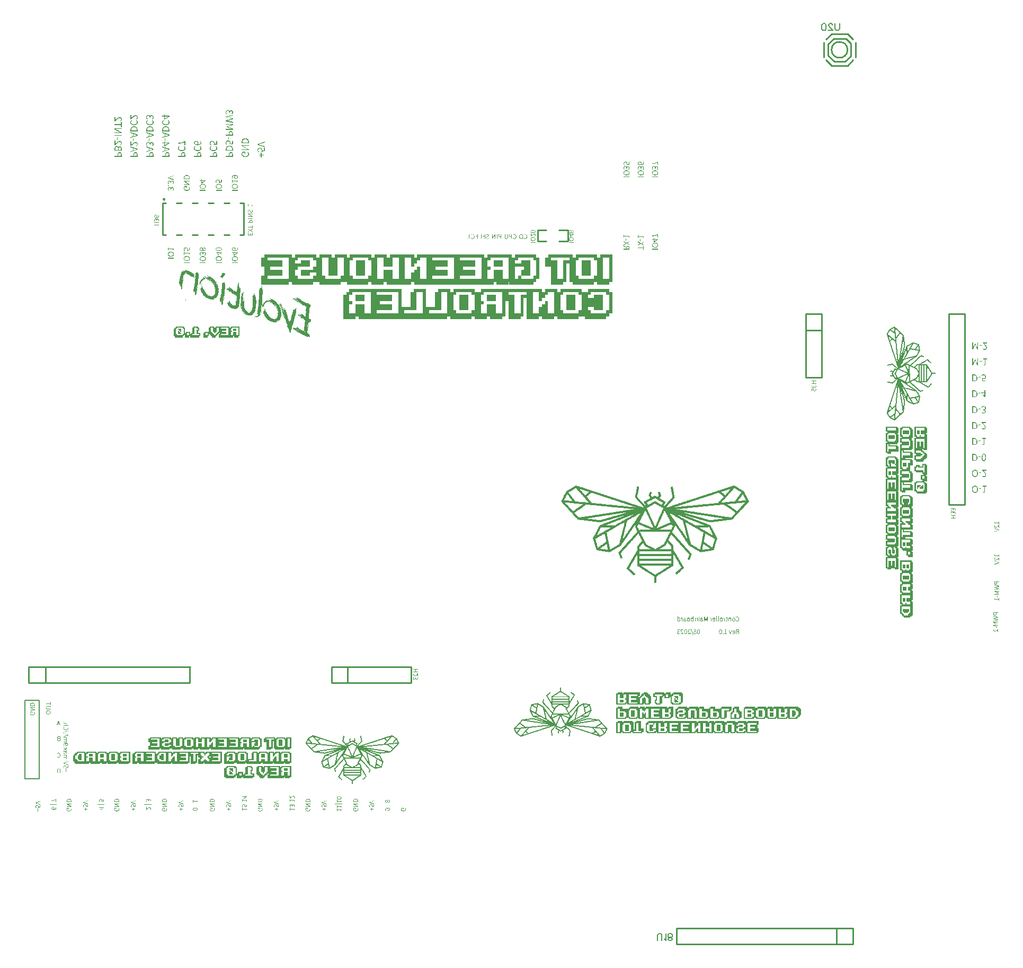
<source format=gbo>
G04 Layer: BottomSilkscreenLayer*
G04 EasyEDA v6.5.42, 2024-02-23 22:21:14*
G04 3aace9d48a714ce2aeec92cc817ea311,70a670f4ca684169977cf979d80dc4ec,10*
G04 Gerber Generator version 0.2*
G04 Scale: 100 percent, Rotated: No, Reflected: No *
G04 Dimensions in millimeters *
G04 leading zeros omitted , absolute positions ,4 integer and 5 decimal *
%FSLAX45Y45*%
%MOMM*%

%ADD10C,0.1524*%
%ADD11C,0.2000*%
%ADD12C,0.2540*%

%LPD*%
G36*
X7527747Y-2144522D02*
G01*
X7515148Y-2145284D01*
X7508443Y-2148332D01*
X7499756Y-2150719D01*
X7497825Y-2152142D01*
X7490155Y-2153462D01*
X7486192Y-2155901D01*
X7474712Y-2158441D01*
X7473543Y-2160168D01*
X7465568Y-2161235D01*
X7463383Y-2163876D01*
X7457948Y-2163876D01*
X7456779Y-2165807D01*
X7451039Y-2165807D01*
X7449921Y-2168702D01*
X7443876Y-2168702D01*
X7438339Y-2171598D01*
X7434834Y-2171598D01*
X7433614Y-2173528D01*
X7428433Y-2173579D01*
X7424674Y-2176373D01*
X7419492Y-2176373D01*
X7417104Y-2179269D01*
X7412634Y-2179269D01*
X7411466Y-2181199D01*
X7405014Y-2181199D01*
X7403896Y-2184095D01*
X7396073Y-2184095D01*
X7394956Y-2186990D01*
X7389368Y-2186990D01*
X7389368Y-2188921D01*
X7380935Y-2188921D01*
X7378547Y-2191816D01*
X7373213Y-2191816D01*
X7370825Y-2194712D01*
X7363459Y-2194712D01*
X7362291Y-2196642D01*
X7358684Y-2196642D01*
X7358075Y-2198522D01*
X7348423Y-2200351D01*
X7342631Y-2203399D01*
X7337806Y-2203399D01*
X7332827Y-2205990D01*
X7325309Y-2207412D01*
X7320483Y-2210104D01*
X7312253Y-2212136D01*
X7312253Y-2214016D01*
X7305649Y-2214016D01*
X7304430Y-2215896D01*
X7297064Y-2215896D01*
X7295946Y-2218791D01*
X7289139Y-2218791D01*
X7289139Y-2221687D01*
X7281519Y-2221687D01*
X7280351Y-2223617D01*
X7274102Y-2223617D01*
X7270343Y-2226462D01*
X7266228Y-2226513D01*
X7263841Y-2229408D01*
X7259370Y-2229408D01*
X7258151Y-2231339D01*
X7252716Y-2231339D01*
X7250328Y-2234234D01*
X7243064Y-2234234D01*
X7241946Y-2237130D01*
X7236612Y-2237232D01*
X7227468Y-2239619D01*
X7225131Y-2241956D01*
X7219950Y-2241956D01*
X7217562Y-2244852D01*
X7212126Y-2244852D01*
X7210958Y-2246782D01*
X7205370Y-2246782D01*
X7204779Y-2247747D01*
X7317079Y-2247747D01*
X7317079Y-2245817D01*
X7321651Y-2245817D01*
X7324090Y-2242921D01*
X7329627Y-2242921D01*
X7329627Y-2240991D01*
X7337094Y-2240991D01*
X7339482Y-2238095D01*
X7346950Y-2238095D01*
X7346950Y-2235149D01*
X7351826Y-2236368D01*
X7356551Y-2233269D01*
X7362393Y-2233269D01*
X7362393Y-2231593D01*
X7371130Y-2229154D01*
X7372146Y-2227478D01*
X7376769Y-2227478D01*
X7377938Y-2225548D01*
X7381646Y-2225548D01*
X7394702Y-2221534D01*
X7397699Y-2220010D01*
X7408672Y-2217724D01*
X7408672Y-2216353D01*
X7417816Y-2213711D01*
X7419746Y-2212340D01*
X7427468Y-2210917D01*
X7432294Y-2208479D01*
X7439152Y-2206294D01*
X7445349Y-2206294D01*
X7446467Y-2203399D01*
X7452614Y-2203399D01*
X7454900Y-2201113D01*
X7462164Y-2198573D01*
X7466584Y-2198573D01*
X7463129Y-2203246D01*
X7458811Y-2205634D01*
X7458811Y-2207514D01*
X7450937Y-2216404D01*
X7442911Y-2224684D01*
X7439507Y-2227935D01*
X7439507Y-2230323D01*
X7424572Y-2245410D01*
X7408672Y-2263089D01*
X7408672Y-2265070D01*
X7405725Y-2265070D01*
X7403947Y-2269794D01*
X7398054Y-2274112D01*
X7398054Y-2276348D01*
X7392771Y-2281275D01*
X7386015Y-2288743D01*
X7378293Y-2297836D01*
X7376922Y-2297836D01*
X7371486Y-2292553D01*
X7360005Y-2282901D01*
X7359345Y-2281478D01*
X7357109Y-2281478D01*
X7343597Y-2268982D01*
X7342225Y-2268931D01*
X7338415Y-2264816D01*
X7334656Y-2262682D01*
X7322413Y-2252472D01*
X7317079Y-2247747D01*
X7204779Y-2247747D01*
X7204202Y-2248662D01*
X7196124Y-2250694D01*
X7192264Y-2252421D01*
X7181646Y-2254859D01*
X7177836Y-2257399D01*
X7173874Y-2257399D01*
X7170013Y-2260092D01*
X7158024Y-2262428D01*
X7158024Y-2264105D01*
X7152233Y-2264105D01*
X7148880Y-2265832D01*
X7141159Y-2268880D01*
X7133894Y-2270099D01*
X7132828Y-2271826D01*
X7128256Y-2271826D01*
X7127087Y-2273757D01*
X7122617Y-2273757D01*
X7120178Y-2276652D01*
X7112660Y-2276652D01*
X7111542Y-2279548D01*
X7105142Y-2279548D01*
X7103922Y-2281478D01*
X7098741Y-2281529D01*
X7094981Y-2284374D01*
X7088835Y-2284374D01*
X7087819Y-2287016D01*
X7075170Y-2289403D01*
X7072985Y-2292096D01*
X7068616Y-2292096D01*
X7066229Y-2294991D01*
X7058863Y-2294991D01*
X7057644Y-2296922D01*
X7052208Y-2296922D01*
X7049770Y-2299868D01*
X7044385Y-2298700D01*
X7040930Y-2302662D01*
X7035698Y-2302662D01*
X7034530Y-2304592D01*
X7029907Y-2304592D01*
X7028738Y-2306523D01*
X7024014Y-2306523D01*
X7015835Y-2310231D01*
X6994652Y-2316378D01*
X6988556Y-2319070D01*
X6983780Y-2319070D01*
X6981393Y-2321966D01*
X6976922Y-2321966D01*
X6975703Y-2323896D01*
X6969201Y-2323896D01*
X6966610Y-2326487D01*
X6960870Y-2327605D01*
X6949490Y-2331618D01*
X6945223Y-2331618D01*
X6943039Y-2334260D01*
X6935063Y-2335326D01*
X6933895Y-2337104D01*
X6923278Y-2339695D01*
X6920230Y-2342184D01*
X6913270Y-2342184D01*
X6911746Y-2344826D01*
X6905955Y-2346198D01*
X6898792Y-2347214D01*
X6896557Y-2349906D01*
X6890816Y-2349906D01*
X6883755Y-2352954D01*
X6880402Y-2354732D01*
X6876999Y-2354783D01*
X6873290Y-2357628D01*
X6867398Y-2357628D01*
X6862318Y-2360269D01*
X6851954Y-2362809D01*
X6850024Y-2364181D01*
X6842861Y-2365552D01*
X6840626Y-2368245D01*
X6837629Y-2368245D01*
X6830771Y-2370632D01*
X6829806Y-2371852D01*
X6816293Y-2374290D01*
X6812483Y-2376932D01*
X6807352Y-2376932D01*
X6805117Y-2379624D01*
X6798919Y-2380640D01*
X6791248Y-2382367D01*
X6780936Y-2387498D01*
X6775297Y-2387498D01*
X6775297Y-2389428D01*
X6768795Y-2389428D01*
X6766407Y-2392324D01*
X6761073Y-2392324D01*
X6758686Y-2395220D01*
X6751320Y-2395220D01*
X6750151Y-2397150D01*
X6746595Y-2397150D01*
X6741109Y-2400046D01*
X6737959Y-2400046D01*
X6735572Y-2402941D01*
X6730136Y-2402941D01*
X6728917Y-2404872D01*
X6723125Y-2404872D01*
X6720230Y-2407767D01*
X6713880Y-2407767D01*
X6711645Y-2410460D01*
X6699656Y-2412746D01*
X6687108Y-2418232D01*
X6676034Y-2420620D01*
X6676034Y-2421991D01*
X6664045Y-2424328D01*
X6660184Y-2427020D01*
X6652107Y-2427020D01*
X6651040Y-2429916D01*
X6647942Y-2429916D01*
X6630212Y-2435910D01*
X6628282Y-2437384D01*
X6616293Y-2439771D01*
X6614109Y-2442464D01*
X6606844Y-2442464D01*
X6604457Y-2445359D01*
X6599021Y-2445359D01*
X6597802Y-2447290D01*
X6591198Y-2447290D01*
X6591198Y-2450185D01*
X6584797Y-2450185D01*
X6581089Y-2453030D01*
X6576822Y-2453081D01*
X6575653Y-2455011D01*
X6570116Y-2455011D01*
X6567220Y-2457907D01*
X6560566Y-2457907D01*
X6559448Y-2460802D01*
X6552742Y-2460802D01*
X6551574Y-2462682D01*
X6547104Y-2462682D01*
X6544665Y-2465578D01*
X6538417Y-2465578D01*
X6536232Y-2468219D01*
X6522313Y-2470708D01*
X6519722Y-2473299D01*
X6514541Y-2473299D01*
X6509054Y-2476195D01*
X6505803Y-2476195D01*
X6498183Y-2480157D01*
X6488531Y-2482240D01*
X6483299Y-2484882D01*
X6478625Y-2484882D01*
X6476238Y-2487777D01*
X6471310Y-2487777D01*
X6464401Y-2489962D01*
X6459321Y-2492603D01*
X6453276Y-2492603D01*
X6453156Y-2492908D01*
X6569506Y-2492908D01*
X6572758Y-2489708D01*
X6577075Y-2489708D01*
X6583984Y-2487523D01*
X6589064Y-2484882D01*
X6592620Y-2484882D01*
X6597446Y-2482392D01*
X6606133Y-2479903D01*
X6611569Y-2477160D01*
X6617258Y-2477160D01*
X6618376Y-2474264D01*
X6623253Y-2474264D01*
X6631178Y-2472029D01*
X6634225Y-2469438D01*
X6641084Y-2469438D01*
X6643471Y-2466543D01*
X6647129Y-2466543D01*
X6647129Y-2464612D01*
X6653479Y-2464612D01*
X6657238Y-2461818D01*
X6662369Y-2461768D01*
X6665010Y-2459126D01*
X6679895Y-2456738D01*
X6679895Y-2455113D01*
X6690969Y-2452827D01*
X6691934Y-2451608D01*
X6696252Y-2449220D01*
X6700215Y-2449220D01*
X6704939Y-2446121D01*
X6707682Y-2447137D01*
X6714947Y-2443429D01*
X6721805Y-2442260D01*
X6725666Y-2439873D01*
X6738213Y-2437384D01*
X6741261Y-2434742D01*
X6745071Y-2434742D01*
X6748830Y-2431897D01*
X6754012Y-2431846D01*
X6755180Y-2429916D01*
X6760006Y-2429916D01*
X6765188Y-2427274D01*
X6772402Y-2426004D01*
X6772402Y-2424531D01*
X6784492Y-2422093D01*
X6792620Y-2418232D01*
X6793738Y-2416454D01*
X6800291Y-2416454D01*
X6801459Y-2414524D01*
X6807860Y-2414524D01*
X6810248Y-2411628D01*
X6815581Y-2411628D01*
X6817969Y-2408732D01*
X6823405Y-2408732D01*
X6824573Y-2406802D01*
X6831939Y-2406802D01*
X6834378Y-2403906D01*
X6838696Y-2403906D01*
X6841083Y-2401011D01*
X6846519Y-2401011D01*
X6847738Y-2399080D01*
X6854139Y-2399080D01*
X6856526Y-2396185D01*
X6862013Y-2396185D01*
X6868363Y-2393492D01*
X6876999Y-2391156D01*
X6882130Y-2388463D01*
X6885127Y-2388463D01*
X6891477Y-2385720D01*
X6912711Y-2379522D01*
X6918756Y-2376932D01*
X6922058Y-2376932D01*
X6928103Y-2374239D01*
X6936790Y-2371852D01*
X6940600Y-2369210D01*
X6946696Y-2369210D01*
X6947712Y-2366518D01*
X6954164Y-2365502D01*
X6962495Y-2363622D01*
X6964629Y-2361488D01*
X6969556Y-2361438D01*
X6973316Y-2358593D01*
X6977634Y-2358593D01*
X6978853Y-2356662D01*
X6984542Y-2356662D01*
X6985660Y-2353767D01*
X6991959Y-2353767D01*
X6994398Y-2350871D01*
X6999833Y-2350871D01*
X7001002Y-2348941D01*
X7008114Y-2348890D01*
X7011873Y-2346045D01*
X7015886Y-2346045D01*
X7019696Y-2343454D01*
X7031685Y-2341016D01*
X7033920Y-2338374D01*
X7038035Y-2338324D01*
X7043216Y-2335631D01*
X7054392Y-2333193D01*
X7056323Y-2331872D01*
X7066940Y-2329434D01*
X7068870Y-2327960D01*
X7077049Y-2325522D01*
X7077049Y-2323896D01*
X7083704Y-2323896D01*
X7084872Y-2321966D01*
X7090054Y-2321915D01*
X7093813Y-2319070D01*
X7098131Y-2319070D01*
X7100773Y-2316429D01*
X7115759Y-2314041D01*
X7116775Y-2311349D01*
X7122871Y-2311349D01*
X7126681Y-2308809D01*
X7136333Y-2306218D01*
X7140143Y-2303627D01*
X7144359Y-2303627D01*
X7150353Y-2300274D01*
X7151827Y-2302662D01*
X7155129Y-2298801D01*
X7161682Y-2298801D01*
X7162800Y-2295956D01*
X7169099Y-2295906D01*
X7173925Y-2293467D01*
X7182612Y-2290927D01*
X7187742Y-2288235D01*
X7192518Y-2288235D01*
X7194753Y-2285542D01*
X7208164Y-2283206D01*
X7208164Y-2281682D01*
X7220610Y-2279345D01*
X7222845Y-2276652D01*
X7225995Y-2276652D01*
X7230821Y-2274112D01*
X7243368Y-2271572D01*
X7247178Y-2269236D01*
X7254443Y-2267915D01*
X7254443Y-2266035D01*
X7261047Y-2266035D01*
X7262266Y-2264105D01*
X7267702Y-2264105D01*
X7270089Y-2261209D01*
X7274458Y-2261209D01*
X7276846Y-2258364D01*
X7278522Y-2258364D01*
X7278624Y-2260752D01*
X7288479Y-2268931D01*
X7290104Y-2268931D01*
X7290104Y-2271826D01*
X7293152Y-2271826D01*
X7305192Y-2283409D01*
X7307478Y-2283409D01*
X7318349Y-2293061D01*
X7320940Y-2293061D01*
X7320940Y-2295956D01*
X7323836Y-2295956D01*
X7323836Y-2297988D01*
X7326579Y-2300732D01*
X7328153Y-2300732D01*
X7339584Y-2311247D01*
X7342174Y-2312263D01*
X7342174Y-2314244D01*
X7344816Y-2314244D01*
X7345883Y-2318308D01*
X7347712Y-2317191D01*
X7352842Y-2321966D01*
X7354671Y-2321966D01*
X7354671Y-2322982D01*
X7350353Y-2329180D01*
X7346950Y-2331720D01*
X7346950Y-2334514D01*
X7344206Y-2334514D01*
X7343089Y-2338070D01*
X7328712Y-2352344D01*
X7328662Y-2353970D01*
X7323836Y-2357780D01*
X7323836Y-2360523D01*
X7322058Y-2360523D01*
X7316114Y-2366467D01*
X7316114Y-2369210D01*
X7313726Y-2369261D01*
X7308342Y-2377033D01*
X7302652Y-2380284D01*
X7302652Y-2381859D01*
X7297318Y-2388920D01*
X7293000Y-2393035D01*
X7293000Y-2395220D01*
X7290308Y-2395220D01*
X7283246Y-2403398D01*
X7276388Y-2412593D01*
X7273696Y-2412593D01*
X7273696Y-2415133D01*
X7269817Y-2419400D01*
X7316266Y-2419400D01*
X7317333Y-2415286D01*
X7319975Y-2414320D01*
X7319975Y-2411730D01*
X7323734Y-2410561D01*
X7324953Y-2406802D01*
X7327696Y-2406802D01*
X7327696Y-2404719D01*
X7351318Y-2379624D01*
X7352080Y-2377389D01*
X7363358Y-2366111D01*
X7363409Y-2364841D01*
X7378293Y-2349042D01*
X7398054Y-2327503D01*
X7398105Y-2326284D01*
X7412532Y-2310942D01*
X7412532Y-2309418D01*
X7424521Y-2296922D01*
X7426756Y-2296922D01*
X7427975Y-2292146D01*
X7443368Y-2276449D01*
X7443368Y-2274163D01*
X7447635Y-2271369D01*
X7452512Y-2266442D01*
X7456373Y-2260803D01*
X7472273Y-2243683D01*
X7472273Y-2240991D01*
X7475169Y-2240991D01*
X7475169Y-2238095D01*
X7478064Y-2238095D01*
X7478064Y-2236012D01*
X7480858Y-2233269D01*
X7482890Y-2233269D01*
X7482890Y-2230831D01*
X7486294Y-2227732D01*
X7491069Y-2221687D01*
X7493508Y-2221687D01*
X7493508Y-2218994D01*
X7506970Y-2205177D01*
X7511237Y-2199182D01*
X7517587Y-2192629D01*
X7517587Y-2190851D01*
X7520482Y-2190851D01*
X7520482Y-2189073D01*
X7526426Y-2183130D01*
X7527239Y-2183130D01*
X7527239Y-2185060D01*
X7531150Y-2185060D01*
X7532268Y-2187956D01*
X7535722Y-2187956D01*
X7536840Y-2190851D01*
X7539786Y-2190851D01*
X7539786Y-2192578D01*
X7543139Y-2193798D01*
X7549134Y-2197100D01*
X7556906Y-2203399D01*
X7559243Y-2203399D01*
X7566863Y-2209393D01*
X7576007Y-2213965D01*
X7580223Y-2217877D01*
X7584592Y-2219807D01*
X7599527Y-2228494D01*
X7599527Y-2230374D01*
X7602270Y-2230374D01*
X7608011Y-2235200D01*
X7610856Y-2235200D01*
X7613294Y-2238095D01*
X7616901Y-2238095D01*
X7616901Y-2240991D01*
X7619593Y-2240991D01*
X7624114Y-2243378D01*
X7629347Y-2248712D01*
X7632344Y-2248712D01*
X7632344Y-2250643D01*
X7637119Y-2250643D01*
X7637119Y-2253538D01*
X7640015Y-2253538D01*
X7640015Y-2257399D01*
X7637576Y-2257399D01*
X7634173Y-2263648D01*
X7625588Y-2272842D01*
X7624419Y-2277618D01*
X7620762Y-2277618D01*
X7620762Y-2281123D01*
X7616901Y-2285238D01*
X7616901Y-2287066D01*
X7614107Y-2288133D01*
X7610856Y-2294483D01*
X7605268Y-2301240D01*
X7602423Y-2304288D01*
X7602423Y-2306523D01*
X7599527Y-2306523D01*
X7599527Y-2309571D01*
X7591348Y-2319528D01*
X7589926Y-2320188D01*
X7589824Y-2323388D01*
X7584135Y-2328113D01*
X7584135Y-2330653D01*
X7582204Y-2330653D01*
X7582204Y-2333548D01*
X7578344Y-2333548D01*
X7578344Y-2337308D01*
X7573975Y-2343708D01*
X7571130Y-2347163D01*
X7566761Y-2351227D01*
X7566761Y-2353513D01*
X7560056Y-2360015D01*
X7560005Y-2362454D01*
X7556144Y-2365756D01*
X7556144Y-2367737D01*
X7544612Y-2380894D01*
X7544612Y-2382774D01*
X7542174Y-2385720D01*
X7536891Y-2391105D01*
X7536891Y-2392121D01*
X7579309Y-2392121D01*
X7579309Y-2391511D01*
X7586065Y-2384348D01*
X7586065Y-2382113D01*
X7593736Y-2374595D01*
X7593736Y-2372106D01*
X7595666Y-2372106D01*
X7595666Y-2368245D01*
X7598562Y-2368245D01*
X7598562Y-2364384D01*
X7601458Y-2364384D01*
X7601458Y-2362200D01*
X7605826Y-2357983D01*
X7608214Y-2354275D01*
X7609535Y-2351379D01*
X7612684Y-2348484D01*
X7618323Y-2340559D01*
X7633208Y-2320493D01*
X7635849Y-2317648D01*
X7642301Y-2308453D01*
X7643875Y-2308453D01*
X7643875Y-2304846D01*
X7654594Y-2293518D01*
X7657388Y-2287270D01*
X7658862Y-2287270D01*
X7660741Y-2283053D01*
X7662824Y-2282393D01*
X7668006Y-2290318D01*
X7668006Y-2292248D01*
X7670850Y-2297379D01*
X7672831Y-2302205D01*
X7681366Y-2317648D01*
X7687259Y-2330145D01*
X7689138Y-2333040D01*
X7693050Y-2341118D01*
X7694980Y-2342337D01*
X7694980Y-2346045D01*
X7697876Y-2346045D01*
X7697876Y-2349804D01*
X7699806Y-2350973D01*
X7699806Y-2354580D01*
X7702702Y-2357475D01*
X7702702Y-2360574D01*
X7705598Y-2361692D01*
X7705598Y-2365552D01*
X7710881Y-2375458D01*
X7713319Y-2376982D01*
X7713319Y-2379827D01*
X7706664Y-2379827D01*
X7705496Y-2381707D01*
X7681874Y-2381707D01*
X7679791Y-2383790D01*
X7657388Y-2385364D01*
X7654950Y-2387346D01*
X7631836Y-2388463D01*
X7607757Y-2390089D01*
X7601000Y-2392375D01*
X7579309Y-2392121D01*
X7536891Y-2392121D01*
X7536891Y-2392984D01*
X7532420Y-2397150D01*
X7527747Y-2397201D01*
X7522921Y-2399995D01*
X7505293Y-2400046D01*
X7503007Y-2402789D01*
X7452766Y-2404973D01*
X7448702Y-2407564D01*
X7421219Y-2408478D01*
X7418781Y-2410460D01*
X7371537Y-2413050D01*
X7369302Y-2414524D01*
X7344562Y-2416810D01*
X7336028Y-2416505D01*
X7333945Y-2418232D01*
X7316266Y-2419400D01*
X7269817Y-2419400D01*
X7265517Y-2424074D01*
X7252665Y-2424887D01*
X7250734Y-2426106D01*
X7218781Y-2427935D01*
X7215378Y-2429713D01*
X7191298Y-2430983D01*
X7174890Y-2432354D01*
X7172147Y-2434082D01*
X7144359Y-2435606D01*
X7142124Y-2437434D01*
X7094880Y-2440178D01*
X7088174Y-2442464D01*
X7068870Y-2442565D01*
X7065724Y-2443683D01*
X7415326Y-2443683D01*
X7422642Y-2442464D01*
X7435189Y-2442362D01*
X7448702Y-2440432D01*
X7469886Y-2438704D01*
X7486294Y-2436774D01*
X7495895Y-2434844D01*
X7513269Y-2434691D01*
X7521956Y-2432608D01*
X7543139Y-2430983D01*
X7568234Y-2429713D01*
X7576464Y-2427020D01*
X7596835Y-2427020D01*
X7602931Y-2424277D01*
X7650175Y-2421991D01*
X7652664Y-2419959D01*
X7673289Y-2419096D01*
X7677099Y-2416454D01*
X7697876Y-2416454D01*
X7697876Y-2419350D01*
X7694168Y-2419350D01*
X7690053Y-2425039D01*
X7682941Y-2432354D01*
X7680858Y-2436215D01*
X7676642Y-2438095D01*
X7676642Y-2439568D01*
X7671358Y-2445816D01*
X7655458Y-2461615D01*
X7655458Y-2463546D01*
X7647736Y-2470099D01*
X7647736Y-2471369D01*
X7640015Y-2478379D01*
X7640015Y-2481021D01*
X7637373Y-2481021D01*
X7636306Y-2485034D01*
X7632344Y-2486050D01*
X7632344Y-2488742D01*
X7629448Y-2488742D01*
X7629448Y-2491333D01*
X7613497Y-2507792D01*
X7605318Y-2516682D01*
X7605318Y-2518613D01*
X7603236Y-2518613D01*
X7597597Y-2524252D01*
X7597597Y-2525420D01*
X7583627Y-2539644D01*
X7571384Y-2553309D01*
X7566964Y-2553309D01*
X7565847Y-2550414D01*
X7563256Y-2550414D01*
X7558735Y-2545588D01*
X7555687Y-2545588D01*
X7544104Y-2535072D01*
X7540904Y-2535021D01*
X7530236Y-2526334D01*
X7528204Y-2526334D01*
X7528204Y-2523439D01*
X7524800Y-2523439D01*
X7519619Y-2518613D01*
X7518044Y-2518613D01*
X7513269Y-2514193D01*
X7506512Y-2510434D01*
X7504988Y-2507996D01*
X7502652Y-2507996D01*
X7494930Y-2501188D01*
X7490612Y-2500071D01*
X7490612Y-2497785D01*
X7481011Y-2492095D01*
X7480960Y-2489708D01*
X7477150Y-2489708D01*
X7465161Y-2480056D01*
X7463332Y-2480056D01*
X7453477Y-2471674D01*
X7446772Y-2468219D01*
X7438085Y-2461260D01*
X7434935Y-2459329D01*
X7423353Y-2451201D01*
X7419898Y-2447798D01*
X7416038Y-2445816D01*
X7415326Y-2443683D01*
X7065724Y-2443683D01*
X7061149Y-2445308D01*
X7038594Y-2445359D01*
X7037425Y-2447290D01*
X7020559Y-2447290D01*
X7018324Y-2449525D01*
X6991299Y-2450846D01*
X6988860Y-2452878D01*
X6962800Y-2454097D01*
X6940651Y-2455570D01*
X6935216Y-2457907D01*
X6913067Y-2457907D01*
X6908850Y-2460294D01*
X6864502Y-2462936D01*
X6860692Y-2465578D01*
X6840372Y-2465730D01*
X6830771Y-2467559D01*
X6809536Y-2469438D01*
X6787388Y-2470556D01*
X6783527Y-2472182D01*
X6749796Y-2474569D01*
X6738569Y-2474163D01*
X6735775Y-2476449D01*
X6712153Y-2477770D01*
X6708343Y-2479802D01*
X6686143Y-2481122D01*
X6665925Y-2482799D01*
X6655308Y-2484729D01*
X6636562Y-2484882D01*
X6628282Y-2487574D01*
X6582054Y-2489911D01*
X6579819Y-2491689D01*
X6569506Y-2492908D01*
X6453156Y-2492908D01*
X6452158Y-2495499D01*
X6446723Y-2495499D01*
X6445504Y-2497429D01*
X6440474Y-2497429D01*
X6437426Y-2500020D01*
X6430518Y-2501087D01*
X6428130Y-2499614D01*
X6437426Y-2489403D01*
X6458153Y-2468016D01*
X6458153Y-2464612D01*
X6460083Y-2464612D01*
X6463944Y-2460802D01*
X6463944Y-2459685D01*
X6466687Y-2456942D01*
X6468770Y-2456942D01*
X6468770Y-2454960D01*
X6480352Y-2443175D01*
X6480352Y-2441498D01*
X6483248Y-2441498D01*
X6483248Y-2439416D01*
X6509715Y-2411476D01*
X6512204Y-2406802D01*
X6514084Y-2406802D01*
X6514084Y-2404719D01*
X6519722Y-2399080D01*
X6521348Y-2399080D01*
X6524599Y-2393797D01*
X6545834Y-2371598D01*
X6545884Y-2369210D01*
X6547815Y-2369210D01*
X6553606Y-2364079D01*
X6553606Y-2361488D01*
X6556502Y-2361488D01*
X6556502Y-2359456D01*
X6561785Y-2352344D01*
X6564122Y-2350820D01*
X6574028Y-2340152D01*
X6571691Y-2315718D01*
X6568998Y-2314143D01*
X6568948Y-2304135D01*
X6566103Y-2300376D01*
X6566103Y-2288336D01*
X6564223Y-2287168D01*
X6564223Y-2277872D01*
X6561328Y-2275433D01*
X6561328Y-2266492D01*
X6558584Y-2262632D01*
X6557568Y-2250135D01*
X6555943Y-2237181D01*
X6553606Y-2234793D01*
X6553606Y-2224532D01*
X6550710Y-2220163D01*
X6551015Y-2212543D01*
X6547662Y-2199030D01*
X6544106Y-2180336D01*
X6543141Y-2178710D01*
X6544818Y-2175967D01*
X6542176Y-2173020D01*
X6541566Y-2164334D01*
X6533845Y-2164638D01*
X6521297Y-2166061D01*
X6519164Y-2167737D01*
X6510223Y-2168956D01*
X6507937Y-2171750D01*
X6510172Y-2175306D01*
X6509969Y-2183892D01*
X6512052Y-2193290D01*
X6515252Y-2210612D01*
X6517589Y-2214473D01*
X6520129Y-2236622D01*
X6521602Y-2238552D01*
X6523888Y-2257704D01*
X6525717Y-2262479D01*
X6527749Y-2277160D01*
X6529222Y-2279040D01*
X6531965Y-2299309D01*
X6534302Y-2303526D01*
X6534302Y-2311298D01*
X6537198Y-2319832D01*
X6537452Y-2330246D01*
X6525615Y-2342489D01*
X6525615Y-2345080D01*
X6523228Y-2345131D01*
X6514541Y-2355037D01*
X6510883Y-2358136D01*
X6507784Y-2361184D01*
X6504431Y-2365349D01*
X6504431Y-2366467D01*
X6486601Y-2385212D01*
X6479387Y-2393289D01*
X6479387Y-2395220D01*
X6476492Y-2395220D01*
X6476492Y-2396845D01*
X6470700Y-2402941D01*
X6470700Y-2404872D01*
X6467805Y-2404872D01*
X6467805Y-2407767D01*
X6465620Y-2407767D01*
X6460337Y-2413254D01*
X6459626Y-2415438D01*
X6446113Y-2429510D01*
X6425285Y-2452166D01*
X6423101Y-2456992D01*
X6418630Y-2458110D01*
X6418630Y-2459939D01*
X6405676Y-2474264D01*
X6400444Y-2474264D01*
X6399225Y-2472334D01*
X6395516Y-2472334D01*
X6395516Y-2470404D01*
X6392621Y-2470404D01*
X6392621Y-2466492D01*
X6395516Y-2465374D01*
X6395516Y-2461768D01*
X6397294Y-2461768D01*
X6400342Y-2455672D01*
X6400342Y-2453081D01*
X6403187Y-2453081D01*
X6403187Y-2450134D01*
X6413500Y-2436215D01*
X6416192Y-2429916D01*
X6417462Y-2429916D01*
X6419596Y-2424633D01*
X6425387Y-2415946D01*
X6427520Y-2410663D01*
X6428994Y-2410663D01*
X6429908Y-2407158D01*
X6426504Y-2402941D01*
X6422491Y-2402941D01*
X6422491Y-2400046D01*
X6418630Y-2400046D01*
X6418630Y-2398217D01*
X6411417Y-2394864D01*
X6409842Y-2392324D01*
X6406337Y-2392324D01*
X6403949Y-2389428D01*
X6401562Y-2389428D01*
X6395516Y-2386431D01*
X6395516Y-2384806D01*
X6390081Y-2382926D01*
X6387287Y-2380234D01*
X6379616Y-2376627D01*
X6374485Y-2373071D01*
X6371640Y-2373071D01*
X6369354Y-2370328D01*
X6351371Y-2360472D01*
X6348984Y-2357628D01*
X6343396Y-2357628D01*
X6341211Y-2352802D01*
X6335674Y-2352802D01*
X6334556Y-2349906D01*
X6329934Y-2349906D01*
X6329934Y-2345436D01*
X6334760Y-2340914D01*
X6334760Y-2337511D01*
X6336792Y-2336241D01*
X6338671Y-2332075D01*
X6344361Y-2322423D01*
X6346291Y-2318105D01*
X6348272Y-2318105D01*
X6348272Y-2315514D01*
X6353098Y-2310282D01*
X6353098Y-2306777D01*
X6355994Y-2304389D01*
X6355994Y-2298090D01*
X6353098Y-2295702D01*
X6353098Y-2288082D01*
X6350203Y-2285187D01*
X6350203Y-2281377D01*
X6347053Y-2271826D01*
X6345377Y-2271826D01*
X6345377Y-2266848D01*
X6342634Y-2261717D01*
X6340246Y-2250135D01*
X6337249Y-2244852D01*
X6330035Y-2244852D01*
X6328867Y-2246782D01*
X6322110Y-2246782D01*
X6319215Y-2249678D01*
X6314897Y-2249678D01*
X6311138Y-2252472D01*
X6307023Y-2252573D01*
X6305905Y-2256891D01*
X6307988Y-2264613D01*
X6310884Y-2271369D01*
X6313576Y-2276805D01*
X6313576Y-2281478D01*
X6317538Y-2289352D01*
X6318656Y-2302662D01*
X6315862Y-2302662D01*
X6313322Y-2309774D01*
X6311493Y-2311857D01*
X6307785Y-2317648D01*
X6303060Y-2326284D01*
X6300063Y-2325725D01*
X6300063Y-2327656D01*
X6302197Y-2328926D01*
X6299555Y-2330602D01*
X6295745Y-2329434D01*
X6294170Y-2326792D01*
X6291072Y-2326792D01*
X6285128Y-2322423D01*
X6276441Y-2317750D01*
X6275476Y-2316632D01*
X6270650Y-2314244D01*
X6267754Y-2312568D01*
X6262319Y-2309977D01*
X6254699Y-2310282D01*
X6241745Y-2316886D01*
X6221018Y-2327910D01*
X6221018Y-2329434D01*
X6214973Y-2330653D01*
X6212078Y-2328265D01*
X6208725Y-2320493D01*
X6205575Y-2317851D01*
X6205575Y-2316073D01*
X6197854Y-2304237D01*
X6197854Y-2301951D01*
X6195009Y-2299563D01*
X6195009Y-2294991D01*
X6196736Y-2294991D01*
X6198006Y-2286762D01*
X6200038Y-2280005D01*
X6202680Y-2274925D01*
X6202680Y-2268220D01*
X6205575Y-2265832D01*
X6205575Y-2262124D01*
X6208572Y-2257602D01*
X6207302Y-2252573D01*
X6203086Y-2252573D01*
X6199327Y-2249728D01*
X6195364Y-2249678D01*
X6191605Y-2246833D01*
X6185458Y-2246782D01*
X6184290Y-2244852D01*
X6175705Y-2244852D01*
X6175705Y-2250490D01*
X6172809Y-2253386D01*
X6172809Y-2258364D01*
X6170879Y-2258364D01*
X6170879Y-2265070D01*
X6167983Y-2265070D01*
X6167983Y-2272436D01*
X6165138Y-2276195D01*
X6165088Y-2281478D01*
X6163157Y-2281478D01*
X6163157Y-2288946D01*
X6160262Y-2291334D01*
X6160262Y-2296769D01*
X6157010Y-2300020D01*
X6160262Y-2305710D01*
X6160262Y-2307590D01*
X6167983Y-2318969D01*
X6167983Y-2321966D01*
X6170879Y-2321966D01*
X6170879Y-2325827D01*
X6172606Y-2325827D01*
X6173724Y-2329180D01*
X6176162Y-2333040D01*
X6178600Y-2334615D01*
X6178600Y-2338222D01*
X6180531Y-2339441D01*
X6180531Y-2342540D01*
X6183477Y-2345791D01*
X6182360Y-2348484D01*
X6175552Y-2352802D01*
X6172809Y-2352802D01*
X6172809Y-2354732D01*
X6169202Y-2354732D01*
X6166815Y-2357628D01*
X6164376Y-2357628D01*
X6161989Y-2360523D01*
X6159550Y-2360523D01*
X6153048Y-2363470D01*
X6145326Y-2368143D01*
X6132322Y-2374188D01*
X6132322Y-2375814D01*
X6126429Y-2377084D01*
X6125362Y-2379827D01*
X6122212Y-2379827D01*
X6110173Y-2385822D01*
X6110173Y-2387498D01*
X6107176Y-2387498D01*
X6100064Y-2392324D01*
X6096863Y-2392324D01*
X6095746Y-2395220D01*
X6090869Y-2395220D01*
X6090869Y-2397150D01*
X6086500Y-2397150D01*
X6081725Y-2402941D01*
X6078321Y-2402941D01*
X6078321Y-2404872D01*
X6074613Y-2404872D01*
X6073597Y-2406548D01*
X6075934Y-2411577D01*
X6078321Y-2411628D01*
X6078321Y-2413863D01*
X6080798Y-2417064D01*
X6124397Y-2417064D01*
X6127851Y-2414524D01*
X6132118Y-2414524D01*
X6133236Y-2411628D01*
X6136944Y-2411628D01*
X6138062Y-2408732D01*
X6141974Y-2408732D01*
X6141974Y-2406802D01*
X6145580Y-2406802D01*
X6147968Y-2403906D01*
X6151626Y-2403906D01*
X6151626Y-2401011D01*
X6155334Y-2401011D01*
X6156553Y-2402941D01*
X6158738Y-2402941D01*
X6156401Y-2400604D01*
X6156401Y-2399080D01*
X6160058Y-2399080D01*
X6162446Y-2396185D01*
X6165138Y-2396185D01*
X6172758Y-2391359D01*
X6175451Y-2391359D01*
X6177889Y-2388463D01*
X6180378Y-2388463D01*
X6182969Y-2386076D01*
X6195923Y-2379827D01*
X6199581Y-2379827D01*
X6200698Y-2376932D01*
X6203442Y-2376932D01*
X6205829Y-2374036D01*
X6209436Y-2374036D01*
X6209436Y-2372309D01*
X6212840Y-2371140D01*
X6218580Y-2367280D01*
X6228740Y-2363063D01*
X6228740Y-2361488D01*
X6232601Y-2361488D01*
X6232601Y-2359914D01*
X6239967Y-2356662D01*
X6241999Y-2356662D01*
X6243116Y-2353767D01*
X6246114Y-2353767D01*
X6253327Y-2349347D01*
X6258712Y-2347010D01*
X6266789Y-2351125D01*
X6269685Y-2352852D01*
X6273088Y-2354021D01*
X6273088Y-2355748D01*
X6281521Y-2359406D01*
X6282842Y-2361488D01*
X6286347Y-2361488D01*
X6287465Y-2364384D01*
X6291681Y-2364384D01*
X6290411Y-2365654D01*
X6298590Y-2369312D01*
X6300165Y-2372106D01*
X6303772Y-2372106D01*
X6304381Y-2373528D01*
X6314033Y-2378202D01*
X6314998Y-2379319D01*
X6320790Y-2382774D01*
X6326073Y-2384806D01*
X6326073Y-2386228D01*
X6333998Y-2388616D01*
X6333032Y-2392172D01*
X6335623Y-2391206D01*
X6354521Y-2401214D01*
X6357569Y-2403906D01*
X6359601Y-2403906D01*
X6361988Y-2406802D01*
X6365595Y-2406802D01*
X6365595Y-2408732D01*
X6368592Y-2408732D01*
X6374790Y-2413050D01*
X6375400Y-2414524D01*
X6380073Y-2414524D01*
X6380073Y-2416454D01*
X6383934Y-2416454D01*
X6383934Y-2419248D01*
X6379108Y-2424430D01*
X6379108Y-2426258D01*
X6373317Y-2433574D01*
X6373317Y-2435809D01*
X6369456Y-2439924D01*
X6367068Y-2445359D01*
X6365951Y-2445359D01*
X6363309Y-2452116D01*
X6361887Y-2452116D01*
X6360668Y-2450185D01*
X6356959Y-2450185D01*
X6356908Y-2448712D01*
X6351016Y-2445359D01*
X6348272Y-2445359D01*
X6348272Y-2442464D01*
X6344513Y-2442464D01*
X6343548Y-2440889D01*
X6331051Y-2434539D01*
X6329984Y-2431846D01*
X6327038Y-2431846D01*
X6322720Y-2429459D01*
X6321755Y-2428494D01*
X6316929Y-2425700D01*
X6311138Y-2422855D01*
X6305702Y-2418384D01*
X6300978Y-2418384D01*
X6299860Y-2415489D01*
X6295237Y-2415489D01*
X6295237Y-2413050D01*
X6290056Y-2410663D01*
X6287516Y-2410663D01*
X6287516Y-2407767D01*
X6282893Y-2407767D01*
X6281826Y-2404872D01*
X6277914Y-2404872D01*
X6277914Y-2403144D01*
X6274511Y-2401976D01*
X6268720Y-2398268D01*
X6259169Y-2393289D01*
X6256731Y-2393289D01*
X6249873Y-2397150D01*
X6247333Y-2397150D01*
X6242913Y-2402941D01*
X6238341Y-2402941D01*
X6238341Y-2404414D01*
X6234023Y-2406700D01*
X6228740Y-2408936D01*
X6228740Y-2410866D01*
X6224981Y-2409901D01*
X6223965Y-2412593D01*
X6221018Y-2412593D01*
X6221018Y-2414371D01*
X6216650Y-2415692D01*
X6212840Y-2419096D01*
X6199327Y-2425496D01*
X6196787Y-2427986D01*
X6194044Y-2427986D01*
X6194044Y-2429611D01*
X6186322Y-2432151D01*
X6186322Y-2434336D01*
X6180988Y-2436622D01*
X6170625Y-2442464D01*
X6167932Y-2442464D01*
X6166815Y-2445359D01*
X6164427Y-2445359D01*
X6159195Y-2450185D01*
X6155436Y-2450185D01*
X6155436Y-2453081D01*
X6151067Y-2453081D01*
X6148120Y-2449626D01*
X6142075Y-2441041D01*
X6134252Y-2432354D01*
X6134252Y-2429916D01*
X6132322Y-2429916D01*
X6132271Y-2427528D01*
X6125565Y-2420874D01*
X6124397Y-2417064D01*
X6080798Y-2417064D01*
X6083147Y-2420162D01*
X6083147Y-2421229D01*
X6086094Y-2424633D01*
X6094730Y-2435707D01*
X6094730Y-2436723D01*
X6100013Y-2442006D01*
X6105804Y-2450541D01*
X6110173Y-2455468D01*
X6110173Y-2457907D01*
X6113068Y-2457907D01*
X6113068Y-2460294D01*
X6120739Y-2468981D01*
X6120739Y-2472334D01*
X6113881Y-2472334D01*
X6115100Y-2474264D01*
X6111240Y-2474264D01*
X6106769Y-2468372D01*
X6101943Y-2462834D01*
X6084620Y-2444089D01*
X6074460Y-2434031D01*
X6074460Y-2430830D01*
X6071616Y-2429713D01*
X6071616Y-2427173D01*
X6067907Y-2426004D01*
X6066840Y-2423160D01*
X6064199Y-2423160D01*
X6061608Y-2418384D01*
X6060033Y-2418384D01*
X6060033Y-2415489D01*
X6058357Y-2415489D01*
X6052312Y-2409647D01*
X6052312Y-2407869D01*
X6048552Y-2406700D01*
X6047384Y-2402941D01*
X6044590Y-2402941D01*
X6044590Y-2400249D01*
X6029198Y-2384145D01*
X6029147Y-2382215D01*
X6020612Y-2374036D01*
X6019393Y-2374036D01*
X6016650Y-2371242D01*
X6016650Y-2369210D01*
X6013754Y-2369210D01*
X6013754Y-2366213D01*
X5996686Y-2348484D01*
X5990590Y-2341473D01*
X5990590Y-2339289D01*
X5988405Y-2339289D01*
X5981954Y-2332685D01*
X5981954Y-2331059D01*
X5978550Y-2328062D01*
X5974029Y-2322677D01*
X5975299Y-2317648D01*
X5976924Y-2308961D01*
X5979058Y-2302205D01*
X5979058Y-2294839D01*
X5981395Y-2290622D01*
X5984036Y-2267508D01*
X5986780Y-2261412D01*
X5986780Y-2252929D01*
X5989015Y-2250694D01*
X5990590Y-2240483D01*
X5991860Y-2229916D01*
X5993434Y-2227884D01*
X5995466Y-2213508D01*
X5995720Y-2210612D01*
X5997143Y-2208682D01*
X5998464Y-2194255D01*
X6001105Y-2184603D01*
X6002172Y-2175916D01*
X6003899Y-2166315D01*
X6002934Y-2163876D01*
X6000496Y-2163876D01*
X5994958Y-2160981D01*
X5985306Y-2160930D01*
X5981547Y-2158085D01*
X5973318Y-2158085D01*
X5970981Y-2162403D01*
X5969558Y-2169160D01*
X5966409Y-2180386D01*
X5967577Y-2184044D01*
X5965190Y-2188464D01*
X5963615Y-2199030D01*
X5962142Y-2213000D01*
X5959754Y-2215337D01*
X5959754Y-2226310D01*
X5956858Y-2228697D01*
X5956858Y-2240889D01*
X5954928Y-2242058D01*
X5954877Y-2249170D01*
X5952032Y-2252929D01*
X5952032Y-2263698D01*
X5949391Y-2267508D01*
X5948172Y-2278075D01*
X5947003Y-2291994D01*
X5944362Y-2294229D01*
X5944260Y-2304135D01*
X5941517Y-2308961D01*
X5941466Y-2318004D01*
X5939536Y-2319172D01*
X5939536Y-2325573D01*
X5936640Y-2331110D01*
X5936640Y-2334666D01*
X5940399Y-2335682D01*
X5941466Y-2338832D01*
X5963615Y-2361793D01*
X5963615Y-2364384D01*
X5966510Y-2364384D01*
X5966510Y-2367330D01*
X5971336Y-2369515D01*
X5971336Y-2370836D01*
X5980074Y-2379878D01*
X5978956Y-2381707D01*
X5981141Y-2381707D01*
X5996381Y-2397658D01*
X5998819Y-2402941D01*
X6001054Y-2402941D01*
X6010402Y-2414422D01*
X6012281Y-2414524D01*
X6017107Y-2420670D01*
X6022441Y-2425446D01*
X6022441Y-2427071D01*
X6056325Y-2463190D01*
X6060033Y-2467457D01*
X6060033Y-2468422D01*
X6065723Y-2474264D01*
X6067755Y-2474264D01*
X6067755Y-2477160D01*
X6070650Y-2477160D01*
X6070650Y-2480056D01*
X6087110Y-2496718D01*
X6086500Y-2499817D01*
X6082080Y-2500477D01*
X6077864Y-2497734D01*
X6068212Y-2495092D01*
X6065672Y-2492603D01*
X6057493Y-2492603D01*
X6055258Y-2490317D01*
X6047994Y-2487777D01*
X6042914Y-2487777D01*
X6040678Y-2485085D01*
X6034481Y-2484170D01*
X6027724Y-2481732D01*
X6024372Y-2480056D01*
X6020917Y-2480056D01*
X6013348Y-2476195D01*
X6009894Y-2476195D01*
X6009894Y-2474468D01*
X5999784Y-2473096D01*
X5994958Y-2470658D01*
X5988050Y-2468473D01*
X5982157Y-2468473D01*
X5979769Y-2465578D01*
X5974588Y-2465578D01*
X5972352Y-2463342D01*
X5965088Y-2460599D01*
X5959754Y-2460802D01*
X5959754Y-2457907D01*
X5951321Y-2457907D01*
X5950204Y-2455011D01*
X5944463Y-2455011D01*
X5943244Y-2453081D01*
X5935878Y-2453081D01*
X5933490Y-2450185D01*
X5929274Y-2450185D01*
X5925566Y-2447340D01*
X5921298Y-2447290D01*
X5920130Y-2445359D01*
X5915914Y-2445308D01*
X5912154Y-2442464D01*
X5907786Y-2442464D01*
X5901436Y-2439822D01*
X5894578Y-2437638D01*
X5889650Y-2437638D01*
X5887212Y-2434742D01*
X5881928Y-2434742D01*
X5879541Y-2431846D01*
X5876391Y-2431846D01*
X5869635Y-2429408D01*
X5867704Y-2428189D01*
X5855665Y-2425801D01*
X5855665Y-2424480D01*
X5843066Y-2421839D01*
X5840933Y-2419350D01*
X5835599Y-2419350D01*
X5834634Y-2416708D01*
X5825998Y-2415743D01*
X5819698Y-2412593D01*
X5814314Y-2412593D01*
X5813145Y-2410663D01*
X5808878Y-2410612D01*
X5805170Y-2407767D01*
X5797804Y-2407767D01*
X5797804Y-2404872D01*
X5790234Y-2404872D01*
X5789015Y-2402941D01*
X5782310Y-2402941D01*
X5781243Y-2400046D01*
X5776925Y-2400046D01*
X5773369Y-2396185D01*
X5769864Y-2397302D01*
X5762650Y-2395016D01*
X5757164Y-2392324D01*
X5752033Y-2392273D01*
X5748274Y-2389428D01*
X5742889Y-2389428D01*
X5742889Y-2387498D01*
X5739079Y-2387498D01*
X5725972Y-2381961D01*
X5715609Y-2379573D01*
X5710580Y-2376932D01*
X5706668Y-2376932D01*
X5702858Y-2374290D01*
X5689854Y-2371902D01*
X5689854Y-2370175D01*
X5685434Y-2370175D01*
X5678322Y-2366518D01*
X5671058Y-2365197D01*
X5667197Y-2362758D01*
X5655157Y-2360269D01*
X5655157Y-2358796D01*
X5642559Y-2356459D01*
X5641543Y-2354732D01*
X5636920Y-2354732D01*
X5635752Y-2352802D01*
X5630316Y-2352802D01*
X5627928Y-2349906D01*
X5622594Y-2349906D01*
X5620207Y-2347010D01*
X5613806Y-2347010D01*
X5612587Y-2345080D01*
X5608116Y-2345080D01*
X5605729Y-2342184D01*
X5598210Y-2342184D01*
X5597093Y-2339289D01*
X5590641Y-2339289D01*
X5589473Y-2337409D01*
X5585968Y-2337409D01*
X5583580Y-2334514D01*
X5577535Y-2334412D01*
X5573776Y-2331618D01*
X5567527Y-2331618D01*
X5566359Y-2329688D01*
X5560923Y-2329688D01*
X5558485Y-2326792D01*
X5552846Y-2326792D01*
X5544718Y-2323084D01*
X5538978Y-2321661D01*
X5535168Y-2319070D01*
X5531256Y-2319070D01*
X5525719Y-2316175D01*
X5521248Y-2316175D01*
X5520080Y-2314244D01*
X5514797Y-2314244D01*
X5512968Y-2312670D01*
X5504992Y-2310384D01*
X5500878Y-2310384D01*
X5500878Y-2308555D01*
X5493664Y-2307386D01*
X5483656Y-2302662D01*
X5477052Y-2302662D01*
X5474614Y-2299766D01*
X5469331Y-2299766D01*
X5466943Y-2296922D01*
X5461508Y-2296922D01*
X5460288Y-2294991D01*
X5452922Y-2294991D01*
X5451805Y-2292096D01*
X5447690Y-2292096D01*
X5442559Y-2289454D01*
X5435701Y-2287270D01*
X5431434Y-2287270D01*
X5430316Y-2284374D01*
X5423052Y-2284374D01*
X5420664Y-2281478D01*
X5415076Y-2281478D01*
X5415076Y-2279548D01*
X5406644Y-2279548D01*
X5404256Y-2276652D01*
X5400497Y-2276652D01*
X5389981Y-2271826D01*
X5384749Y-2271776D01*
X5380990Y-2268931D01*
X5376773Y-2268931D01*
X5374386Y-2266035D01*
X5368950Y-2266035D01*
X5367731Y-2264105D01*
X5361482Y-2264105D01*
X5359654Y-2262479D01*
X5350510Y-2259990D01*
X5350510Y-2258568D01*
X5338927Y-2256332D01*
X5338927Y-2254859D01*
X5325922Y-2252268D01*
X5322112Y-2249678D01*
X5316270Y-2249576D01*
X5312562Y-2246782D01*
X5305196Y-2246782D01*
X5305196Y-2244852D01*
X5300573Y-2244852D01*
X5299506Y-2241956D01*
X5292902Y-2241956D01*
X5291785Y-2239060D01*
X5285079Y-2239060D01*
X5283860Y-2237130D01*
X5277459Y-2237130D01*
X5276342Y-2234234D01*
X5268772Y-2234234D01*
X5267655Y-2231339D01*
X5260949Y-2231339D01*
X5259781Y-2229408D01*
X5255666Y-2229408D01*
X5246878Y-2225446D01*
X5243525Y-2223617D01*
X5238800Y-2223617D01*
X5237632Y-2221687D01*
X5231333Y-2221687D01*
X5227624Y-2218893D01*
X5223662Y-2218791D01*
X5221732Y-2216861D01*
X5210657Y-2214016D01*
X5207101Y-2214016D01*
X5204714Y-2211120D01*
X5200345Y-2211120D01*
X5198160Y-2208428D01*
X5189016Y-2207107D01*
X5185105Y-2204567D01*
X5174030Y-2202281D01*
X5168950Y-2199640D01*
X5161229Y-2198319D01*
X5154777Y-2194712D01*
X5150459Y-2194661D01*
X5145684Y-2191867D01*
X5140604Y-2191816D01*
X5138369Y-2189124D01*
X5125008Y-2186787D01*
X5122773Y-2184095D01*
X5117338Y-2184095D01*
X5114493Y-2181199D01*
X5108905Y-2181199D01*
X5098897Y-2176373D01*
X5094325Y-2176373D01*
X5091938Y-2173528D01*
X5084572Y-2173528D01*
X5083352Y-2171598D01*
X5079136Y-2171496D01*
X5075377Y-2168702D01*
X5070856Y-2168702D01*
X5062016Y-2164689D01*
X5055565Y-2163622D01*
X5053380Y-2160981D01*
X5048707Y-2160981D01*
X5043474Y-2158390D01*
X5032349Y-2155850D01*
X5030266Y-2153259D01*
X5028438Y-2154428D01*
X5001818Y-2144572D01*
X4992116Y-2144572D01*
X4985308Y-2147417D01*
X4984648Y-2148941D01*
X4976876Y-2154224D01*
X4973878Y-2154224D01*
X4970373Y-2158085D01*
X4967782Y-2158085D01*
X4967782Y-2159508D01*
X4958638Y-2164232D01*
X4948986Y-2171192D01*
X4942281Y-2174595D01*
X4938420Y-2176932D01*
X4930190Y-2182418D01*
X4930190Y-2184095D01*
X4925364Y-2184095D01*
X4925364Y-2186686D01*
X4917795Y-2189226D01*
X4916779Y-2191816D01*
X4914036Y-2191816D01*
X4911648Y-2194712D01*
X4908042Y-2194712D01*
X4908042Y-2196642D01*
X4905248Y-2196642D01*
X4903673Y-2199386D01*
X4894072Y-2204516D01*
X4887163Y-2208682D01*
X4878781Y-2214473D01*
X4871008Y-2218842D01*
X4867859Y-2221687D01*
X4864658Y-2221687D01*
X4864658Y-2223414D01*
X4861255Y-2224684D01*
X4856937Y-2226970D01*
X4856937Y-2229408D01*
X4853178Y-2229408D01*
X4852009Y-2231339D01*
X4848250Y-2231339D01*
X4848250Y-2234234D01*
X4845304Y-2234234D01*
X4844186Y-2237130D01*
X4840986Y-2237130D01*
X4837684Y-2242718D01*
X4837684Y-2246782D01*
X4835652Y-2246782D01*
X4831918Y-2254605D01*
X4878730Y-2254605D01*
X4883454Y-2250694D01*
X4885588Y-2250643D01*
X4890770Y-2245817D01*
X4894529Y-2245817D01*
X4894529Y-2243378D01*
X4899761Y-2240991D01*
X4902250Y-2240991D01*
X4902250Y-2239010D01*
X4906568Y-2237028D01*
X4914341Y-2232812D01*
X4924196Y-2225548D01*
X4925415Y-2225548D01*
X4933391Y-2219756D01*
X4935169Y-2219756D01*
X4944160Y-2213660D01*
X4945126Y-2212492D01*
X4955743Y-2207006D01*
X4963464Y-2201926D01*
X4964125Y-2200503D01*
X4966157Y-2200503D01*
X4972151Y-2195982D01*
X4979365Y-2192578D01*
X4979365Y-2190851D01*
X4983276Y-2190851D01*
X4984394Y-2187956D01*
X4987086Y-2187956D01*
X4987086Y-2186076D01*
X4991912Y-2184857D01*
X4991912Y-2183130D01*
X4995164Y-2183130D01*
X4992878Y-2185466D01*
X4992878Y-2186990D01*
X4997704Y-2186990D01*
X4997704Y-2189175D01*
X5006808Y-2198573D01*
X5059375Y-2198573D01*
X5059375Y-2200503D01*
X5062778Y-2200554D01*
X5066487Y-2203399D01*
X5072786Y-2203399D01*
X5075478Y-2207209D01*
X5076596Y-2206091D01*
X5087823Y-2208580D01*
X5090363Y-2211120D01*
X5096103Y-2211120D01*
X5100370Y-2213762D01*
X5109819Y-2216048D01*
X5113782Y-2218791D01*
X5118912Y-2218791D01*
X5121300Y-2221687D01*
X5125212Y-2221687D01*
X5133136Y-2223820D01*
X5136997Y-2225395D01*
X5148021Y-2227681D01*
X5150256Y-2230374D01*
X5153507Y-2230374D01*
X5157216Y-2233218D01*
X5164124Y-2233269D01*
X5165394Y-2234539D01*
X5175453Y-2238095D01*
X5179923Y-2238095D01*
X5181041Y-2240991D01*
X5188559Y-2240991D01*
X5188559Y-2242921D01*
X5196281Y-2242921D01*
X5196281Y-2245817D01*
X5202072Y-2245817D01*
X5202021Y-2247239D01*
X5200599Y-2249220D01*
X5190693Y-2257399D01*
X5189270Y-2257399D01*
X5180380Y-2266289D01*
X5173624Y-2270658D01*
X5165039Y-2279548D01*
X5163007Y-2279599D01*
X5145735Y-2294991D01*
X5143246Y-2294991D01*
X5143246Y-2297023D01*
X5138928Y-2296414D01*
X5136997Y-2292096D01*
X5134813Y-2292096D01*
X5133746Y-2288082D01*
X5129733Y-2287016D01*
X5129733Y-2284476D01*
X5127193Y-2282901D01*
X5125415Y-2279751D01*
X5106619Y-2260092D01*
X5106619Y-2258110D01*
X5095036Y-2246325D01*
X5095036Y-2244852D01*
X5092141Y-2244852D01*
X5092141Y-2242921D01*
X5080762Y-2230882D01*
X5076291Y-2225090D01*
X5071922Y-2221585D01*
X5071922Y-2220010D01*
X5065268Y-2212543D01*
X5052314Y-2198573D01*
X5006808Y-2198573D01*
X5009134Y-2200960D01*
X5014569Y-2207869D01*
X5030470Y-2224481D01*
X5030470Y-2226056D01*
X5049723Y-2246274D01*
X5049723Y-2249474D01*
X5054549Y-2250643D01*
X5054549Y-2254504D01*
X5056479Y-2254504D01*
X5061305Y-2258669D01*
X5061305Y-2260904D01*
X5077714Y-2277059D01*
X5077714Y-2279599D01*
X5080609Y-2280716D01*
X5080609Y-2283409D01*
X5082387Y-2283409D01*
X5088280Y-2289352D01*
X5088280Y-2290927D01*
X5091176Y-2291994D01*
X5091176Y-2293670D01*
X5103266Y-2307031D01*
X5111445Y-2315464D01*
X5111445Y-2316835D01*
X5117544Y-2322677D01*
X5164582Y-2322677D01*
X5168798Y-2319121D01*
X5171186Y-2319070D01*
X5171186Y-2317242D01*
X5185206Y-2306777D01*
X5193284Y-2298801D01*
X5194858Y-2298801D01*
X5197246Y-2294991D01*
X5199634Y-2294940D01*
X5211927Y-2283409D01*
X5214112Y-2283358D01*
X5218074Y-2280005D01*
X5219344Y-2276602D01*
X5222798Y-2275382D01*
X5229555Y-2269388D01*
X5237683Y-2263648D01*
X5237734Y-2262225D01*
X5241036Y-2258364D01*
X5242560Y-2258364D01*
X5242560Y-2260092D01*
X5248808Y-2261463D01*
X5251704Y-2263851D01*
X5257495Y-2265222D01*
X5263692Y-2266238D01*
X5265928Y-2268931D01*
X5273395Y-2268931D01*
X5273395Y-2270760D01*
X5288838Y-2274163D01*
X5288838Y-2275332D01*
X5298440Y-2277770D01*
X5299506Y-2279497D01*
X5309006Y-2280767D01*
X5311241Y-2283409D01*
X5315305Y-2283510D01*
X5324195Y-2285847D01*
X5326989Y-2288133D01*
X5335066Y-2289454D01*
X5335066Y-2291130D01*
X5341721Y-2291130D01*
X5342890Y-2293061D01*
X5347360Y-2293061D01*
X5349798Y-2295956D01*
X5357063Y-2295956D01*
X5358180Y-2298801D01*
X5363870Y-2298801D01*
X5365089Y-2300732D01*
X5371490Y-2300732D01*
X5373878Y-2303627D01*
X5380380Y-2303627D01*
X5380380Y-2307336D01*
X5388102Y-2306269D01*
X5388102Y-2308453D01*
X5392572Y-2308453D01*
X5396280Y-2311298D01*
X5401106Y-2311400D01*
X5404866Y-2314244D01*
X5411266Y-2314244D01*
X5411266Y-2315870D01*
X5421122Y-2319070D01*
X5425592Y-2319070D01*
X5428437Y-2321966D01*
X5434431Y-2321966D01*
X5441696Y-2325573D01*
X5447741Y-2326894D01*
X5450027Y-2329688D01*
X5454954Y-2329688D01*
X5461863Y-2331872D01*
X5465724Y-2333396D01*
X5472480Y-2334666D01*
X5476341Y-2337155D01*
X5484977Y-2338527D01*
X5489244Y-2341219D01*
X5493054Y-2341219D01*
X5494274Y-2343150D01*
X5498592Y-2343150D01*
X5502351Y-2345994D01*
X5508396Y-2346045D01*
X5510784Y-2348941D01*
X5517286Y-2348941D01*
X5517286Y-2350871D01*
X5524754Y-2350871D01*
X5527141Y-2353767D01*
X5532475Y-2353767D01*
X5534863Y-2356662D01*
X5541365Y-2356662D01*
X5541365Y-2358593D01*
X5546344Y-2358593D01*
X5549239Y-2361488D01*
X5555589Y-2361488D01*
X5558028Y-2364384D01*
X5563463Y-2364384D01*
X5564632Y-2366314D01*
X5569915Y-2366314D01*
X5573674Y-2369159D01*
X5577789Y-2369210D01*
X5580176Y-2372106D01*
X5585612Y-2372106D01*
X5586831Y-2374036D01*
X5592572Y-2374036D01*
X5596839Y-2376678D01*
X5604510Y-2378049D01*
X5606440Y-2379573D01*
X5616600Y-2382113D01*
X5616600Y-2383434D01*
X5624982Y-2384704D01*
X5628640Y-2387447D01*
X5632805Y-2387498D01*
X5642102Y-2392121D01*
X5651754Y-2393492D01*
X5656986Y-2396185D01*
X5661660Y-2396185D01*
X5663895Y-2398877D01*
X5678271Y-2401214D01*
X5678271Y-2402636D01*
X5685993Y-2404922D01*
X5685993Y-2406599D01*
X5693206Y-2407564D01*
X5700877Y-2409596D01*
X5701588Y-2411628D01*
X5708904Y-2411628D01*
X5711139Y-2414320D01*
X5723991Y-2416708D01*
X5726633Y-2419350D01*
X5731103Y-2419350D01*
X5732221Y-2422194D01*
X5739028Y-2422194D01*
X5742381Y-2423871D01*
X5749137Y-2426309D01*
X5755335Y-2427224D01*
X5757570Y-2429916D01*
X5763971Y-2429916D01*
X5765139Y-2431846D01*
X5770422Y-2431846D01*
X5772251Y-2433574D01*
X5800242Y-2442718D01*
X5803696Y-2444445D01*
X5805474Y-2443327D01*
X5810605Y-2446731D01*
X5816193Y-2446274D01*
X5817311Y-2449220D01*
X5821070Y-2449220D01*
X5830620Y-2452319D01*
X5831687Y-2454046D01*
X5836005Y-2454046D01*
X5839764Y-2456840D01*
X5846876Y-2456942D01*
X5848045Y-2458872D01*
X5853480Y-2458872D01*
X5855868Y-2461768D01*
X5862472Y-2461768D01*
X5863590Y-2464612D01*
X5869990Y-2464612D01*
X5871210Y-2466543D01*
X5875528Y-2466543D01*
X5879287Y-2469388D01*
X5884621Y-2469438D01*
X5885738Y-2472334D01*
X5893257Y-2472334D01*
X5893257Y-2474823D01*
X5900572Y-2474112D01*
X5903112Y-2477160D01*
X5908751Y-2477160D01*
X5909868Y-2480056D01*
X5916269Y-2480056D01*
X5917488Y-2481986D01*
X5921959Y-2481986D01*
X5924346Y-2484882D01*
X5928309Y-2484882D01*
X5940501Y-2488996D01*
X5940501Y-2491841D01*
X5934202Y-2490470D01*
X5913983Y-2488844D01*
X5890818Y-2487625D01*
X5884773Y-2484882D01*
X5863844Y-2484729D01*
X5853226Y-2482799D01*
X5834938Y-2481275D01*
X5810808Y-2479802D01*
X5808573Y-2478024D01*
X5775147Y-2475331D01*
X5734659Y-2471267D01*
X5692241Y-2468270D01*
X5690108Y-2466543D01*
X5660440Y-2465425D01*
X5653684Y-2463393D01*
X5635396Y-2461717D01*
X5611266Y-2460193D01*
X5605830Y-2457907D01*
X5582107Y-2457907D01*
X5579821Y-2455113D01*
X5528564Y-2452928D01*
X5525820Y-2450185D01*
X5502249Y-2450185D01*
X5499862Y-2447747D01*
X5456072Y-2444750D01*
X5449316Y-2442464D01*
X5430316Y-2442464D01*
X5424271Y-2439670D01*
X5398211Y-2438552D01*
X5375097Y-2437079D01*
X5369661Y-2434742D01*
X5350560Y-2434742D01*
X5342331Y-2432050D01*
X5300878Y-2429662D01*
X5299710Y-2427884D01*
X5266182Y-2426106D01*
X5255564Y-2423922D01*
X5250281Y-2421991D01*
X5250281Y-2420315D01*
X5245912Y-2415184D01*
X5233873Y-2402586D01*
X5233873Y-2399792D01*
X5228945Y-2395220D01*
X5226151Y-2395220D01*
X5226151Y-2392324D01*
X5223256Y-2392324D01*
X5223256Y-2389682D01*
X5215382Y-2381808D01*
X5216652Y-2379827D01*
X5214213Y-2379827D01*
X5204460Y-2369413D01*
X5200142Y-2364232D01*
X5200142Y-2362454D01*
X5198059Y-2362454D01*
X5195316Y-2359710D01*
X5195316Y-2357628D01*
X5192420Y-2357628D01*
X5192420Y-2354732D01*
X5189524Y-2354732D01*
X5189524Y-2352141D01*
X5185664Y-2348636D01*
X5185664Y-2346655D01*
X5176520Y-2337104D01*
X5168290Y-2329180D01*
X5168290Y-2326792D01*
X5165648Y-2326792D01*
X5164582Y-2322677D01*
X5117544Y-2322677D01*
X5118658Y-2323744D01*
X5122976Y-2329180D01*
X5123027Y-2330653D01*
X5125923Y-2330653D01*
X5125923Y-2332685D01*
X5128666Y-2335479D01*
X5130698Y-2335479D01*
X5130698Y-2338374D01*
X5133594Y-2338374D01*
X5133594Y-2340305D01*
X5144617Y-2353767D01*
X5146141Y-2353767D01*
X5146141Y-2356662D01*
X5148529Y-2356764D01*
X5156250Y-2366721D01*
X5169763Y-2381300D01*
X5180380Y-2393543D01*
X5188559Y-2401874D01*
X5188559Y-2403906D01*
X5191455Y-2403906D01*
X5191455Y-2405989D01*
X5197094Y-2411628D01*
X5198668Y-2411628D01*
X5202326Y-2419451D01*
X5188661Y-2418130D01*
X5177485Y-2417622D01*
X5167020Y-2415540D01*
X5146700Y-2414422D01*
X5145684Y-2412847D01*
X5123484Y-2411577D01*
X5098440Y-2410510D01*
X5092344Y-2407767D01*
X5069840Y-2407767D01*
X5065623Y-2405329D01*
X5017465Y-2402433D01*
X5013248Y-2400046D01*
X4995265Y-2400046D01*
X4989779Y-2397150D01*
X4987442Y-2397150D01*
X4983683Y-2393645D01*
X4976977Y-2385212D01*
X4971643Y-2379065D01*
X4971643Y-2377541D01*
X4964277Y-2368702D01*
X4959096Y-2360523D01*
X4957673Y-2360523D01*
X4951323Y-2349906D01*
X4949494Y-2349906D01*
X4949494Y-2346198D01*
X4946091Y-2345080D01*
X4935880Y-2329688D01*
X4934051Y-2329688D01*
X4934051Y-2327605D01*
X4931664Y-2325014D01*
X4926838Y-2318664D01*
X4922570Y-2314041D01*
X4921402Y-2310384D01*
X4918659Y-2310384D01*
X4918659Y-2306878D01*
X4913833Y-2302357D01*
X4913833Y-2299766D01*
X4910683Y-2299766D01*
X4911648Y-2296160D01*
X4908499Y-2296871D01*
X4903825Y-2286812D01*
X4899863Y-2282799D01*
X4891633Y-2271928D01*
X4891633Y-2270810D01*
X4884572Y-2263140D01*
X4878730Y-2254605D01*
X4831918Y-2254605D01*
X4825136Y-2267305D01*
X4825136Y-2269693D01*
X4822240Y-2272080D01*
X4822240Y-2276652D01*
X4820361Y-2276652D01*
X4813249Y-2290622D01*
X4811623Y-2291283D01*
X4811623Y-2294026D01*
X4800904Y-2314752D01*
X4797196Y-2320493D01*
X4790440Y-2335326D01*
X4790440Y-2337155D01*
X4787696Y-2338222D01*
X4786325Y-2344623D01*
X4785004Y-2345588D01*
X4781702Y-2352344D01*
X4777841Y-2359101D01*
X4774031Y-2367737D01*
X4770272Y-2373528D01*
X4767275Y-2379116D01*
X4767275Y-2379573D01*
X4806797Y-2379573D01*
X4806797Y-2376170D01*
X4809591Y-2375103D01*
X4810861Y-2368296D01*
X4813554Y-2366060D01*
X4813554Y-2362555D01*
X4815484Y-2361387D01*
X4815484Y-2356662D01*
X4818380Y-2356662D01*
X4818430Y-2352344D01*
X4823206Y-2347772D01*
X4823206Y-2344369D01*
X4826101Y-2341981D01*
X4826101Y-2338578D01*
X4828743Y-2337562D01*
X4830013Y-2330856D01*
X4833823Y-2325979D01*
X4833823Y-2322880D01*
X4836718Y-2321763D01*
X4836718Y-2319020D01*
X4839106Y-2314752D01*
X4840427Y-2313736D01*
X4842459Y-2308961D01*
X4844288Y-2306066D01*
X4850180Y-2293721D01*
X4850180Y-2291130D01*
X4853584Y-2287574D01*
X4855718Y-2283866D01*
X4858461Y-2283358D01*
X4859832Y-2284679D01*
X4859832Y-2288235D01*
X4861966Y-2288235D01*
X4861001Y-2291943D01*
X4863592Y-2290927D01*
X4867198Y-2294483D01*
X4869688Y-2300732D01*
X4872380Y-2300732D01*
X4872380Y-2302611D01*
X4881168Y-2315210D01*
X4882946Y-2315210D01*
X4882946Y-2317242D01*
X4891633Y-2328621D01*
X4891633Y-2330399D01*
X4904181Y-2344013D01*
X4904181Y-2346553D01*
X4910937Y-2353868D01*
X4910937Y-2355291D01*
X4917592Y-2361946D01*
X4917694Y-2363673D01*
X4922469Y-2368143D01*
X4922469Y-2370429D01*
X4928260Y-2375966D01*
X4928260Y-2377694D01*
X4936642Y-2388006D01*
X4938877Y-2392222D01*
X4938877Y-2392832D01*
X4914036Y-2391816D01*
X4911394Y-2389632D01*
X4865116Y-2387447D01*
X4859070Y-2384602D01*
X4842967Y-2384602D01*
X4836210Y-2382367D01*
X4814062Y-2380945D01*
X4806797Y-2379573D01*
X4767275Y-2379573D01*
X4767275Y-2381504D01*
X4764379Y-2383891D01*
X4764379Y-2386584D01*
X4759553Y-2394204D01*
X4759553Y-2400147D01*
X4763414Y-2404262D01*
X4763414Y-2407716D01*
X4766208Y-2406650D01*
X4772202Y-2412746D01*
X4769866Y-2415590D01*
X4774996Y-2414320D01*
X4774996Y-2417368D01*
X4776819Y-2419451D01*
X4822037Y-2419451D01*
X4822850Y-2416911D01*
X4841036Y-2416556D01*
X4846828Y-2419248D01*
X4861306Y-2419350D01*
X4868011Y-2421483D01*
X4917186Y-2424836D01*
X4924907Y-2426970D01*
X4942636Y-2427020D01*
X4948021Y-2429205D01*
X4973116Y-2431084D01*
X4996230Y-2431897D01*
X5000193Y-2433878D01*
X5025136Y-2435555D01*
X5035753Y-2437536D01*
X5059883Y-2439619D01*
X5069128Y-2439568D01*
X5072532Y-2441346D01*
X5102910Y-2443226D01*
X5104130Y-2444496D01*
X5097881Y-2450338D01*
X5095036Y-2449271D01*
X5095036Y-2452116D01*
X5092649Y-2452166D01*
X5084013Y-2460802D01*
X5080762Y-2460802D01*
X5080101Y-2462225D01*
X5072126Y-2468473D01*
X5070652Y-2468473D01*
X5060442Y-2476195D01*
X5058867Y-2476195D01*
X5056073Y-2480056D01*
X5054447Y-2480056D01*
X5048097Y-2484882D01*
X5046522Y-2484882D01*
X5043474Y-2487828D01*
X5033822Y-2493975D01*
X5031384Y-2496362D01*
X5023053Y-2503220D01*
X5020818Y-2503220D01*
X5020818Y-2504643D01*
X5015534Y-2507030D01*
X5009743Y-2512466D01*
X5006340Y-2513736D01*
X5006340Y-2515717D01*
X5003190Y-2515717D01*
X4994960Y-2522474D01*
X4993894Y-2522474D01*
X4977028Y-2535021D01*
X4974945Y-2535021D01*
X4967427Y-2542743D01*
X4964988Y-2542743D01*
X4963464Y-2545130D01*
X4958638Y-2547874D01*
X4952847Y-2550769D01*
X4951323Y-2553309D01*
X4948021Y-2553309D01*
X4923942Y-2528112D01*
X4921453Y-2523439D01*
X4918659Y-2523439D01*
X4918659Y-2521000D01*
X4912664Y-2515717D01*
X4910937Y-2515717D01*
X4910937Y-2512872D01*
X4907076Y-2510434D01*
X4907076Y-2509164D01*
X4901488Y-2503220D01*
X4899355Y-2503220D01*
X4899355Y-2501239D01*
X4894072Y-2494991D01*
X4872837Y-2473248D01*
X4871110Y-2469438D01*
X4869688Y-2469438D01*
X4863693Y-2464206D01*
X4863693Y-2461666D01*
X4860798Y-2460599D01*
X4860798Y-2458923D01*
X4855057Y-2453081D01*
X4853076Y-2453081D01*
X4853076Y-2450490D01*
X4826152Y-2422702D01*
X4826101Y-2420518D01*
X4822037Y-2419451D01*
X4776819Y-2419451D01*
X4779213Y-2422245D01*
X4809693Y-2453538D01*
X4809693Y-2454859D01*
X4817414Y-2462428D01*
X4817414Y-2464308D01*
X4822240Y-2466898D01*
X4822240Y-2469438D01*
X4824679Y-2469438D01*
X4827524Y-2474112D01*
X4848758Y-2496820D01*
X4853076Y-2500985D01*
X4853076Y-2503068D01*
X4856937Y-2504287D01*
X4856937Y-2507030D01*
X4858918Y-2507030D01*
X4864658Y-2512923D01*
X4864658Y-2514396D01*
X4872329Y-2520086D01*
X4872380Y-2522474D01*
X4874107Y-2522474D01*
X4877866Y-2528722D01*
X4906568Y-2558338D01*
X4907178Y-2559913D01*
X4922469Y-2575661D01*
X4922469Y-2577439D01*
X4925364Y-2577439D01*
X4925364Y-2579471D01*
X4926313Y-2580386D01*
X4972405Y-2580386D01*
X4978857Y-2574544D01*
X4981295Y-2574544D01*
X4981295Y-2572613D01*
X4984191Y-2572613D01*
X4984191Y-2569718D01*
X4987696Y-2569718D01*
X4992217Y-2564892D01*
X4995570Y-2564892D01*
X4996637Y-2561996D01*
X4998567Y-2561996D01*
X5003749Y-2557170D01*
X5005476Y-2557170D01*
X5007813Y-2555138D01*
X5022291Y-2544724D01*
X5028336Y-2539847D01*
X5029606Y-2539847D01*
X5034788Y-2535021D01*
X5036566Y-2535021D01*
X5042865Y-2530195D01*
X5043932Y-2530195D01*
X5049469Y-2524404D01*
X5050891Y-2524404D01*
X5059883Y-2518156D01*
X5060492Y-2516682D01*
X5063134Y-2516682D01*
X5071262Y-2508961D01*
X5073853Y-2508961D01*
X5073853Y-2507030D01*
X5075682Y-2507030D01*
X5084470Y-2501138D01*
X5084470Y-2499360D01*
X5086908Y-2499360D01*
X5101234Y-2488742D01*
X5103012Y-2488742D01*
X5113832Y-2479598D01*
X5114798Y-2478582D01*
X5119624Y-2476195D01*
X5123484Y-2473807D01*
X5127752Y-2469438D01*
X5129733Y-2469438D01*
X5129733Y-2467559D01*
X5134559Y-2466340D01*
X5134559Y-2464612D01*
X5137454Y-2464612D01*
X5137454Y-2462733D01*
X5140807Y-2458872D01*
X5144211Y-2458872D01*
X5144211Y-2456942D01*
X5147157Y-2456942D01*
X5148275Y-2454046D01*
X5152898Y-2454046D01*
X5152898Y-2451963D01*
X5155641Y-2449220D01*
X5168798Y-2449423D01*
X5194808Y-2453132D01*
X5223764Y-2454249D01*
X5227574Y-2456942D01*
X5250129Y-2456942D01*
X5251348Y-2458872D01*
X5272125Y-2458872D01*
X5281574Y-2461717D01*
X5303418Y-2461768D01*
X5307634Y-2464155D01*
X5351373Y-2467051D01*
X5353812Y-2469438D01*
X5378246Y-2469438D01*
X5380482Y-2472182D01*
X5429097Y-2474468D01*
X5431739Y-2476652D01*
X5458002Y-2477363D01*
X5461863Y-2479497D01*
X5484977Y-2481021D01*
X5503316Y-2482748D01*
X5512003Y-2484780D01*
X5529326Y-2484932D01*
X5537047Y-2487066D01*
X5584291Y-2490419D01*
X5590358Y-2492095D01*
X5941923Y-2492095D01*
X5942330Y-2490165D01*
X5944870Y-2489657D01*
X5948680Y-2492603D01*
X5941923Y-2492095D01*
X5590358Y-2492095D01*
X5592013Y-2492552D01*
X5610301Y-2492756D01*
X5625744Y-2495346D01*
X5662371Y-2497683D01*
X5664555Y-2499410D01*
X5673953Y-2499461D01*
X5689346Y-2501595D01*
X5701893Y-2501900D01*
X5714441Y-2504135D01*
X5728868Y-2504287D01*
X5738520Y-2506319D01*
X5769905Y-2508300D01*
X6126480Y-2508300D01*
X6127699Y-2505100D01*
X6132830Y-2503881D01*
X6135674Y-2501493D01*
X6145834Y-2496921D01*
X6145834Y-2495499D01*
X6147968Y-2495499D01*
X6154978Y-2490012D01*
X6169609Y-2483002D01*
X6172098Y-2480056D01*
X6174587Y-2480056D01*
X6175197Y-2478633D01*
X6184392Y-2473858D01*
X6184392Y-2472334D01*
X6187998Y-2472334D01*
X6190386Y-2469438D01*
X6193180Y-2469438D01*
X6199479Y-2464612D01*
X6201511Y-2464612D01*
X6202629Y-2461768D01*
X6206337Y-2461768D01*
X6208725Y-2458872D01*
X6211366Y-2458872D01*
X6211366Y-2456942D01*
X6216243Y-2456942D01*
X6217361Y-2454046D01*
X6219952Y-2454046D01*
X6227267Y-2449271D01*
X6230315Y-2446324D01*
X6233414Y-2446324D01*
X6234734Y-2444191D01*
X6241491Y-2441346D01*
X6253988Y-2433777D01*
X6255715Y-2433777D01*
X6255715Y-2431846D01*
X6260541Y-2431846D01*
X6260541Y-2433574D01*
X6264859Y-2434691D01*
X6274714Y-2441194D01*
X6287516Y-2447442D01*
X6287516Y-2449220D01*
X6291376Y-2449220D01*
X6291376Y-2451150D01*
X6295237Y-2451150D01*
X6295237Y-2454046D01*
X6298844Y-2454046D01*
X6301282Y-2456942D01*
X6304889Y-2456942D01*
X6304889Y-2458872D01*
X6308801Y-2458872D01*
X6309918Y-2461768D01*
X6314541Y-2461768D01*
X6314541Y-2464612D01*
X6316726Y-2464612D01*
X6323076Y-2469438D01*
X6324701Y-2469438D01*
X6331762Y-2474264D01*
X6335268Y-2474315D01*
X6340856Y-2480056D01*
X6343294Y-2480056D01*
X6358991Y-2489708D01*
X6360769Y-2489708D01*
X6360769Y-2491638D01*
X6364173Y-2491790D01*
X6369964Y-2495448D01*
X6373825Y-2497429D01*
X6381496Y-2502306D01*
X6387541Y-2505049D01*
X6388557Y-2507691D01*
X6386830Y-2510434D01*
X6386830Y-2515514D01*
X6383934Y-2517902D01*
X6383934Y-2522220D01*
X6383013Y-2522982D01*
X6602272Y-2522982D01*
X6625386Y-2522423D01*
X6626961Y-2519578D01*
X6652666Y-2519578D01*
X6654952Y-2516784D01*
X6680352Y-2515819D01*
X6700012Y-2514295D01*
X6702450Y-2511856D01*
X6724751Y-2511856D01*
X6728663Y-2509164D01*
X6778701Y-2506878D01*
X6781241Y-2504795D01*
X6815328Y-2503220D01*
X6820611Y-2501036D01*
X6825132Y-2501900D01*
X6842302Y-2499461D01*
X6854240Y-2499360D01*
X6855256Y-2497734D01*
X6893407Y-2495397D01*
X6900164Y-2494584D01*
X6909358Y-2492654D01*
X6930999Y-2492400D01*
X6936790Y-2489860D01*
X6956044Y-2488742D01*
X6982104Y-2487625D01*
X6988149Y-2484882D01*
X7007148Y-2484831D01*
X7014870Y-2482697D01*
X7031278Y-2481072D01*
X7056323Y-2479852D01*
X7058761Y-2477871D01*
X7087870Y-2476449D01*
X7089089Y-2474518D01*
X7139228Y-2471877D01*
X7142124Y-2469946D01*
X7166457Y-2468930D01*
X7169099Y-2466746D01*
X7212888Y-2464155D01*
X7215276Y-2461768D01*
X7236968Y-2461768D01*
X7242403Y-2459380D01*
X7291476Y-2456789D01*
X7294118Y-2454605D01*
X7323734Y-2453386D01*
X7326223Y-2451354D01*
X7361936Y-2449017D01*
X7370876Y-2456942D01*
X7373975Y-2456942D01*
X7373975Y-2458872D01*
X7376820Y-2458872D01*
X7382002Y-2464612D01*
X7385050Y-2464612D01*
X7392771Y-2471877D01*
X7398562Y-2474772D01*
X7400086Y-2477160D01*
X7402575Y-2477160D01*
X7407249Y-2482189D01*
X7417663Y-2488946D01*
X7420508Y-2490012D01*
X7427163Y-2496464D01*
X7429398Y-2496464D01*
X7434630Y-2501290D01*
X7436612Y-2501290D01*
X7436612Y-2503068D01*
X7440523Y-2504287D01*
X7445603Y-2508961D01*
X7448194Y-2508961D01*
X7448194Y-2510790D01*
X7452055Y-2512009D01*
X7452055Y-2514752D01*
X7454290Y-2514752D01*
X7460589Y-2519578D01*
X7462570Y-2519578D01*
X7464094Y-2522016D01*
X7471308Y-2525826D01*
X7471308Y-2527300D01*
X7474203Y-2527300D01*
X7474203Y-2529992D01*
X7478928Y-2531160D01*
X7486294Y-2537866D01*
X7488224Y-2537917D01*
X7500162Y-2547518D01*
X7501534Y-2547518D01*
X7506512Y-2553055D01*
X7513726Y-2555392D01*
X7513726Y-2557170D01*
X7515961Y-2557170D01*
X7527899Y-2567686D01*
X7533436Y-2570175D01*
X7538110Y-2574544D01*
X7540752Y-2574544D01*
X7544511Y-2578303D01*
X7545070Y-2580944D01*
X7538720Y-2588209D01*
X7535875Y-2587142D01*
X7536942Y-2591409D01*
X7518095Y-2610662D01*
X7495540Y-2634792D01*
X7493000Y-2636977D01*
X7490155Y-2640736D01*
X7488021Y-2644444D01*
X7483856Y-2646324D01*
X7483856Y-2648356D01*
X7476388Y-2655671D01*
X7449616Y-2653385D01*
X7447483Y-2651658D01*
X7432649Y-2649778D01*
X7430363Y-2648305D01*
X7402423Y-2645714D01*
X7397496Y-2643886D01*
X7351318Y-2638044D01*
X7347458Y-2636367D01*
X7336840Y-2635097D01*
X7320483Y-2633675D01*
X7316266Y-2631389D01*
X7307935Y-2631338D01*
X7300214Y-2629255D01*
X7284770Y-2627477D01*
X7269480Y-2626410D01*
X7265568Y-2623718D01*
X7251750Y-2623718D01*
X7249363Y-2620822D01*
X7237171Y-2620822D01*
X7236002Y-2618892D01*
X7221067Y-2618892D01*
X7217308Y-2616047D01*
X7204709Y-2615996D01*
X7200849Y-2613253D01*
X7169099Y-2611018D01*
X7166203Y-2608478D01*
X7150404Y-2607614D01*
X7147915Y-2605633D01*
X7122820Y-2602890D01*
X7118654Y-2600553D01*
X7105142Y-2600553D01*
X7099706Y-2598318D01*
X7087158Y-2596794D01*
X7070801Y-2595575D01*
X7064705Y-2592832D01*
X7054392Y-2592730D01*
X7044740Y-2590800D01*
X7034174Y-2589072D01*
X7023557Y-2587752D01*
X7021626Y-2586329D01*
X6997801Y-2584043D01*
X6993686Y-2582316D01*
X6971741Y-2580335D01*
X6969556Y-2578557D01*
X6938365Y-2576322D01*
X6936079Y-2573578D01*
X6925157Y-2573578D01*
X6921296Y-2570835D01*
X6889140Y-2568244D01*
X6886752Y-2565857D01*
X6873189Y-2565806D01*
X6869430Y-2562961D01*
X6854494Y-2562961D01*
X6853275Y-2561031D01*
X6838442Y-2560980D01*
X6834733Y-2558135D01*
X6823760Y-2558135D01*
X6821373Y-2555240D01*
X6807250Y-2555240D01*
X6806031Y-2553309D01*
X6792874Y-2553309D01*
X6787388Y-2550464D01*
X6773824Y-2550414D01*
X6769912Y-2547721D01*
X6738213Y-2545435D01*
X6735775Y-2543403D01*
X6718198Y-2541778D01*
X6716014Y-2540101D01*
X6692900Y-2537663D01*
X6690969Y-2536139D01*
X6669278Y-2534107D01*
X6665925Y-2532380D01*
X6650481Y-2531059D01*
X6639864Y-2529281D01*
X6614820Y-2525725D01*
X6611924Y-2524556D01*
X6602272Y-2522982D01*
X6383013Y-2522982D01*
X6381038Y-2524658D01*
X6381038Y-2528163D01*
X6379108Y-2529332D01*
X6379108Y-2533853D01*
X6376212Y-2534970D01*
X6376212Y-2538628D01*
X6373317Y-2541016D01*
X6373317Y-2543810D01*
X6365595Y-2560167D01*
X6365595Y-2562758D01*
X6363208Y-2568448D01*
X6361074Y-2567686D01*
X6359956Y-2575763D01*
X6358280Y-2576931D01*
X6355740Y-2583688D01*
X6353048Y-2589784D01*
X6351879Y-2595626D01*
X6349238Y-2596642D01*
X6349238Y-2599791D01*
X6344412Y-2609189D01*
X6344412Y-2613152D01*
X6341516Y-2614269D01*
X6341516Y-2618638D01*
X6338620Y-2621026D01*
X6338620Y-2624378D01*
X6335623Y-2630424D01*
X6333794Y-2631541D01*
X6333794Y-2636113D01*
X6330899Y-2638958D01*
X6330899Y-2641955D01*
X6326073Y-2650591D01*
X6326073Y-2653334D01*
X6323431Y-2655570D01*
X6321044Y-2664155D01*
X6318402Y-2666339D01*
X6318402Y-2670098D01*
X6313576Y-2680614D01*
X6313576Y-2684424D01*
X6311849Y-2684424D01*
X6308140Y-2691638D01*
X6305550Y-2699867D01*
X6303924Y-2699867D01*
X6303924Y-2702966D01*
X6299098Y-2712567D01*
X6299098Y-2715412D01*
X6294272Y-2721711D01*
X6294272Y-2726740D01*
X6290767Y-2727807D01*
X6291630Y-2733802D01*
X6289802Y-2735021D01*
X6286550Y-2741625D01*
X6286550Y-2745943D01*
X6283655Y-2747010D01*
X6283655Y-2750159D01*
X6279845Y-2754985D01*
X6278626Y-2761538D01*
X6277254Y-2761538D01*
X6274917Y-2769260D01*
X6273088Y-2769260D01*
X6273088Y-2773984D01*
X6271158Y-2775153D01*
X6271158Y-2780842D01*
X6268262Y-2780842D01*
X6268262Y-2786430D01*
X6265367Y-2787497D01*
X6265367Y-2791307D01*
X6263436Y-2792526D01*
X6263436Y-2797098D01*
X6261455Y-2798318D01*
X6257696Y-2793847D01*
X6257645Y-2790444D01*
X6253784Y-2783230D01*
X6252667Y-2780334D01*
X6250940Y-2777439D01*
X6247892Y-2770682D01*
X6245098Y-2765247D01*
X6245098Y-2761792D01*
X6242202Y-2759405D01*
X6242202Y-2756408D01*
X6237376Y-2750108D01*
X6237376Y-2746349D01*
X6234887Y-2744266D01*
X6232245Y-2734564D01*
X6229705Y-2734564D01*
X6229705Y-2728620D01*
X6225844Y-2723692D01*
X6225844Y-2720340D01*
X6221984Y-2715463D01*
X6221984Y-2713482D01*
X6217970Y-2706624D01*
X6217513Y-2704185D01*
X6213297Y-2694787D01*
X6213297Y-2694025D01*
X6205524Y-2677210D01*
X6203645Y-2674315D01*
X6201714Y-2669489D01*
X6197854Y-2662072D01*
X6197854Y-2659532D01*
X6191656Y-2646832D01*
X6190183Y-2646832D01*
X6190183Y-2643276D01*
X6182461Y-2628646D01*
X6182461Y-2624582D01*
X6179566Y-2623515D01*
X6179566Y-2619705D01*
X6176670Y-2616809D01*
X6176670Y-2613101D01*
X6174740Y-2613101D01*
X6174740Y-2608224D01*
X6171844Y-2607106D01*
X6171844Y-2604719D01*
X6167018Y-2595626D01*
X6167018Y-2592120D01*
X6164122Y-2589733D01*
X6164122Y-2587091D01*
X6154318Y-2566314D01*
X6152845Y-2562504D01*
X6148019Y-2551887D01*
X6142278Y-2540304D01*
X6136944Y-2528722D01*
X6135217Y-2525826D01*
X6134404Y-2523896D01*
X6131915Y-2514752D01*
X6129426Y-2514752D01*
X6129426Y-2511552D01*
X6126480Y-2508300D01*
X5769905Y-2508300D01*
X5786729Y-2509164D01*
X5789422Y-2511399D01*
X5815634Y-2512060D01*
X5818530Y-2514650D01*
X5860948Y-2516784D01*
X5867044Y-2519578D01*
X5890006Y-2519578D01*
X5893714Y-2522423D01*
X5916879Y-2522677D01*
X5907227Y-2524404D01*
X5903772Y-2526385D01*
X5902198Y-2525420D01*
X5895644Y-2527401D01*
X5879287Y-2529179D01*
X5865774Y-2531110D01*
X5853226Y-2532380D01*
X5851245Y-2533904D01*
X5828436Y-2535885D01*
X5826252Y-2537663D01*
X5799277Y-2540355D01*
X5795060Y-2542743D01*
X5785104Y-2542743D01*
X5779008Y-2545435D01*
X5762650Y-2546654D01*
X5749137Y-2548026D01*
X5746343Y-2549804D01*
X5728411Y-2551176D01*
X5725972Y-2553157D01*
X5698998Y-2555443D01*
X5696610Y-2557424D01*
X5683554Y-2558338D01*
X5681573Y-2560828D01*
X5665266Y-2561996D01*
X5648502Y-2563469D01*
X5646064Y-2565857D01*
X5631535Y-2565908D01*
X5627776Y-2568752D01*
X5613806Y-2568752D01*
X5613196Y-2569718D01*
X5833008Y-2569870D01*
X5830468Y-2570886D01*
X5829300Y-2569718D01*
X5613196Y-2569718D01*
X5612587Y-2570683D01*
X5597702Y-2570683D01*
X5595772Y-2572613D01*
X5583326Y-2573782D01*
X5579313Y-2576322D01*
X5564987Y-2577338D01*
X5548630Y-2579014D01*
X5542737Y-2581351D01*
X5538978Y-2580843D01*
X5523534Y-2582468D01*
X5520537Y-2584043D01*
X5496610Y-2586228D01*
X5494629Y-2587752D01*
X5480761Y-2589936D01*
X5472836Y-2589936D01*
X5468823Y-2592070D01*
X5450484Y-2593644D01*
X5449316Y-2595524D01*
X5420410Y-2597759D01*
X5414314Y-2600553D01*
X5399938Y-2600553D01*
X5397652Y-2603246D01*
X5381853Y-2604363D01*
X5370271Y-2606040D01*
X5364835Y-2608275D01*
X5353812Y-2608275D01*
X5351373Y-2610662D01*
X5333644Y-2612136D01*
X5318201Y-2613710D01*
X5312816Y-2615996D01*
X5300472Y-2615996D01*
X5298948Y-2618689D01*
X5281574Y-2619806D01*
X5271008Y-2621026D01*
X5267198Y-2623718D01*
X5253583Y-2623718D01*
X5249672Y-2626410D01*
X5234330Y-2627477D01*
X5197703Y-2632303D01*
X5189982Y-2634234D01*
X5170830Y-2636266D01*
X5168798Y-2637942D01*
X5154320Y-2639110D01*
X5139893Y-2640584D01*
X5137404Y-2642158D01*
X5119979Y-2643784D01*
X5117693Y-2645664D01*
X5089753Y-2648000D01*
X5087670Y-2649677D01*
X5071872Y-2651455D01*
X5069484Y-2653334D01*
X5053126Y-2654604D01*
X5043017Y-2655671D01*
X5019395Y-2631186D01*
X5017922Y-2627376D01*
X5014061Y-2626360D01*
X5014061Y-2624074D01*
X5010454Y-2620314D01*
X5006848Y-2617317D01*
X4996230Y-2605176D01*
X4972405Y-2580386D01*
X4926313Y-2580386D01*
X4928158Y-2582265D01*
X4930190Y-2582265D01*
X4930190Y-2584856D01*
X4951882Y-2607513D01*
X4953304Y-2609951D01*
X4968290Y-2625547D01*
X4976774Y-2635250D01*
X4980330Y-2636367D01*
X4980330Y-2638755D01*
X4993335Y-2652318D01*
X5003495Y-2663393D01*
X5003495Y-2664917D01*
X5007305Y-2665933D01*
X5007305Y-2668981D01*
X5010251Y-2668981D01*
X5011963Y-2673502D01*
X5157216Y-2673502D01*
X5165293Y-2672740D01*
X5167579Y-2669946D01*
X5179415Y-2669946D01*
X5186172Y-2667762D01*
X5215077Y-2664866D01*
X5217007Y-2663393D01*
X5232400Y-2662072D01*
X5239664Y-2660243D01*
X5251145Y-2659532D01*
X5252669Y-2658618D01*
X5267147Y-2657246D01*
X5269077Y-2655722D01*
X5293156Y-2653385D01*
X5295138Y-2651760D01*
X5315153Y-2649728D01*
X5317236Y-2648051D01*
X5347157Y-2645359D01*
X5351373Y-2642971D01*
X5363514Y-2642971D01*
X5369052Y-2640076D01*
X5379313Y-2640076D01*
X5380532Y-2638145D01*
X5393690Y-2638145D01*
X5399176Y-2635300D01*
X5413756Y-2635250D01*
X5416143Y-2632862D01*
X5431028Y-2631338D01*
X5447588Y-2629966D01*
X5450535Y-2627528D01*
X5465318Y-2627782D01*
X5468772Y-2624683D01*
X5479592Y-2624683D01*
X5480761Y-2622753D01*
X5495848Y-2622753D01*
X5496915Y-2620060D01*
X5515152Y-2619298D01*
X5517743Y-2617266D01*
X5530138Y-2617012D01*
X5532120Y-2615031D01*
X5546801Y-2615031D01*
X5549036Y-2612745D01*
X5569102Y-2611323D01*
X5572709Y-2609392D01*
X5588152Y-2607310D01*
X5595010Y-2607310D01*
X5596839Y-2605582D01*
X5624779Y-2603246D01*
X5627065Y-2601366D01*
X5646826Y-2599537D01*
X5648858Y-2597912D01*
X5664301Y-2596642D01*
X5677814Y-2595118D01*
X5682589Y-2593136D01*
X5695137Y-2591714D01*
X5697067Y-2590190D01*
X5726938Y-2587498D01*
X5731154Y-2585161D01*
X5742381Y-2585059D01*
X5750102Y-2582265D01*
X5762040Y-2582265D01*
X5763209Y-2580335D01*
X5778144Y-2580335D01*
X5781903Y-2577490D01*
X5791555Y-2577338D01*
X5796381Y-2574594D01*
X5810250Y-2574544D01*
X5811418Y-2572613D01*
X5822391Y-2572918D01*
X5816955Y-2573731D01*
X5815939Y-2576474D01*
X5808522Y-2576474D01*
X5807354Y-2578404D01*
X5802528Y-2578404D01*
X5792520Y-2581351D01*
X5786729Y-2583434D01*
X5773572Y-2586075D01*
X5771286Y-2587548D01*
X5762650Y-2589885D01*
X5758535Y-2589936D01*
X5756351Y-2592578D01*
X5747258Y-2593644D01*
X5746546Y-2595727D01*
X5739130Y-2595727D01*
X5737910Y-2597658D01*
X5730494Y-2597658D01*
X5727598Y-2600553D01*
X5722162Y-2600604D01*
X5717336Y-2603398D01*
X5712155Y-2603449D01*
X5710936Y-2605379D01*
X5704535Y-2605379D01*
X5702147Y-2608275D01*
X5695848Y-2608275D01*
X5693460Y-2611170D01*
X5685993Y-2611170D01*
X5685993Y-2613101D01*
X5677560Y-2613101D01*
X5675172Y-2615996D01*
X5667806Y-2615996D01*
X5665165Y-2618638D01*
X5652312Y-2621026D01*
X5650077Y-2623718D01*
X5641848Y-2623718D01*
X5640832Y-2626360D01*
X5625236Y-2628747D01*
X5624169Y-2630424D01*
X5619800Y-2630424D01*
X5588152Y-2640279D01*
X5584291Y-2641955D01*
X5572912Y-2643936D01*
X5570778Y-2645562D01*
X5556351Y-2648102D01*
X5553303Y-2650693D01*
X5547410Y-2650693D01*
X5545023Y-2653588D01*
X5539943Y-2653690D01*
X5531256Y-2656027D01*
X5527040Y-2658414D01*
X5520639Y-2658414D01*
X5515152Y-2661310D01*
X5511596Y-2661310D01*
X5510428Y-2663240D01*
X5503214Y-2663240D01*
X5499455Y-2666034D01*
X5492445Y-2666136D01*
X5490057Y-2668981D01*
X5484622Y-2668981D01*
X5483453Y-2670911D01*
X5477052Y-2670911D01*
X5474614Y-2673807D01*
X5466283Y-2673807D01*
X5464759Y-2676499D01*
X5456072Y-2677515D01*
X5450281Y-2678938D01*
X5449112Y-2680716D01*
X5438698Y-2682290D01*
X5428132Y-2686354D01*
X5424982Y-2686354D01*
X5419699Y-2689098D01*
X5417210Y-2688132D01*
X5411927Y-2691587D01*
X5408828Y-2691638D01*
X5395823Y-2694432D01*
X5395823Y-2696006D01*
X5389321Y-2696006D01*
X5382107Y-2699004D01*
X5358688Y-2696819D01*
X5344261Y-2695905D01*
X5337505Y-2694025D01*
X5310530Y-2691231D01*
X5297982Y-2689301D01*
X5279745Y-2688183D01*
X5277713Y-2686558D01*
X5260390Y-2685440D01*
X5245912Y-2683814D01*
X5240477Y-2681528D01*
X5223764Y-2681528D01*
X5218226Y-2678633D01*
X5200142Y-2678633D01*
X5200142Y-2676702D01*
X5180076Y-2676702D01*
X5178958Y-2673807D01*
X5157216Y-2673502D01*
X5011963Y-2673502D01*
X5020564Y-2682494D01*
X5021783Y-2682494D01*
X5025136Y-2686050D01*
X5027269Y-2689707D01*
X5037632Y-2690317D01*
X5038953Y-2692450D01*
X5059883Y-2693670D01*
X5062778Y-2695498D01*
X5098440Y-2698089D01*
X5105704Y-2700832D01*
X5121249Y-2700832D01*
X5127345Y-2703576D01*
X5158181Y-2705862D01*
X5160365Y-2707589D01*
X5187137Y-2709519D01*
X5190947Y-2711297D01*
X5205425Y-2712466D01*
X5222798Y-2713532D01*
X5223408Y-2715260D01*
X5233365Y-2715361D01*
X5252669Y-2718104D01*
X5262321Y-2719984D01*
X5275529Y-2720086D01*
X5281574Y-2722930D01*
X5299913Y-2723896D01*
X5320131Y-2725572D01*
X5326888Y-2727807D01*
X5342585Y-2727807D01*
X5344820Y-2730550D01*
X5388305Y-2732786D01*
X5390438Y-2730703D01*
X5397246Y-2730652D01*
X5401005Y-2727807D01*
X5406999Y-2727807D01*
X5409234Y-2725572D01*
X5424271Y-2722727D01*
X5428081Y-2720086D01*
X5434736Y-2720086D01*
X5437733Y-2717495D01*
X5450078Y-2715107D01*
X5453176Y-2713532D01*
X5464352Y-2711246D01*
X5469585Y-2708554D01*
X5475681Y-2708554D01*
X5481116Y-2705760D01*
X5492699Y-2703372D01*
X5495747Y-2700832D01*
X5502910Y-2700832D01*
X5503976Y-2697937D01*
X5511393Y-2697937D01*
X5512562Y-2696006D01*
X5520893Y-2696006D01*
X5523331Y-2693111D01*
X5528411Y-2693111D01*
X5532221Y-2690469D01*
X5546344Y-2688082D01*
X5547360Y-2685389D01*
X5555589Y-2685389D01*
X5558028Y-2682494D01*
X5565394Y-2682494D01*
X5566562Y-2680563D01*
X5574944Y-2680563D01*
X5576011Y-2677668D01*
X5582716Y-2677668D01*
X5585612Y-2674772D01*
X5593334Y-2674772D01*
X5594502Y-2672842D01*
X5600192Y-2672842D01*
X5600192Y-2671013D01*
X5607405Y-2669743D01*
X5611672Y-2667101D01*
X5618378Y-2667101D01*
X5619597Y-2665171D01*
X5624068Y-2665171D01*
X5630570Y-2662428D01*
X5642102Y-2661107D01*
X5646013Y-2658668D01*
X5654192Y-2657246D01*
X5654192Y-2655773D01*
X5666232Y-2653284D01*
X5670042Y-2650693D01*
X5675934Y-2650693D01*
X5679744Y-2648051D01*
X5694172Y-2645664D01*
X5696102Y-2644140D01*
X5707684Y-2641803D01*
X5709615Y-2640380D01*
X5719267Y-2637840D01*
X5720384Y-2636164D01*
X5730544Y-2634538D01*
X5731764Y-2632608D01*
X5747207Y-2630170D01*
X5751017Y-2627528D01*
X5761228Y-2627528D01*
X5762345Y-2624683D01*
X5765901Y-2624683D01*
X5767070Y-2622753D01*
X5771946Y-2622753D01*
X5771184Y-2625039D01*
X5762650Y-2627833D01*
X5760110Y-2631389D01*
X5756198Y-2631389D01*
X5751068Y-2634081D01*
X5741771Y-2636266D01*
X5739993Y-2635148D01*
X5741009Y-2637840D01*
X5728055Y-2640939D01*
X5726379Y-2643936D01*
X5723026Y-2643936D01*
X5721197Y-2645511D01*
X5712510Y-2648254D01*
X5702046Y-2653588D01*
X5696610Y-2653588D01*
X5696610Y-2655519D01*
X5693714Y-2655519D01*
X5681472Y-2661310D01*
X5678373Y-2661310D01*
X5677204Y-2663240D01*
X5671464Y-2663240D01*
X5670346Y-2666136D01*
X5666841Y-2666136D01*
X5657291Y-2670911D01*
X5653430Y-2670911D01*
X5651042Y-2673807D01*
X5646724Y-2673807D01*
X5644489Y-2676448D01*
X5637072Y-2677464D01*
X5620918Y-2684678D01*
X5612231Y-2688132D01*
X5603544Y-2691993D01*
X5596839Y-2693314D01*
X5592978Y-2695702D01*
X5586526Y-2696921D01*
X5581599Y-2700832D01*
X5577687Y-2700832D01*
X5574639Y-2703372D01*
X5565952Y-2705862D01*
X5559196Y-2708757D01*
X5553760Y-2711399D01*
X5551017Y-2711399D01*
X5541568Y-2716225D01*
X5538165Y-2716225D01*
X5535117Y-2718816D01*
X5526430Y-2721406D01*
X5522620Y-2723946D01*
X5516270Y-2723946D01*
X5515152Y-2726842D01*
X5509666Y-2726842D01*
X5508498Y-2728772D01*
X5504637Y-2728772D01*
X5501741Y-2731668D01*
X5496966Y-2731668D01*
X5495848Y-2734564D01*
X5493156Y-2734564D01*
X5489803Y-2736240D01*
X5483047Y-2738628D01*
X5477256Y-2739593D01*
X5474411Y-2742082D01*
X5467197Y-2743454D01*
X5462981Y-2747111D01*
X5455615Y-2748280D01*
X5453430Y-2750972D01*
X5445963Y-2752140D01*
X5445963Y-2753817D01*
X5442712Y-2753817D01*
X5435803Y-2756001D01*
X5420410Y-2763469D01*
X5417261Y-2763469D01*
X5414873Y-2766364D01*
X5409438Y-2766364D01*
X5406542Y-2769260D01*
X5401716Y-2769260D01*
X5400548Y-2771190D01*
X5396280Y-2771241D01*
X5392572Y-2774086D01*
X5388356Y-2774086D01*
X5386273Y-2776626D01*
X5378770Y-2778658D01*
X5471515Y-2778658D01*
X5476341Y-2777744D01*
X5486501Y-2773121D01*
X5489194Y-2773121D01*
X5490260Y-2771444D01*
X5499252Y-2769158D01*
X5503265Y-2766364D01*
X5507024Y-2766364D01*
X5510072Y-2763774D01*
X5519216Y-2761284D01*
X5519216Y-2759811D01*
X5526430Y-2758490D01*
X5529326Y-2756001D01*
X5540349Y-2753614D01*
X5542584Y-2750921D01*
X5546953Y-2750921D01*
X5549341Y-2748076D01*
X5552846Y-2748076D01*
X5554014Y-2746146D01*
X5557570Y-2746146D01*
X5563057Y-2743250D01*
X5566206Y-2743250D01*
X5568289Y-2740710D01*
X5578094Y-2738069D01*
X5580176Y-2735529D01*
X5584393Y-2735529D01*
X5588152Y-2732684D01*
X5592368Y-2732633D01*
X5593537Y-2730703D01*
X5598007Y-2730703D01*
X5600446Y-2727807D01*
X5604256Y-2727807D01*
X5609336Y-2725013D01*
X5625744Y-2719273D01*
X5631535Y-2716276D01*
X5634126Y-2716225D01*
X5639257Y-2713431D01*
X5649823Y-2708706D01*
X5656072Y-2707436D01*
X5657189Y-2705658D01*
X5661101Y-2705658D01*
X5673953Y-2700528D01*
X5683453Y-2696006D01*
X5686450Y-2695956D01*
X5690209Y-2693111D01*
X5693714Y-2693111D01*
X5703722Y-2688285D01*
X5706008Y-2688285D01*
X5708396Y-2685389D01*
X5713577Y-2685389D01*
X5715812Y-2683154D01*
X5723128Y-2680614D01*
X5726226Y-2680563D01*
X5728665Y-2677668D01*
X5733084Y-2677668D01*
X5735980Y-2674772D01*
X5739739Y-2674772D01*
X5746597Y-2671927D01*
X5747816Y-2669946D01*
X5752287Y-2669946D01*
X5754674Y-2667101D01*
X5759145Y-2667101D01*
X5760313Y-2665171D01*
X5765495Y-2665069D01*
X5769254Y-2662275D01*
X5772607Y-2662275D01*
X5782208Y-2657449D01*
X5784240Y-2657449D01*
X5799277Y-2650947D01*
X5808878Y-2647594D01*
X5817108Y-2645308D01*
X5819394Y-2642971D01*
X5822442Y-2642971D01*
X5826556Y-2640126D01*
X5836259Y-2638044D01*
X5838545Y-2635250D01*
X5843117Y-2635250D01*
X5843117Y-2632760D01*
X5854852Y-2630170D01*
X5855868Y-2627528D01*
X5862167Y-2627528D01*
X5864555Y-2624683D01*
X5869127Y-2624683D01*
X5869127Y-2622753D01*
X5874918Y-2622753D01*
X5874918Y-2619857D01*
X5881573Y-2619857D01*
X5882640Y-2618079D01*
X5893714Y-2614726D01*
X5896762Y-2612136D01*
X5900470Y-2612136D01*
X5905601Y-2609443D01*
X5913018Y-2607005D01*
X5916879Y-2604566D01*
X5924397Y-2603195D01*
X5924228Y-2603449D01*
X5924956Y-2603449D01*
X5926124Y-2601518D01*
X5926886Y-2601518D01*
X5928055Y-2603449D01*
X5924228Y-2603449D01*
X5923026Y-2605379D01*
X5920384Y-2605379D01*
X5919774Y-2606802D01*
X5912053Y-2612034D01*
X5907227Y-2614066D01*
X5900470Y-2617978D01*
X5897118Y-2619095D01*
X5897118Y-2622550D01*
X5865774Y-2639314D01*
X5863844Y-2640736D01*
X5844590Y-2650947D01*
X5832043Y-2658211D01*
X5827674Y-2659481D01*
X5827674Y-2661310D01*
X5825490Y-2661310D01*
X5802172Y-2674315D01*
X5800598Y-2676702D01*
X5796838Y-2676702D01*
X5796838Y-2678176D01*
X5787694Y-2682544D01*
X5784799Y-2684373D01*
X5752033Y-2702915D01*
X5743295Y-2708046D01*
X5734050Y-2712872D01*
X5730392Y-2716225D01*
X5727649Y-2716225D01*
X5726531Y-2719120D01*
X5723331Y-2719120D01*
X5713069Y-2725420D01*
X5700928Y-2731922D01*
X5694984Y-2736494D01*
X5692952Y-2736494D01*
X5690565Y-2739390D01*
X5686450Y-2739440D01*
X5681675Y-2743200D01*
X5680354Y-2743250D01*
X5667400Y-2751886D01*
X5665520Y-2751886D01*
X5656326Y-2758643D01*
X5643575Y-2764637D01*
X5643575Y-2766364D01*
X5639562Y-2766364D01*
X5633262Y-2771190D01*
X5631027Y-2771190D01*
X5631027Y-2772918D01*
X5625744Y-2775102D01*
X5617667Y-2779522D01*
X5614568Y-2782062D01*
X5492292Y-2780944D01*
X5488482Y-2778912D01*
X5471515Y-2778658D01*
X5378770Y-2778658D01*
X5376519Y-2779268D01*
X5376519Y-2780690D01*
X5372862Y-2781858D01*
X5364988Y-2797200D01*
X5364988Y-2800096D01*
X5362092Y-2800096D01*
X5362092Y-2804718D01*
X5359196Y-2805836D01*
X5359196Y-2808782D01*
X5357266Y-2808782D01*
X5357266Y-2815539D01*
X5355285Y-2815539D01*
X5353405Y-2819857D01*
X5351526Y-2822752D01*
X5348579Y-2829509D01*
X5341823Y-2840786D01*
X5341823Y-2844241D01*
X5338927Y-2845358D01*
X5338927Y-2850235D01*
X5336489Y-2850235D01*
X5333847Y-2859227D01*
X5330291Y-2862783D01*
X5330291Y-2865678D01*
X5328666Y-2865678D01*
X5326329Y-2873349D01*
X5323738Y-2873349D01*
X5322468Y-2881884D01*
X5319674Y-2884220D01*
X5319674Y-2886710D01*
X5317236Y-2889351D01*
X5314848Y-2893568D01*
X5314848Y-2897479D01*
X5311952Y-2897479D01*
X5311952Y-2901086D01*
X5309057Y-2903474D01*
X5309057Y-2908096D01*
X5307126Y-2908096D01*
X5307126Y-2911957D01*
X5305348Y-2911957D01*
X5303977Y-2916275D01*
X5299405Y-2922219D01*
X5299405Y-2926435D01*
X5296509Y-2927553D01*
X5296509Y-2930956D01*
X5293614Y-2933395D01*
X5293614Y-2937002D01*
X5291683Y-2937002D01*
X5291683Y-2939491D01*
X5289014Y-2944723D01*
X5327700Y-2944723D01*
X5328564Y-2938932D01*
X5331256Y-2938932D01*
X5331256Y-2935325D01*
X5334101Y-2932887D01*
X5334101Y-2929940D01*
X5338927Y-2923641D01*
X5338927Y-2921508D01*
X5346446Y-2906623D01*
X5348681Y-2901797D01*
X5351576Y-2896514D01*
X5353405Y-2896514D01*
X5353405Y-2892755D01*
X5355336Y-2891586D01*
X5355336Y-2886811D01*
X5358231Y-2885694D01*
X5358231Y-2881985D01*
X5361127Y-2880868D01*
X5361127Y-2877362D01*
X5363057Y-2876143D01*
X5363057Y-2872638D01*
X5365953Y-2870250D01*
X5365953Y-2866745D01*
X5368340Y-2865170D01*
X5370779Y-2860852D01*
X5370779Y-2858160D01*
X5373674Y-2857042D01*
X5373674Y-2852115D01*
X5376519Y-2850997D01*
X5376519Y-2847441D01*
X5378450Y-2846273D01*
X5378450Y-2842514D01*
X5380228Y-2842514D01*
X5382310Y-2837230D01*
X5393893Y-2815234D01*
X5397093Y-2811678D01*
X5421376Y-2812034D01*
X5452211Y-2813354D01*
X5551525Y-2813659D01*
X5555234Y-2816504D01*
X5550052Y-2816504D01*
X5550052Y-2819400D01*
X5547156Y-2819400D01*
X5542838Y-2821787D01*
X5541873Y-2822854D01*
X5534152Y-2827477D01*
X5533186Y-2828544D01*
X5527090Y-2831947D01*
X5523992Y-2831947D01*
X5522874Y-2834792D01*
X5520182Y-2834792D01*
X5520182Y-2836722D01*
X5516270Y-2836722D01*
X5515152Y-2839618D01*
X5511596Y-2839618D01*
X5510276Y-2841802D01*
X5501843Y-2845511D01*
X5501843Y-2847340D01*
X5497118Y-2847340D01*
X5495594Y-2849778D01*
X5476798Y-2859989D01*
X5476798Y-2861818D01*
X5473446Y-2861818D01*
X5462828Y-2868472D01*
X5458002Y-2870606D01*
X5450281Y-2875788D01*
X5449620Y-2877210D01*
X5445963Y-2877210D01*
X5445963Y-2879140D01*
X5441391Y-2879140D01*
X5438952Y-2882036D01*
X5436260Y-2882036D01*
X5435142Y-2884932D01*
X5433110Y-2884932D01*
X5427116Y-2889504D01*
X5420664Y-2890926D01*
X5419940Y-2893618D01*
X5489346Y-2893618D01*
X5489346Y-2891688D01*
X5493004Y-2891688D01*
X5494070Y-2888792D01*
X5496306Y-2888792D01*
X5503570Y-2883001D01*
X5506567Y-2883001D01*
X5507736Y-2881071D01*
X5511495Y-2881071D01*
X5511495Y-2879648D01*
X5517743Y-2875584D01*
X5551017Y-2856280D01*
X5565952Y-2848051D01*
X5567883Y-2846628D01*
X5706719Y-2766669D01*
X5761685Y-2735326D01*
X5766714Y-2731820D01*
X5774182Y-2730398D01*
X5775604Y-2728315D01*
X5775553Y-2731211D01*
X5772861Y-2742742D01*
X5767882Y-2760116D01*
X5761177Y-2788056D01*
X5754420Y-2814624D01*
X5754420Y-2819247D01*
X5752439Y-2819908D01*
X5750661Y-2829509D01*
X5743803Y-2854756D01*
X5743803Y-2859633D01*
X5740958Y-2862021D01*
X5740958Y-2870504D01*
X5739028Y-2870504D01*
X5739028Y-2878937D01*
X5736132Y-2881325D01*
X5736132Y-2888538D01*
X5733440Y-2890824D01*
X5730697Y-2909062D01*
X5728411Y-2911348D01*
X5728411Y-2919425D01*
X5725718Y-2921660D01*
X5724499Y-2928823D01*
X5723331Y-2939846D01*
X5720689Y-2942031D01*
X5720689Y-2946146D01*
X5715863Y-2961741D01*
X5715812Y-2967380D01*
X5712968Y-2971088D01*
X5712968Y-2977540D01*
X5710326Y-2983941D01*
X5709259Y-2991764D01*
X5742889Y-2991764D01*
X5746800Y-2986786D01*
X5744768Y-2984804D01*
X5744768Y-2982163D01*
X5747664Y-2979267D01*
X5747664Y-2971850D01*
X5750560Y-2968955D01*
X5750560Y-2962198D01*
X5752490Y-2960979D01*
X5752490Y-2952648D01*
X5755386Y-2950260D01*
X5755386Y-2942996D01*
X5758078Y-2940761D01*
X5759145Y-2932684D01*
X5760821Y-2923032D01*
X5763107Y-2918815D01*
X5763158Y-2912414D01*
X5766003Y-2908655D01*
X5766003Y-2902305D01*
X5767933Y-2902305D01*
X5767933Y-2891790D01*
X5769864Y-2890621D01*
X5769864Y-2886811D01*
X5773115Y-2881782D01*
X5774537Y-2870962D01*
X5783224Y-2835300D01*
X5790082Y-2808478D01*
X5790082Y-2804363D01*
X5792114Y-2802382D01*
X5793841Y-2792882D01*
X5796076Y-2785160D01*
X5798413Y-2773578D01*
X5800699Y-2768193D01*
X5800699Y-2765501D01*
X5808319Y-2736951D01*
X5810656Y-2725420D01*
X5812078Y-2723489D01*
X5813399Y-2713837D01*
X5816295Y-2704693D01*
X5817666Y-2704693D01*
X5830062Y-2696616D01*
X5841695Y-2690622D01*
X5853226Y-2684068D01*
X5861913Y-2678734D01*
X5870194Y-2674874D01*
X5876340Y-2670454D01*
X5899048Y-2657906D01*
X5925413Y-2642971D01*
X5927140Y-2642971D01*
X5933440Y-2638145D01*
X5935472Y-2638145D01*
X5936589Y-2635250D01*
X5939536Y-2635250D01*
X5954471Y-2626258D01*
X5955131Y-2624683D01*
X5958789Y-2624683D01*
X5958789Y-2622753D01*
X5962091Y-2622753D01*
X5973064Y-2615031D01*
X5975248Y-2615031D01*
X5981954Y-2610205D01*
X5982411Y-2609697D01*
X5986729Y-2607310D01*
X5989675Y-2607310D01*
X5989675Y-2605430D01*
X5995924Y-2602534D01*
X6010503Y-2594305D01*
X6020968Y-2588056D01*
X6024168Y-2588006D01*
X6025235Y-2585161D01*
X6027013Y-2585161D01*
X6023965Y-2591866D01*
X6022441Y-2591866D01*
X6022441Y-2594508D01*
X6014720Y-2603246D01*
X6014720Y-2605379D01*
X6012789Y-2605379D01*
X6012789Y-2609240D01*
X6011113Y-2609240D01*
X6001156Y-2624328D01*
X5997346Y-2628442D01*
X5997346Y-2631389D01*
X5994450Y-2631389D01*
X5994450Y-2634284D01*
X5992825Y-2634284D01*
X5989269Y-2642971D01*
X5988100Y-2642971D01*
X5981954Y-2651709D01*
X5981954Y-2653385D01*
X5979058Y-2654503D01*
X5979058Y-2657144D01*
X5975197Y-2660650D01*
X5975197Y-2663240D01*
X5970371Y-2667406D01*
X5970371Y-2669844D01*
X5964580Y-2676194D01*
X5964580Y-2678633D01*
X5962904Y-2678633D01*
X5961735Y-2682036D01*
X5959297Y-2685897D01*
X5956858Y-2687421D01*
X5956858Y-2690215D01*
X5954928Y-2690215D01*
X5954928Y-2692755D01*
X5949594Y-2698394D01*
X5946800Y-2704185D01*
X5939993Y-2713126D01*
X5937097Y-2717546D01*
X5933744Y-2721051D01*
X5933744Y-2723591D01*
X5930341Y-2727350D01*
X5924998Y-2735529D01*
X5966510Y-2735529D01*
X5966510Y-2733446D01*
X5971743Y-2726385D01*
X5975197Y-2722930D01*
X5975197Y-2723946D01*
X5971561Y-2730855D01*
X6008878Y-2730855D01*
X6010859Y-2729636D01*
X6010859Y-2726131D01*
X6013754Y-2723692D01*
X6013754Y-2719374D01*
X6016650Y-2716987D01*
X6016650Y-2713990D01*
X6021476Y-2707690D01*
X6021476Y-2704744D01*
X6023965Y-2703220D01*
X6026607Y-2694533D01*
X6028690Y-2691638D01*
X6033465Y-2681528D01*
X6037630Y-2673654D01*
X6039764Y-2671521D01*
X6039764Y-2668016D01*
X6041694Y-2668016D01*
X6041694Y-2663444D01*
X6044590Y-2661056D01*
X6044590Y-2658821D01*
X6056172Y-2636875D01*
X6056172Y-2635097D01*
X6060033Y-2630170D01*
X6061252Y-2622753D01*
X6062726Y-2622753D01*
X6064808Y-2617419D01*
X6067247Y-2613558D01*
X6068212Y-2612593D01*
X6071616Y-2606192D01*
X6071616Y-2602433D01*
X6074460Y-2601315D01*
X6074460Y-2596794D01*
X6076391Y-2595626D01*
X6076391Y-2592730D01*
X6079286Y-2589834D01*
X6079286Y-2585161D01*
X6081776Y-2585161D01*
X6085382Y-2576474D01*
X6087008Y-2576474D01*
X6087008Y-2573375D01*
X6090970Y-2567787D01*
X6092088Y-2561031D01*
X6093561Y-2561031D01*
X6095644Y-2555748D01*
X6102451Y-2544673D01*
X6102502Y-2542235D01*
X6105347Y-2538476D01*
X6105347Y-2542590D01*
X6107277Y-2543810D01*
X6107277Y-2548280D01*
X6110173Y-2550668D01*
X6110173Y-2554274D01*
X6113068Y-2554274D01*
X6113068Y-2558034D01*
X6114948Y-2559202D01*
X6114948Y-2563672D01*
X6117844Y-2566111D01*
X6117844Y-2569616D01*
X6119825Y-2570784D01*
X6122670Y-2577642D01*
X6122670Y-2582265D01*
X6125565Y-2582265D01*
X6125565Y-2584856D01*
X6130391Y-2593898D01*
X6130391Y-2597454D01*
X6133287Y-2599842D01*
X6133287Y-2603449D01*
X6135065Y-2603449D01*
X6136284Y-2607767D01*
X6140246Y-2617419D01*
X6141974Y-2620314D01*
X6149695Y-2636926D01*
X6149695Y-2639872D01*
X6152591Y-2642260D01*
X6152591Y-2645003D01*
X6160262Y-2660345D01*
X6162243Y-2663698D01*
X6163310Y-2666593D01*
X6165088Y-2669946D01*
X6165088Y-2672638D01*
X6167983Y-2675026D01*
X6167983Y-2679649D01*
X6170879Y-2680766D01*
X6170879Y-2685389D01*
X6172809Y-2685389D01*
X6172809Y-2690215D01*
X6175705Y-2690215D01*
X6175705Y-2695905D01*
X6178296Y-2697429D01*
X6179667Y-2703220D01*
X6179667Y-2706573D01*
X6183426Y-2708605D01*
X6183426Y-2713126D01*
X6186322Y-2715514D01*
X6186322Y-2718257D01*
X6191148Y-2725369D01*
X6191148Y-2730500D01*
X6194044Y-2731617D01*
X6194044Y-2734564D01*
X6195771Y-2737916D01*
X6198616Y-2744673D01*
X6203797Y-2755747D01*
X6205575Y-2756865D01*
X6205575Y-2759811D01*
X6213398Y-2776474D01*
X6215227Y-2779826D01*
X6215227Y-2783484D01*
X6218123Y-2785872D01*
X6218123Y-2787700D01*
X6221222Y-2790799D01*
X6220206Y-2797098D01*
X6222949Y-2796032D01*
X6222949Y-2799892D01*
X6225844Y-2802280D01*
X6225844Y-2805684D01*
X6228740Y-2806801D01*
X6228740Y-2811576D01*
X6230670Y-2812745D01*
X6230670Y-2817520D01*
X6233566Y-2818638D01*
X6233566Y-2823057D01*
X6236462Y-2824175D01*
X6236462Y-2825191D01*
X6287516Y-2825191D01*
X6287516Y-2822498D01*
X6290411Y-2820111D01*
X6290411Y-2816606D01*
X6292342Y-2815437D01*
X6292342Y-2810967D01*
X6295237Y-2808528D01*
X6295237Y-2804210D01*
X6298133Y-2801823D01*
X6298133Y-2798673D01*
X6302908Y-2790952D01*
X6302959Y-2786532D01*
X6305854Y-2785465D01*
X6305854Y-2780944D01*
X6307785Y-2779776D01*
X6307785Y-2775966D01*
X6310680Y-2774848D01*
X6310731Y-2769768D01*
X6313576Y-2766009D01*
X6313576Y-2763570D01*
X6318402Y-2756458D01*
X6318402Y-2753664D01*
X6326073Y-2736596D01*
X6326073Y-2734818D01*
X6328867Y-2732481D01*
X6330188Y-2726385D01*
X6333693Y-2721914D01*
X6334963Y-2713431D01*
X6337655Y-2711196D01*
X6337655Y-2706827D01*
X6340551Y-2704439D01*
X6340551Y-2699867D01*
X6342481Y-2699867D01*
X6342481Y-2694990D01*
X6345377Y-2693873D01*
X6345377Y-2689453D01*
X6347968Y-2688437D01*
X6350508Y-2679141D01*
X6353098Y-2676093D01*
X6353098Y-2672130D01*
X6355994Y-2669743D01*
X6355994Y-2665171D01*
X6357924Y-2665171D01*
X6357924Y-2662478D01*
X6361836Y-2653588D01*
X6363665Y-2653588D01*
X6363665Y-2650642D01*
X6365392Y-2647289D01*
X6373774Y-2627071D01*
X6375095Y-2626106D01*
X6376568Y-2620314D01*
X6380073Y-2614523D01*
X6380073Y-2610459D01*
X6382969Y-2608021D01*
X6382969Y-2604516D01*
X6384899Y-2603347D01*
X6384899Y-2598877D01*
X6387795Y-2596489D01*
X6387795Y-2592120D01*
X6390690Y-2589733D01*
X6390690Y-2585821D01*
X6395516Y-2579471D01*
X6395516Y-2575712D01*
X6398412Y-2573324D01*
X6398412Y-2568854D01*
X6400342Y-2567686D01*
X6400342Y-2564180D01*
X6403187Y-2561742D01*
X6403187Y-2557424D01*
X6406083Y-2555036D01*
X6406235Y-2551887D01*
X6409944Y-2546096D01*
X6411518Y-2542489D01*
X6418630Y-2556865D01*
X6418630Y-2558846D01*
X6421323Y-2561132D01*
X6425563Y-2569718D01*
X6690004Y-2569870D01*
X6687464Y-2570886D01*
X6686296Y-2569718D01*
X6425563Y-2569718D01*
X6426352Y-2571343D01*
X6426352Y-2572816D01*
X6707733Y-2572613D01*
X6708902Y-2574544D01*
X6722872Y-2574544D01*
X6726631Y-2577338D01*
X6738467Y-2577439D01*
X6740702Y-2580132D01*
X6757466Y-2581300D01*
X6770014Y-2582418D01*
X6772452Y-2584450D01*
X6791198Y-2585415D01*
X6793128Y-2587904D01*
X6821119Y-2590038D01*
X6827164Y-2592832D01*
X6837121Y-2592832D01*
X6841337Y-2595219D01*
X6870293Y-2597912D01*
X6872478Y-2599690D01*
X6890918Y-2601214D01*
X6893407Y-2603246D01*
X6909816Y-2604414D01*
X6940753Y-2608986D01*
X6945223Y-2610408D01*
X6968947Y-2612898D01*
X6971487Y-2614523D01*
X6985965Y-2615844D01*
X7002322Y-2617724D01*
X7009079Y-2619857D01*
X7019696Y-2619908D01*
X7023455Y-2622753D01*
X7038390Y-2622753D01*
X7039559Y-2624683D01*
X7051751Y-2624683D01*
X7054138Y-2627528D01*
X7068972Y-2627528D01*
X7072731Y-2630373D01*
X7087565Y-2630424D01*
X7088733Y-2632354D01*
X7099706Y-2632405D01*
X7107428Y-2635199D01*
X7118553Y-2635250D01*
X7125512Y-2638145D01*
X7138619Y-2638145D01*
X7139838Y-2640076D01*
X7151065Y-2640076D01*
X7153452Y-2642971D01*
X7166559Y-2642971D01*
X7171994Y-2645257D01*
X7187438Y-2646832D01*
X7200950Y-2647950D01*
X7206996Y-2650693D01*
X7219594Y-2650693D01*
X7225030Y-2652979D01*
X7238542Y-2654350D01*
X7252106Y-2656382D01*
X7257440Y-2658414D01*
X7267549Y-2658414D01*
X7269937Y-2660802D01*
X7279995Y-2660904D01*
X7300214Y-2663393D01*
X7304074Y-2665069D01*
X7318552Y-2665984D01*
X7331049Y-2667812D01*
X7337806Y-2669946D01*
X7350404Y-2669946D01*
X7354316Y-2672689D01*
X7360005Y-2673553D01*
X7341311Y-2673807D01*
X7338466Y-2676702D01*
X7322261Y-2676448D01*
X7318197Y-2678633D01*
X7299147Y-2678633D01*
X7296912Y-2680868D01*
X7281925Y-2681478D01*
X7273696Y-2682595D01*
X7273696Y-2684221D01*
X7242403Y-2686558D01*
X7240117Y-2688437D01*
X7219746Y-2688742D01*
X7219746Y-2690215D01*
X7209231Y-2690215D01*
X7208215Y-2691892D01*
X7177328Y-2694381D01*
X7177328Y-2696006D01*
X7164273Y-2696108D01*
X7144054Y-2698800D01*
X7139228Y-2699969D01*
X7129932Y-2696006D01*
X7124446Y-2696006D01*
X7119010Y-2693314D01*
X7112101Y-2691180D01*
X7106107Y-2691180D01*
X7104888Y-2689250D01*
X7099706Y-2689250D01*
X7094880Y-2686761D01*
X7083298Y-2684119D01*
X7080148Y-2681427D01*
X7069277Y-2680309D01*
X7068261Y-2678633D01*
X7062724Y-2678633D01*
X7061504Y-2676702D01*
X7054138Y-2676702D01*
X7051751Y-2673807D01*
X7043318Y-2673807D01*
X7043318Y-2670149D01*
X7035850Y-2671165D01*
X7034530Y-2668981D01*
X7028078Y-2668981D01*
X7026960Y-2666136D01*
X7019442Y-2666136D01*
X7017054Y-2663240D01*
X7008723Y-2663240D01*
X7007555Y-2661310D01*
X7001713Y-2661310D01*
X6998817Y-2658414D01*
X6992467Y-2658414D01*
X6990232Y-2655773D01*
X6973925Y-2653385D01*
X6973925Y-2651810D01*
X6967626Y-2650490D01*
X6961835Y-2647950D01*
X6956044Y-2646680D01*
X6949338Y-2645714D01*
X6943242Y-2642971D01*
X6939127Y-2642971D01*
X6934860Y-2640279D01*
X6924243Y-2638958D01*
X6920382Y-2636520D01*
X6909816Y-2634081D01*
X6903466Y-2631389D01*
X6899198Y-2631389D01*
X6893610Y-2628493D01*
X6879894Y-2626309D01*
X6876846Y-2623718D01*
X6868058Y-2623718D01*
X6866940Y-2620822D01*
X6862470Y-2620822D01*
X6860133Y-2618486D01*
X6852412Y-2618943D01*
X6851243Y-2615996D01*
X6843014Y-2615996D01*
X6840778Y-2613304D01*
X6825538Y-2610967D01*
X6823303Y-2608275D01*
X6818122Y-2608275D01*
X6814362Y-2605430D01*
X6808216Y-2605379D01*
X6806996Y-2603449D01*
X6800748Y-2603449D01*
X6796989Y-2600604D01*
X6790893Y-2600553D01*
X6788251Y-2597912D01*
X6772909Y-2595524D01*
X6769100Y-2592832D01*
X6763969Y-2592832D01*
X6761581Y-2589936D01*
X6756501Y-2589885D01*
X6747865Y-2587498D01*
X6743649Y-2585161D01*
X6738670Y-2585161D01*
X6738670Y-2583078D01*
X6733082Y-2584297D01*
X6731965Y-2582468D01*
X6722770Y-2581148D01*
X6718909Y-2578658D01*
X6712153Y-2577592D01*
X6701586Y-2574340D01*
X6695795Y-2572816D01*
X6426352Y-2572816D01*
X6426352Y-2573324D01*
X6429248Y-2575712D01*
X6431483Y-2583230D01*
X6433822Y-2585161D01*
X6494830Y-2585161D01*
X6495948Y-2588006D01*
X6498539Y-2588006D01*
X6505194Y-2592374D01*
X6511290Y-2595727D01*
X6510121Y-2597658D01*
X6515862Y-2597658D01*
X6517233Y-2599791D01*
X6518916Y-2600553D01*
X6591858Y-2600553D01*
X6593128Y-2601823D01*
X6593128Y-2603449D01*
X6598412Y-2603703D01*
X6604406Y-2605887D01*
X6607251Y-2608275D01*
X6608521Y-2607005D01*
X6616750Y-2611018D01*
X6624218Y-2612034D01*
X6628699Y-2615031D01*
X6726631Y-2615184D01*
X6724091Y-2616200D01*
X6722922Y-2615031D01*
X6628699Y-2615031D01*
X6631635Y-2616962D01*
X6636258Y-2616962D01*
X6638645Y-2619857D01*
X6642049Y-2619857D01*
X6644436Y-2622753D01*
X6649872Y-2622753D01*
X6651091Y-2624683D01*
X6654596Y-2624683D01*
X6656984Y-2627528D01*
X6660438Y-2627528D01*
X6665925Y-2630271D01*
X6670700Y-2632303D01*
X6675526Y-2632913D01*
X6675069Y-2635250D01*
X6680606Y-2635250D01*
X6682994Y-2638145D01*
X6687616Y-2638145D01*
X6697065Y-2642971D01*
X6699910Y-2642971D01*
X6702094Y-2645613D01*
X6709613Y-2646629D01*
X6718909Y-2650947D01*
X6724040Y-2653588D01*
X6726428Y-2653588D01*
X6736740Y-2658465D01*
X6742531Y-2659583D01*
X6742531Y-2661259D01*
X6750303Y-2662529D01*
X6751218Y-2664053D01*
X6764680Y-2668219D01*
X6765798Y-2669946D01*
X6771233Y-2669946D01*
X6773621Y-2672842D01*
X6777228Y-2672842D01*
X6777228Y-2674772D01*
X6782917Y-2674772D01*
X6784035Y-2676550D01*
X6789623Y-2677820D01*
X6791959Y-2680563D01*
X6797141Y-2680563D01*
X6806641Y-2685389D01*
X6810756Y-2685389D01*
X6811873Y-2688285D01*
X6815683Y-2688285D01*
X6816902Y-2690215D01*
X6821373Y-2690215D01*
X6823760Y-2693111D01*
X6830314Y-2693111D01*
X6831431Y-2696006D01*
X6836105Y-2696006D01*
X6845604Y-2700832D01*
X6849160Y-2700832D01*
X6850989Y-2702661D01*
X6865467Y-2708503D01*
X6867855Y-2708554D01*
X6875068Y-2712364D01*
X6881368Y-2713583D01*
X6881368Y-2715107D01*
X6890918Y-2717393D01*
X6893153Y-2720086D01*
X6896404Y-2720086D01*
X6898538Y-2722270D01*
X6911695Y-2725216D01*
X6914286Y-2727807D01*
X6918452Y-2727858D01*
X6922211Y-2730703D01*
X6926681Y-2730703D01*
X6926681Y-2732633D01*
X6931253Y-2732633D01*
X6933641Y-2735529D01*
X6939178Y-2735529D01*
X6939178Y-2738424D01*
X6942429Y-2738424D01*
X6949338Y-2740609D01*
X6954418Y-2743250D01*
X6958075Y-2743250D01*
X6960362Y-2745486D01*
X6967626Y-2748026D01*
X6970928Y-2748076D01*
X6972909Y-2751734D01*
X6976770Y-2750718D01*
X6976770Y-2753817D01*
X6983425Y-2753817D01*
X6984644Y-2755747D01*
X6989216Y-2755747D01*
X6990283Y-2757474D01*
X6995617Y-2758795D01*
X7001357Y-2761335D01*
X7008114Y-2763723D01*
X7025030Y-2771190D01*
X7028738Y-2771190D01*
X7029754Y-2772867D01*
X7038949Y-2775407D01*
X7040118Y-2777134D01*
X7048601Y-2778404D01*
X6989825Y-2779369D01*
X6985609Y-2781808D01*
X6903770Y-2781808D01*
X6901383Y-2778912D01*
X6897725Y-2778912D01*
X6897725Y-2777185D01*
X6894372Y-2776067D01*
X6884720Y-2770225D01*
X6881825Y-2768904D01*
X6880301Y-2766364D01*
X6876796Y-2766364D01*
X6874357Y-2763469D01*
X6871055Y-2763469D01*
X6867398Y-2759405D01*
X6862064Y-2756865D01*
X6860641Y-2756001D01*
X6854850Y-2753360D01*
X6852208Y-2750870D01*
X6846671Y-2749753D01*
X6846671Y-2748076D01*
X6840372Y-2745232D01*
X6832701Y-2740355D01*
X6827367Y-2738221D01*
X6827367Y-2736494D01*
X6824878Y-2736494D01*
X6819696Y-2734056D01*
X6819646Y-2732582D01*
X6815328Y-2730652D01*
X6809536Y-2726994D01*
X6807047Y-2726842D01*
X6800850Y-2722524D01*
X6799884Y-2721457D01*
X6793128Y-2718765D01*
X6791604Y-2716225D01*
X6787845Y-2716225D01*
X6787845Y-2714345D01*
X6775805Y-2708402D01*
X6772452Y-2704744D01*
X6765696Y-2703474D01*
X6765696Y-2701747D01*
X6761327Y-2699715D01*
X6751675Y-2694178D01*
X6742328Y-2689199D01*
X6737451Y-2685389D01*
X6735064Y-2685389D01*
X6730187Y-2681528D01*
X6727139Y-2681528D01*
X6727139Y-2679750D01*
X6721043Y-2676702D01*
X6718452Y-2676702D01*
X6718452Y-2673807D01*
X6713829Y-2673807D01*
X6712712Y-2670911D01*
X6709765Y-2670911D01*
X6709765Y-2669438D01*
X6705447Y-2667203D01*
X6700113Y-2664968D01*
X6700113Y-2663240D01*
X6697065Y-2663240D01*
X6691223Y-2659075D01*
X6664299Y-2645054D01*
X6660946Y-2642006D01*
X6658762Y-2642006D01*
X6649974Y-2636113D01*
X6649974Y-2634183D01*
X6642760Y-2631236D01*
X6632752Y-2626614D01*
X6630924Y-2626614D01*
X6629806Y-2623718D01*
X6626859Y-2623718D01*
X6626859Y-2622092D01*
X6616242Y-2617622D01*
X6616242Y-2616200D01*
X6611213Y-2614930D01*
X6600901Y-2607310D01*
X6596024Y-2605074D01*
X6596024Y-2603449D01*
X6591401Y-2603449D01*
X6590284Y-2600553D01*
X6518916Y-2600553D01*
X6528054Y-2604617D01*
X6545783Y-2615031D01*
X6547815Y-2615031D01*
X6547815Y-2616504D01*
X6556451Y-2620314D01*
X6556502Y-2621635D01*
X6562547Y-2624683D01*
X6564477Y-2624683D01*
X6566611Y-2627477D01*
X6577228Y-2633014D01*
X6585356Y-2638145D01*
X6586321Y-2638145D01*
X6596481Y-2644597D01*
X6610959Y-2652115D01*
X6611924Y-2653233D01*
X6631178Y-2664764D01*
X6637934Y-2667457D01*
X6638899Y-2668574D01*
X6648043Y-2673299D01*
X6648043Y-2674772D01*
X6651701Y-2674772D01*
X6654088Y-2677668D01*
X6656730Y-2677668D01*
X6656730Y-2679446D01*
X6662826Y-2682494D01*
X6665417Y-2682494D01*
X6665417Y-2684221D01*
X6671208Y-2686253D01*
X6671208Y-2687878D01*
X6676999Y-2691282D01*
X6676999Y-2690114D01*
X6683248Y-2694889D01*
X6691934Y-2698292D01*
X6693458Y-2700832D01*
X6695440Y-2700832D01*
X6702958Y-2707081D01*
X6703009Y-2713228D01*
X6704939Y-2714447D01*
X6704939Y-2720848D01*
X6707835Y-2723235D01*
X6707835Y-2730347D01*
X6708104Y-2730703D01*
X6747865Y-2730906D01*
X6754114Y-2732887D01*
X6754114Y-2735072D01*
X6774840Y-2746044D01*
X6784492Y-2750362D01*
X6798919Y-2759557D01*
X6807453Y-2765907D01*
X6816293Y-2770225D01*
X6818579Y-2770225D01*
X6820153Y-2772613D01*
X6824472Y-2775051D01*
X6827367Y-2775051D01*
X6827367Y-2776778D01*
X6832701Y-2778963D01*
X6843268Y-2784754D01*
X6851294Y-2790494D01*
X6854342Y-2790494D01*
X6854342Y-2792374D01*
X6859219Y-2793593D01*
X6860641Y-2795879D01*
X6874103Y-2803398D01*
X6887006Y-2809849D01*
X6889292Y-2812643D01*
X6891883Y-2812643D01*
X6893407Y-2815183D01*
X6894896Y-2815894D01*
X6965086Y-2815894D01*
X6972452Y-2813659D01*
X7089089Y-2812694D01*
X7124293Y-2811424D01*
X7124293Y-2814320D01*
X7127189Y-2816758D01*
X7127189Y-2819806D01*
X7135114Y-2835757D01*
X7136841Y-2835757D01*
X7136841Y-2840583D01*
X7139736Y-2840583D01*
X7139736Y-2844241D01*
X7142581Y-2846628D01*
X7142581Y-2848965D01*
X7145629Y-2855010D01*
X7147407Y-2856128D01*
X7147407Y-2860649D01*
X7150303Y-2861767D01*
X7150303Y-2865678D01*
X7152030Y-2865678D01*
X7153249Y-2870504D01*
X7155129Y-2870504D01*
X7155129Y-2875076D01*
X7158024Y-2876194D01*
X7158177Y-2880614D01*
X7161885Y-2886405D01*
X7163053Y-2889300D01*
X7168032Y-2899511D01*
X7169454Y-2900375D01*
X7173671Y-2909519D01*
X7180529Y-2923590D01*
X7182103Y-2924606D01*
X7182103Y-2927705D01*
X7184847Y-2930753D01*
X7189825Y-2940202D01*
X7189825Y-2942082D01*
X7193229Y-2944672D01*
X7189012Y-2944723D01*
X7187793Y-2942793D01*
X7183983Y-2942793D01*
X7182866Y-2939897D01*
X7180427Y-2939897D01*
X7178040Y-2937002D01*
X7174636Y-2937002D01*
X7172045Y-2933852D01*
X7164273Y-2930296D01*
X7156602Y-2925470D01*
X7152640Y-2923692D01*
X7150100Y-2920593D01*
X7146747Y-2920593D01*
X7143292Y-2916732D01*
X7139990Y-2916732D01*
X7135368Y-2913227D01*
X7123785Y-2907030D01*
X7118045Y-2903321D01*
X7109968Y-2899410D01*
X7108748Y-2897479D01*
X7105243Y-2897479D01*
X7102856Y-2894584D01*
X7099249Y-2894584D01*
X7099249Y-2892653D01*
X7096353Y-2892653D01*
X7096353Y-2889910D01*
X7099706Y-2889097D01*
X7091883Y-2889910D01*
X7089343Y-2886862D01*
X7087362Y-2886862D01*
X7081367Y-2882392D01*
X7078014Y-2881172D01*
X7078014Y-2879140D01*
X7073188Y-2879140D01*
X7073188Y-2877210D01*
X7070242Y-2877210D01*
X7060031Y-2869539D01*
X7056932Y-2869539D01*
X7055815Y-2867710D01*
X7044893Y-2861818D01*
X7042658Y-2861818D01*
X7039152Y-2857957D01*
X7036816Y-2857957D01*
X7034377Y-2855010D01*
X7016800Y-2846070D01*
X7016140Y-2844444D01*
X7012787Y-2844444D01*
X7008266Y-2839618D01*
X7004964Y-2839618D01*
X7002576Y-2836722D01*
X6998970Y-2836722D01*
X6998970Y-2834792D01*
X6996328Y-2834792D01*
X6993991Y-2832049D01*
X6988556Y-2830830D01*
X6985152Y-2827121D01*
X6981596Y-2827121D01*
X6981596Y-2825292D01*
X6976313Y-2822346D01*
X6972960Y-2821076D01*
X6972960Y-2819400D01*
X6969556Y-2819349D01*
X6965086Y-2815894D01*
X6894896Y-2815894D01*
X6902551Y-2819552D01*
X6902551Y-2821330D01*
X6905345Y-2821330D01*
X6916877Y-2828086D01*
X6918858Y-2828086D01*
X6920382Y-2830474D01*
X6924700Y-2832862D01*
X6928612Y-2832862D01*
X6928612Y-2834843D01*
X6933438Y-2836672D01*
X6933438Y-2838653D01*
X6937552Y-2838653D01*
X6943902Y-2843479D01*
X6946900Y-2843479D01*
X6946900Y-2846374D01*
X6949592Y-2846374D01*
X6954164Y-2848813D01*
X6959904Y-2852877D01*
X6968591Y-2857093D01*
X6973214Y-2859684D01*
X6974382Y-2861310D01*
X6978700Y-2863748D01*
X6981596Y-2863748D01*
X6981596Y-2865475D01*
X6986930Y-2867609D01*
X6994652Y-2872486D01*
X7001256Y-2875483D01*
X7007555Y-2880309D01*
X7020661Y-2886964D01*
X7027418Y-2890621D01*
X7032701Y-2894076D01*
X7031481Y-2909519D01*
X7029094Y-2912414D01*
X7027925Y-2923032D01*
X7026351Y-2932684D01*
X7024573Y-2935528D01*
X7023303Y-2946146D01*
X7021220Y-2951937D01*
X7018985Y-2969310D01*
X7016343Y-2977540D01*
X7016343Y-2983992D01*
X7013651Y-2993390D01*
X7011517Y-3002584D01*
X7011517Y-3008172D01*
X7009739Y-3008833D01*
X7007504Y-3025190D01*
X7005878Y-3026918D01*
X7008114Y-3030575D01*
X7005472Y-3032252D01*
X7004785Y-3039465D01*
X7038543Y-3039465D01*
X7040422Y-3032912D01*
X7040422Y-3027019D01*
X7042556Y-3024886D01*
X7044131Y-3012694D01*
X7046366Y-3004007D01*
X7048144Y-2998063D01*
X7048144Y-2987344D01*
X7051040Y-2984957D01*
X7051040Y-2974848D01*
X7053935Y-2972409D01*
X7053935Y-2962198D01*
X7055866Y-2960979D01*
X7055866Y-2946857D01*
X7058710Y-2945739D01*
X7058710Y-2935325D01*
X7061606Y-2932887D01*
X7061606Y-2924606D01*
X7063536Y-2923387D01*
X7063536Y-2915056D01*
X7066178Y-2912872D01*
X7071106Y-2916732D01*
X7074865Y-2916732D01*
X7077303Y-2919628D01*
X7079234Y-2919628D01*
X7083704Y-2924454D01*
X7086447Y-2924454D01*
X7088682Y-2927146D01*
X7093915Y-2928467D01*
X7096810Y-2931007D01*
X7111288Y-2938576D01*
X7116114Y-2941320D01*
X7117638Y-2943758D01*
X7121144Y-2943758D01*
X7123582Y-2946654D01*
X7126884Y-2946654D01*
X7132116Y-2951480D01*
X7135418Y-2951480D01*
X7140600Y-2956255D01*
X7143546Y-2956255D01*
X7143546Y-2959150D01*
X7148474Y-2959150D01*
X7149541Y-2962046D01*
X7152741Y-2962198D01*
X7158532Y-2965907D01*
X7162850Y-2967786D01*
X7162850Y-2969768D01*
X7165746Y-2969768D01*
X7170064Y-2972206D01*
X7171029Y-2973171D01*
X7176820Y-2977083D01*
X7183983Y-2980436D01*
X7185152Y-2982315D01*
X7188606Y-2982315D01*
X7197445Y-2989072D01*
X7199020Y-2989072D01*
X7206132Y-2993898D01*
X7209891Y-2993898D01*
X7211009Y-2996742D01*
X7213498Y-2996742D01*
X7212787Y-3005378D01*
X7210094Y-3007614D01*
X7210094Y-3013049D01*
X7208164Y-3014218D01*
X7208164Y-3021584D01*
X7205268Y-3023971D01*
X7205268Y-3032201D01*
X7202576Y-3034436D01*
X7201509Y-3041599D01*
X7200188Y-3048355D01*
X7197801Y-3051251D01*
X7196480Y-3058464D01*
X7194651Y-3058464D01*
X7194651Y-3066084D01*
X7192721Y-3067253D01*
X7192721Y-3074619D01*
X7189825Y-3077006D01*
X7189825Y-3085236D01*
X7186930Y-3087624D01*
X7186930Y-3093059D01*
X7184999Y-3094228D01*
X7184999Y-3100882D01*
X7183170Y-3100882D01*
X7182002Y-3108096D01*
X7179005Y-3117748D01*
X7177328Y-3122168D01*
X7177328Y-3127654D01*
X7174433Y-3128772D01*
X7174433Y-3133648D01*
X7172604Y-3133648D01*
X7167219Y-3131261D01*
X7162139Y-3125927D01*
X7160717Y-3125927D01*
X7150862Y-3118713D01*
X7146239Y-3116326D01*
X7143445Y-3116326D01*
X7144664Y-3112465D01*
X7141972Y-3113481D01*
X7139482Y-3110534D01*
X7137044Y-3110534D01*
X7132472Y-3105708D01*
X7130034Y-3105708D01*
X7128916Y-3102813D01*
X7126224Y-3102813D01*
X7126224Y-3100882D01*
X7122363Y-3100882D01*
X7122363Y-3099257D01*
X7112711Y-3092704D01*
X7112711Y-3091434D01*
X7104430Y-3087370D01*
X7100265Y-3083509D01*
X7098690Y-3083509D01*
X7091984Y-3077819D01*
X7089597Y-3077768D01*
X7089597Y-3075838D01*
X7086904Y-3075838D01*
X7084466Y-3072892D01*
X7075982Y-3067151D01*
X7074966Y-3067151D01*
X7063689Y-3058464D01*
X7061809Y-3058464D01*
X7060742Y-3055569D01*
X7058609Y-3055569D01*
X7052309Y-3050743D01*
X7050379Y-3050743D01*
X7044740Y-3045002D01*
X7042454Y-3044952D01*
X7038543Y-3039465D01*
X7004785Y-3039465D01*
X7004202Y-3046069D01*
X7002119Y-3047390D01*
X6999731Y-3070504D01*
X6997293Y-3073400D01*
X6996125Y-3083864D01*
X6994144Y-3085846D01*
X6994144Y-3095955D01*
X6992213Y-3097123D01*
X6992213Y-3107385D01*
X6989318Y-3109772D01*
X6989318Y-3119729D01*
X6986676Y-3123539D01*
X6984238Y-3147618D01*
X6981596Y-3151428D01*
X6981596Y-3159302D01*
X6978802Y-3163062D01*
X6978700Y-3167227D01*
X6974382Y-3166110D01*
X6972858Y-3163519D01*
X6969099Y-3163519D01*
X6969099Y-3161639D01*
X6960666Y-3157829D01*
X6956044Y-3152952D01*
X6951725Y-3152952D01*
X6951725Y-3151022D01*
X6949744Y-3151022D01*
X6943547Y-3146653D01*
X6942581Y-3145485D01*
X6935368Y-3142894D01*
X6935368Y-3141370D01*
X6933082Y-3141370D01*
X6930034Y-3138728D01*
X6916521Y-3131413D01*
X6915912Y-3129788D01*
X6913981Y-3129788D01*
X6905599Y-3123996D01*
X6902551Y-3123996D01*
X6902551Y-3122015D01*
X6896760Y-3119983D01*
X6896760Y-3118256D01*
X6892950Y-3118256D01*
X6892950Y-3116326D01*
X6888124Y-3116326D01*
X6888124Y-3113430D01*
X6884466Y-3113430D01*
X6882231Y-3110687D01*
X6876034Y-3107486D01*
X6872122Y-3105200D01*
X6867499Y-3100882D01*
X6864248Y-3100882D01*
X6861860Y-3097987D01*
X6859066Y-3097987D01*
X6852716Y-3093161D01*
X6850532Y-3093161D01*
X6850532Y-3090265D01*
X6846519Y-3090265D01*
X6840220Y-3085439D01*
X6838137Y-3085439D01*
X6832193Y-3080461D01*
X6832193Y-3074873D01*
X6830263Y-3074873D01*
X6830263Y-3066186D01*
X6827367Y-3066186D01*
X6827367Y-3056788D01*
X6824472Y-3054350D01*
X6824472Y-3049320D01*
X6821678Y-3036773D01*
X6815937Y-3014624D01*
X6814616Y-3005937D01*
X6813245Y-3004007D01*
X6811009Y-2996082D01*
X6811009Y-2991358D01*
X6808165Y-2987598D01*
X6808114Y-2979775D01*
X6805269Y-2976016D01*
X6805218Y-2967939D01*
X6803288Y-2966770D01*
X6803288Y-2962300D01*
X6800596Y-2955798D01*
X6799325Y-2946704D01*
X6797497Y-2945536D01*
X6797497Y-2940964D01*
X6795566Y-2939796D01*
X6795566Y-2929534D01*
X6792671Y-2927146D01*
X6792620Y-2920136D01*
X6789826Y-2915310D01*
X6789775Y-2909062D01*
X6787845Y-2909062D01*
X6787845Y-2899664D01*
X6784949Y-2897225D01*
X6784949Y-2890215D01*
X6781952Y-2885897D01*
X6783171Y-2883966D01*
X6780123Y-2877921D01*
X6780123Y-2870403D01*
X6777228Y-2869336D01*
X6777278Y-2859379D01*
X6773265Y-2845917D01*
X6770268Y-2837230D01*
X6768490Y-2826867D01*
X6766814Y-2823667D01*
X6764578Y-2811424D01*
X6761988Y-2807360D01*
X6760718Y-2796743D01*
X6754825Y-2775508D01*
X6749186Y-2752394D01*
X6747509Y-2748534D01*
X6746240Y-2742742D01*
X6745224Y-2734056D01*
X6742226Y-2730703D01*
X6708104Y-2730703D01*
X6710680Y-2734056D01*
X6710730Y-2738424D01*
X6709003Y-2738424D01*
X6711188Y-2743200D01*
X6712661Y-2743250D01*
X6712712Y-2751429D01*
X6715556Y-2755188D01*
X6715556Y-2761589D01*
X6718452Y-2762707D01*
X6718452Y-2770784D01*
X6720789Y-2773172D01*
X6718401Y-2777032D01*
X6722973Y-2787091D01*
X6725412Y-2793847D01*
X6727139Y-2804464D01*
X6728307Y-2813558D01*
X6730949Y-2815793D01*
X6730949Y-2819349D01*
X6733641Y-2825648D01*
X6735825Y-2839974D01*
X6737502Y-2842056D01*
X6739839Y-2859786D01*
X6742531Y-2862021D01*
X6742531Y-2868066D01*
X6745427Y-2873603D01*
X6745427Y-2878531D01*
X6747611Y-2885440D01*
X6750253Y-2890520D01*
X6750253Y-2896971D01*
X6753148Y-2902508D01*
X6753148Y-2907080D01*
X6755282Y-2916275D01*
X6757974Y-2922625D01*
X6757974Y-2929026D01*
X6760667Y-2931312D01*
X6761683Y-2941320D01*
X6763003Y-2948482D01*
X6765696Y-2950718D01*
X6765696Y-2956407D01*
X6767982Y-2960624D01*
X6769709Y-2969310D01*
X6770674Y-2979318D01*
X6773367Y-2981604D01*
X6773367Y-2988868D01*
X6776059Y-2989884D01*
X6776110Y-3002076D01*
X6774078Y-2997708D01*
X6772402Y-2997708D01*
X6772402Y-2993796D01*
X6769709Y-2992780D01*
X6768642Y-2989529D01*
X6758025Y-2975102D01*
X6750354Y-2962402D01*
X6747357Y-2959912D01*
X6747357Y-2956915D01*
X6746087Y-2958185D01*
X6742277Y-2951226D01*
X6737705Y-2946349D01*
X6737705Y-2943199D01*
X6729984Y-2935630D01*
X6729984Y-2932125D01*
X6727139Y-2931007D01*
X6727139Y-2928315D01*
X6725513Y-2928315D01*
X6721195Y-2919628D01*
X6719417Y-2919628D01*
X6719417Y-2917647D01*
X6712153Y-2908554D01*
X6708495Y-2901797D01*
X6700113Y-2892755D01*
X6700113Y-2890266D01*
X6692392Y-2879140D01*
X6692392Y-2877972D01*
X6684721Y-2868625D01*
X6684670Y-2867101D01*
X6678675Y-2860344D01*
X6676186Y-2854553D01*
X6672529Y-2850743D01*
X6671259Y-2847340D01*
X6669278Y-2847340D01*
X6669278Y-2844444D01*
X6666382Y-2844444D01*
X6666382Y-2839618D01*
X6664452Y-2839618D01*
X6664452Y-2836672D01*
X6661556Y-2835554D01*
X6661556Y-2833776D01*
X6653834Y-2823311D01*
X6653834Y-2821990D01*
X6646468Y-2812135D01*
X6643928Y-2807360D01*
X6638290Y-2800858D01*
X6636562Y-2796235D01*
X6634581Y-2796235D01*
X6634581Y-2793593D01*
X6631838Y-2791358D01*
X6628688Y-2784703D01*
X6626859Y-2784703D01*
X6626859Y-2781808D01*
X6625031Y-2781808D01*
X6621729Y-2774848D01*
X6619138Y-2773883D01*
X6619138Y-2770428D01*
X6616242Y-2769311D01*
X6616242Y-2767330D01*
X6603746Y-2750007D01*
X6603746Y-2748838D01*
X6599885Y-2743962D01*
X6599885Y-2740355D01*
X6596938Y-2740355D01*
X6595059Y-2735478D01*
X6592163Y-2734360D01*
X6592163Y-2732481D01*
X6587337Y-2726182D01*
X6587337Y-2724048D01*
X6584950Y-2722524D01*
X6582460Y-2718663D01*
X6581343Y-2715260D01*
X6579616Y-2715260D01*
X6579616Y-2711399D01*
X6576720Y-2711399D01*
X6576720Y-2709418D01*
X6572097Y-2704439D01*
X6571030Y-2699359D01*
X6561328Y-2688945D01*
X6561328Y-2686354D01*
X6558432Y-2686354D01*
X6558432Y-2683154D01*
X6553606Y-2676855D01*
X6553606Y-2675686D01*
X6545884Y-2665222D01*
X6545884Y-2663240D01*
X6542989Y-2663240D01*
X6542989Y-2659786D01*
X6537299Y-2653080D01*
X6537198Y-2651302D01*
X6529425Y-2642057D01*
X6521399Y-2628036D01*
X6516014Y-2622346D01*
X6516014Y-2620721D01*
X6511950Y-2616454D01*
X6510223Y-2612593D01*
X6507784Y-2608834D01*
X6503466Y-2603957D01*
X6503466Y-2601874D01*
X6498640Y-2597353D01*
X6498640Y-2594965D01*
X6495745Y-2593848D01*
X6495745Y-2589936D01*
X6494119Y-2589936D01*
X6491935Y-2585161D01*
X6433822Y-2585161D01*
X6434074Y-2585364D01*
X6434074Y-2588971D01*
X6436969Y-2588971D01*
X6436969Y-2593797D01*
X6438900Y-2593797D01*
X6438900Y-2597454D01*
X6441795Y-2599842D01*
X6441795Y-2603246D01*
X6444640Y-2604363D01*
X6444640Y-2608173D01*
X6446570Y-2609342D01*
X6446570Y-2612847D01*
X6449466Y-2615234D01*
X6449466Y-2618689D01*
X6452362Y-2619806D01*
X6452362Y-2622753D01*
X6454292Y-2622753D01*
X6454292Y-2626360D01*
X6457188Y-2628747D01*
X6457188Y-2632151D01*
X6460083Y-2634538D01*
X6460083Y-2636723D01*
X6466890Y-2650185D01*
X6471666Y-2658719D01*
X6471716Y-2660802D01*
X6475476Y-2665628D01*
X6475526Y-2668625D01*
X6480352Y-2675178D01*
X6480352Y-2678328D01*
X6484162Y-2681833D01*
X6484162Y-2684475D01*
X6487058Y-2685592D01*
X6487058Y-2690215D01*
X6488988Y-2690215D01*
X6488988Y-2693924D01*
X6491884Y-2696819D01*
X6491884Y-2700578D01*
X6494780Y-2702966D01*
X6494780Y-2705354D01*
X6499606Y-2712466D01*
X6499606Y-2715260D01*
X6502501Y-2715260D01*
X6502501Y-2719984D01*
X6504431Y-2721152D01*
X6504431Y-2724912D01*
X6507327Y-2724912D01*
X6507327Y-2728163D01*
X6510528Y-2731668D01*
X6507276Y-2731668D01*
X6506159Y-2734564D01*
X6501536Y-2734564D01*
X6501536Y-2736494D01*
X6496862Y-2736494D01*
X6494272Y-2739085D01*
X6487058Y-2740456D01*
X6487058Y-2741828D01*
X6477914Y-2744520D01*
X6467297Y-2749753D01*
X6460591Y-2752140D01*
X6445808Y-2758643D01*
X6441846Y-2758643D01*
X6440322Y-2761081D01*
X6436004Y-2763469D01*
X6432346Y-2763469D01*
X6429959Y-2766364D01*
X6426708Y-2766364D01*
X6422948Y-2769209D01*
X6418732Y-2769260D01*
X6417564Y-2771190D01*
X6413093Y-2771190D01*
X6410706Y-2774086D01*
X6407861Y-2774086D01*
X6402730Y-2776829D01*
X6394551Y-2780233D01*
X6394551Y-2781808D01*
X6389928Y-2781808D01*
X6387541Y-2784703D01*
X6383070Y-2784703D01*
X6381902Y-2786634D01*
X6378397Y-2786634D01*
X6375958Y-2789529D01*
X6372047Y-2789529D01*
X6368542Y-2792679D01*
X6365748Y-2790342D01*
X6364173Y-2792984D01*
X6355892Y-2797200D01*
X6352997Y-2797200D01*
X6351930Y-2800096D01*
X6348222Y-2800096D01*
X6340551Y-2802534D01*
X6340551Y-2803956D01*
X6338519Y-2803956D01*
X6330543Y-2807817D01*
X6328918Y-2807817D01*
X6316522Y-2813608D01*
X6313576Y-2813608D01*
X6313576Y-2815336D01*
X6304026Y-2817622D01*
X6301790Y-2820314D01*
X6294780Y-2821635D01*
X6292850Y-2823972D01*
X6287516Y-2825191D01*
X6236462Y-2825191D01*
X6236462Y-2827121D01*
X6231534Y-2827121D01*
X6230467Y-2824226D01*
X6226048Y-2824226D01*
X6224930Y-2821330D01*
X6220155Y-2821330D01*
X6218986Y-2819400D01*
X6213297Y-2819400D01*
X6213297Y-2816504D01*
X6209385Y-2816504D01*
X6201816Y-2812643D01*
X6198819Y-2812643D01*
X6195009Y-2808782D01*
X6192012Y-2808782D01*
X6183782Y-2805074D01*
X6160770Y-2796082D01*
X6160109Y-2794304D01*
X6156553Y-2794304D01*
X6155334Y-2792374D01*
X6150864Y-2792374D01*
X6148476Y-2789529D01*
X6144107Y-2789529D01*
X6141720Y-2786634D01*
X6137249Y-2786634D01*
X6136081Y-2784703D01*
X6131610Y-2784703D01*
X6129172Y-2781808D01*
X6124803Y-2781808D01*
X6123686Y-2778912D01*
X6119774Y-2778912D01*
X6119774Y-2776982D01*
X6114237Y-2776982D01*
X6111849Y-2774086D01*
X6108446Y-2774086D01*
X6106058Y-2771190D01*
X6101588Y-2771190D01*
X6100419Y-2769260D01*
X6095644Y-2769260D01*
X6094526Y-2766364D01*
X6090666Y-2766364D01*
X6085586Y-2763723D01*
X6080760Y-2761691D01*
X6065723Y-2754731D01*
X6060033Y-2753614D01*
X6060033Y-2752344D01*
X6050889Y-2749702D01*
X6047079Y-2747111D01*
X6044285Y-2747111D01*
X6041237Y-2744520D01*
X6032550Y-2741930D01*
X6028740Y-2739390D01*
X6024575Y-2739390D01*
X6023457Y-2736494D01*
X6017717Y-2736494D01*
X6016548Y-2734564D01*
X6013551Y-2734564D01*
X6008878Y-2730855D01*
X5971561Y-2730855D01*
X5969101Y-2735529D01*
X5924998Y-2735529D01*
X5920943Y-2740253D01*
X5918352Y-2744673D01*
X5915964Y-2749956D01*
X5914440Y-2749956D01*
X5914440Y-2751988D01*
X5909614Y-2757170D01*
X5909614Y-2758541D01*
X5904839Y-2763774D01*
X5904839Y-2766364D01*
X5902401Y-2766466D01*
X5896610Y-2778150D01*
X5889752Y-2784805D01*
X5886043Y-2791917D01*
X5881370Y-2797200D01*
X5870194Y-2813761D01*
X5867704Y-2819400D01*
X5866180Y-2819400D01*
X5862370Y-2828340D01*
X5855665Y-2836722D01*
X5853938Y-2839161D01*
X5851448Y-2843987D01*
X5846978Y-2849422D01*
X5846978Y-2852013D01*
X5845352Y-2852623D01*
X5836666Y-2863342D01*
X5835904Y-2865374D01*
X5826709Y-2877007D01*
X5826709Y-2878937D01*
X5823864Y-2881325D01*
X5823864Y-2884728D01*
X5820968Y-2885846D01*
X5820968Y-2887929D01*
X5812282Y-2899410D01*
X5812282Y-2900426D01*
X5804560Y-2910687D01*
X5804560Y-2912160D01*
X5798312Y-2920136D01*
X5796838Y-2920796D01*
X5796838Y-2923387D01*
X5794451Y-2924962D01*
X5791962Y-2928823D01*
X5790844Y-2932176D01*
X5789117Y-2932176D01*
X5789117Y-2936036D01*
X5787136Y-2936036D01*
X5785866Y-2939389D01*
X5781446Y-2942945D01*
X5781446Y-2946450D01*
X5778550Y-2947568D01*
X5778550Y-2950514D01*
X5777026Y-2950514D01*
X5773267Y-2957728D01*
X5770829Y-2959252D01*
X5770829Y-2961284D01*
X5764428Y-2968701D01*
X5761685Y-2974136D01*
X5752490Y-2986125D01*
X5752490Y-2987802D01*
X5746699Y-2995117D01*
X5746699Y-2997708D01*
X5743956Y-2997708D01*
X5743143Y-3002076D01*
X5742889Y-2991764D01*
X5709259Y-2991764D01*
X5708904Y-2994355D01*
X5705276Y-3003397D01*
X5739790Y-3003397D01*
X5740958Y-3002229D01*
X5740806Y-3005937D01*
X5739790Y-3003397D01*
X5705276Y-3003397D01*
X5703417Y-3012694D01*
X5697728Y-3035808D01*
X5695746Y-3045460D01*
X5693714Y-3050895D01*
X5693714Y-3056382D01*
X5690819Y-3059277D01*
X5690819Y-3066186D01*
X5688888Y-3066186D01*
X5688888Y-3075584D01*
X5686094Y-3077870D01*
X5685485Y-3081883D01*
X5681675Y-3084017D01*
X5680710Y-3084982D01*
X5676849Y-3087420D01*
X5670092Y-3090672D01*
X5662168Y-3096920D01*
X5656935Y-3098241D01*
X5655919Y-3100882D01*
X5652922Y-3100882D01*
X5646572Y-3105708D01*
X5642610Y-3105708D01*
X5642610Y-3108604D01*
X5639003Y-3108604D01*
X5636514Y-3111601D01*
X5626201Y-3116630D01*
X5626201Y-3118256D01*
X5622594Y-3118256D01*
X5620207Y-3121101D01*
X5616498Y-3121101D01*
X5615432Y-3123996D01*
X5613400Y-3123996D01*
X5607050Y-3128822D01*
X5604154Y-3128822D01*
X5602833Y-3130956D01*
X5596331Y-3133699D01*
X5596331Y-3135579D01*
X5592775Y-3135579D01*
X5589168Y-3139592D01*
X5583326Y-3142284D01*
X5576722Y-3146094D01*
X5574741Y-3148126D01*
X5571236Y-3148126D01*
X5570118Y-3151022D01*
X5567121Y-3151022D01*
X5560771Y-3155848D01*
X5558840Y-3155848D01*
X5557316Y-3158337D01*
X5550560Y-3161741D01*
X5546394Y-3164078D01*
X5543804Y-3166160D01*
X5539435Y-3167227D01*
X5539435Y-3161030D01*
X5536641Y-3157270D01*
X5536590Y-3148228D01*
X5534660Y-3147060D01*
X5534558Y-3136087D01*
X5531815Y-3131261D01*
X5531764Y-3121355D01*
X5528868Y-3118967D01*
X5528868Y-3107740D01*
X5526938Y-3106572D01*
X5526836Y-3095599D01*
X5524093Y-3090773D01*
X5524042Y-3081832D01*
X5521147Y-3079445D01*
X5521147Y-3071114D01*
X5519216Y-3069894D01*
X5519216Y-3059836D01*
X5516524Y-3056026D01*
X5514797Y-3038703D01*
X5512612Y-3031947D01*
X5511292Y-3020364D01*
X5509818Y-3018434D01*
X5507431Y-3001111D01*
X5504738Y-2995015D01*
X5504688Y-2989529D01*
X5502656Y-2981807D01*
X5500878Y-2972206D01*
X5499354Y-2959658D01*
X5497068Y-2955442D01*
X5497068Y-2946857D01*
X5494172Y-2944469D01*
X5494020Y-2934614D01*
X5491683Y-2923997D01*
X5489346Y-2919780D01*
X5489346Y-2910890D01*
X5486654Y-2905658D01*
X5485841Y-2893618D01*
X5419940Y-2893618D01*
X5419699Y-2894584D01*
X5415330Y-2894584D01*
X5414213Y-2897479D01*
X5410200Y-2897479D01*
X5409133Y-2900375D01*
X5404510Y-2900375D01*
X5404510Y-2902051D01*
X5401106Y-2903220D01*
X5395976Y-2906623D01*
X5385714Y-2912567D01*
X5382818Y-2913888D01*
X5373166Y-2919628D01*
X5370271Y-2920949D01*
X5365699Y-2924454D01*
X5362041Y-2924454D01*
X5360974Y-2927197D01*
X5352948Y-2930398D01*
X5346801Y-2935071D01*
X5344718Y-2935071D01*
X5344718Y-2937002D01*
X5341823Y-2937002D01*
X5341823Y-2938526D01*
X5334609Y-2941116D01*
X5329478Y-2944723D01*
X5289014Y-2944723D01*
X5288229Y-2946247D01*
X5284012Y-2952242D01*
X5284012Y-2953664D01*
X5266283Y-2989021D01*
X5268468Y-2993390D01*
X5270804Y-3001111D01*
X5271778Y-3003448D01*
X5305399Y-3003448D01*
X5305602Y-2996742D01*
X5308092Y-2996742D01*
X5308092Y-2993898D01*
X5312003Y-2993898D01*
X5322062Y-2988716D01*
X5323179Y-2987040D01*
X5329783Y-2983230D01*
X5343296Y-2976473D01*
X5347157Y-2974136D01*
X5348681Y-2971698D01*
X5351170Y-2971698D01*
X5357266Y-2968650D01*
X5357266Y-2966872D01*
X5361127Y-2966872D01*
X5361127Y-2963976D01*
X5364835Y-2963976D01*
X5366054Y-2962046D01*
X5369560Y-2962046D01*
X5371947Y-2959150D01*
X5375351Y-2959150D01*
X5378500Y-2954375D01*
X5381548Y-2954375D01*
X5389575Y-2948990D01*
X5397246Y-2945434D01*
X5403392Y-2940862D01*
X5405780Y-2940862D01*
X5408828Y-2938119D01*
X5426202Y-2928924D01*
X5430520Y-2926892D01*
X5430520Y-2925419D01*
X5432958Y-2925368D01*
X5440527Y-2919628D01*
X5442813Y-2919628D01*
X5445201Y-2916732D01*
X5448909Y-2916732D01*
X5450027Y-2913888D01*
X5453481Y-2913888D01*
X5454497Y-2911449D01*
X5454650Y-2920187D01*
X5457291Y-2923997D01*
X5460187Y-2944876D01*
X5462320Y-2947009D01*
X5462320Y-2956458D01*
X5465064Y-2962554D01*
X5466181Y-2972206D01*
X5467908Y-2983026D01*
X5470042Y-2986989D01*
X5470042Y-2995930D01*
X5472226Y-2999994D01*
X5474868Y-3012694D01*
X5474868Y-3018536D01*
X5477510Y-3022295D01*
X5478424Y-3035858D01*
X5481116Y-3040329D01*
X5472480Y-3047847D01*
X5469940Y-3047847D01*
X5465470Y-3052673D01*
X5463235Y-3052673D01*
X5462219Y-3055416D01*
X5457494Y-3056585D01*
X5457494Y-3058464D01*
X5454802Y-3058464D01*
X5454142Y-3059938D01*
X5446166Y-3066186D01*
X5444693Y-3066186D01*
X5438343Y-3071012D01*
X5436260Y-3071012D01*
X5435142Y-3073908D01*
X5432653Y-3073908D01*
X5421985Y-3082544D01*
X5419140Y-3082544D01*
X5418074Y-3085439D01*
X5415076Y-3085439D01*
X5415076Y-3087014D01*
X5407406Y-3091383D01*
X5407406Y-3093161D01*
X5405374Y-3093161D01*
X5400141Y-3098038D01*
X5395823Y-3099155D01*
X5395823Y-3100882D01*
X5393283Y-3100882D01*
X5388762Y-3105708D01*
X5386120Y-3105708D01*
X5385003Y-3108604D01*
X5382310Y-3108604D01*
X5382310Y-3110534D01*
X5380177Y-3110534D01*
X5372201Y-3116783D01*
X5371541Y-3118256D01*
X5368798Y-3118256D01*
X5364530Y-3120644D01*
X5361990Y-3123996D01*
X5360060Y-3123996D01*
X5355793Y-3127908D01*
X5345836Y-3135477D01*
X5344109Y-3133191D01*
X5341721Y-3121609D01*
X5338927Y-3116173D01*
X5338927Y-3110992D01*
X5336032Y-3105505D01*
X5336032Y-3100882D01*
X5334101Y-3100882D01*
X5334101Y-3093364D01*
X5331256Y-3092246D01*
X5331206Y-3084982D01*
X5328361Y-3079445D01*
X5328361Y-3073908D01*
X5326430Y-3073908D01*
X5326430Y-3067100D01*
X5323535Y-3065983D01*
X5323484Y-3058972D01*
X5320639Y-3053435D01*
X5320639Y-3049879D01*
X5318709Y-3048711D01*
X5318709Y-3042310D01*
X5315813Y-3039922D01*
X5315813Y-3030728D01*
X5312918Y-3029610D01*
X5312918Y-3021939D01*
X5310987Y-3020771D01*
X5310987Y-3014370D01*
X5308092Y-3011932D01*
X5308092Y-3005683D01*
X5305399Y-3003448D01*
X5271778Y-3003448D01*
X5273395Y-3007207D01*
X5273395Y-3013862D01*
X5276291Y-3016300D01*
X5276291Y-3020822D01*
X5278475Y-3030016D01*
X5281117Y-3036112D01*
X5281117Y-3043123D01*
X5284012Y-3044190D01*
X5284012Y-3050641D01*
X5285943Y-3051810D01*
X5285994Y-3057042D01*
X5288838Y-3060750D01*
X5288838Y-3066694D01*
X5291480Y-3070504D01*
X5293817Y-3084423D01*
X5296509Y-3086658D01*
X5296509Y-3093770D01*
X5299354Y-3097530D01*
X5299405Y-3103676D01*
X5301335Y-3104845D01*
X5301335Y-3110280D01*
X5304231Y-3112668D01*
X5304231Y-3119932D01*
X5307126Y-3121050D01*
X5307126Y-3128721D01*
X5309057Y-3129889D01*
X5309057Y-3134410D01*
X5311952Y-3141319D01*
X5311952Y-3146958D01*
X5314848Y-3148076D01*
X5314848Y-3152394D01*
X5378958Y-3152394D01*
X5385206Y-3150768D01*
X5385206Y-3148076D01*
X5388610Y-3146806D01*
X5400548Y-3137509D01*
X5402326Y-3137509D01*
X5412130Y-3129788D01*
X5414162Y-3129788D01*
X5414162Y-3128314D01*
X5420360Y-3124606D01*
X5424474Y-3120136D01*
X5426710Y-3120136D01*
X5427827Y-3117291D01*
X5431993Y-3117291D01*
X5437174Y-3112465D01*
X5439206Y-3112465D01*
X5439206Y-3110026D01*
X5447030Y-3106318D01*
X5451856Y-3101848D01*
X5452719Y-3101848D01*
X5460898Y-3096564D01*
X5461863Y-3095498D01*
X5473192Y-3087878D01*
X5481624Y-3083052D01*
X5485079Y-3080054D01*
X5487263Y-3078683D01*
X5488279Y-3080308D01*
X5490108Y-3091738D01*
X5492242Y-3097174D01*
X5492242Y-3105302D01*
X5493969Y-3107131D01*
X5494985Y-3115818D01*
X5497118Y-3127400D01*
X5499150Y-3135122D01*
X5500776Y-3145688D01*
X5502452Y-3154375D01*
X5504484Y-3158236D01*
X5505602Y-3170936D01*
X5506212Y-3173679D01*
X5498795Y-3174288D01*
X5495594Y-3171494D01*
X5482336Y-3170478D01*
X5481116Y-3168548D01*
X5452821Y-3166313D01*
X5450535Y-3163519D01*
X5437428Y-3163519D01*
X5434533Y-3160674D01*
X5419902Y-3160674D01*
X5419902Y-3158744D01*
X5407863Y-3158642D01*
X5404104Y-3155848D01*
X5394147Y-3155848D01*
X5391810Y-3153003D01*
X5378958Y-3152394D01*
X5314848Y-3152394D01*
X5314848Y-3155696D01*
X5316778Y-3156915D01*
X5316829Y-3161131D01*
X5319674Y-3164890D01*
X5319674Y-3171190D01*
X5323027Y-3177844D01*
X5329783Y-3179013D01*
X5342331Y-3180080D01*
X5348376Y-3182823D01*
X5361838Y-3182823D01*
X5364073Y-3185515D01*
X5377992Y-3186582D01*
X5390540Y-3187852D01*
X5393029Y-3189884D01*
X5408828Y-3190748D01*
X5411724Y-3193237D01*
X5435346Y-3195624D01*
X5435346Y-3197098D01*
X5450281Y-3198418D01*
X5458002Y-3200349D01*
X5469585Y-3201974D01*
X5482082Y-3203244D01*
X5488432Y-3206089D01*
X5491734Y-3205022D01*
X5507177Y-3208020D01*
X5524500Y-3210864D01*
X5530037Y-3212642D01*
X5538012Y-3208578D01*
X5538978Y-3207207D01*
X5546191Y-3204616D01*
X5546191Y-3203295D01*
X5557316Y-3197809D01*
X5563260Y-3193440D01*
X5565495Y-3193440D01*
X5565495Y-3191459D01*
X5570575Y-3189528D01*
X5575909Y-3185718D01*
X5579008Y-3185718D01*
X5579008Y-3183686D01*
X5584748Y-3181654D01*
X5584748Y-3180232D01*
X5592470Y-3177692D01*
X5592470Y-3175101D01*
X5596077Y-3175101D01*
X5598515Y-3172206D01*
X5601157Y-3172206D01*
X5601157Y-3170275D01*
X5604256Y-3170275D01*
X5611571Y-3164484D01*
X5614670Y-3164484D01*
X5614670Y-3162554D01*
X5616803Y-3162554D01*
X5624068Y-3156813D01*
X5624982Y-3156813D01*
X5649823Y-3142792D01*
X5650941Y-3141319D01*
X5668162Y-3132480D01*
X5678170Y-3124962D01*
X5679744Y-3124962D01*
X5687060Y-3120034D01*
X5692241Y-3120847D01*
X5689854Y-3120034D01*
X5689854Y-3117291D01*
X5693460Y-3117291D01*
X5695848Y-3114395D01*
X5699099Y-3114395D01*
X5703620Y-3110179D01*
X5713222Y-3105200D01*
X5718048Y-3096564D01*
X5723585Y-3089503D01*
X5723585Y-3088182D01*
X5727344Y-3084982D01*
X5731256Y-3078226D01*
X5733186Y-3073908D01*
X5735167Y-3073908D01*
X5735167Y-3071317D01*
X5742838Y-3062782D01*
X5742889Y-3060293D01*
X5747664Y-3055112D01*
X5747664Y-3051962D01*
X5751271Y-3050997D01*
X5752642Y-3045510D01*
X5759246Y-3039110D01*
X5759246Y-3036722D01*
X5763107Y-3033420D01*
X5763107Y-3030728D01*
X5766054Y-3028289D01*
X5768898Y-3022295D01*
X5775655Y-3015234D01*
X5775655Y-3012186D01*
X5777230Y-3012186D01*
X5783478Y-3000603D01*
X5785256Y-3000603D01*
X5785256Y-2998063D01*
X5792978Y-2989529D01*
X5792978Y-2986176D01*
X5794908Y-2986176D01*
X5798261Y-2978454D01*
X5800699Y-2978454D01*
X5800699Y-2975559D01*
X5802630Y-2975559D01*
X5802630Y-2973425D01*
X5808421Y-2966110D01*
X5808421Y-2964688D01*
X5811824Y-2961589D01*
X5814263Y-2956763D01*
X5816600Y-2952851D01*
X5823610Y-2944215D01*
X5826048Y-2939542D01*
X5833973Y-2928975D01*
X5838342Y-2922066D01*
X5840730Y-2917342D01*
X5847283Y-2910027D01*
X5849772Y-2905658D01*
X5851702Y-2901391D01*
X5855157Y-2897784D01*
X5857494Y-2894076D01*
X5861507Y-2886659D01*
X5868162Y-2879648D01*
X5868162Y-2877210D01*
X5869990Y-2877210D01*
X5874969Y-2866694D01*
X5877356Y-2865170D01*
X5890361Y-2846120D01*
X5890361Y-2843631D01*
X5892088Y-2843022D01*
X5900978Y-2830931D01*
X5900978Y-2829052D01*
X5902909Y-2829052D01*
X5902909Y-2826918D01*
X5908649Y-2819603D01*
X5908649Y-2818434D01*
X5918301Y-2806496D01*
X5918301Y-2804871D01*
X5927953Y-2792476D01*
X5927953Y-2790799D01*
X5933744Y-2784348D01*
X5933744Y-2780639D01*
X5936843Y-2781808D01*
X5935726Y-2778912D01*
X5947003Y-2764790D01*
X5948273Y-2760776D01*
X5951067Y-2758440D01*
X5951067Y-2754782D01*
X5952642Y-2754782D01*
X5955182Y-2757220D01*
X5953810Y-2752699D01*
X5959754Y-2745282D01*
X5959754Y-2743352D01*
X5962243Y-2741777D01*
X5965596Y-2736494D01*
X5967476Y-2736494D01*
X5967476Y-2740202D01*
X5964580Y-2743098D01*
X5964580Y-2745994D01*
X5962650Y-2747213D01*
X5962650Y-2750718D01*
X5959754Y-2753106D01*
X5959754Y-2757678D01*
X5956858Y-2757678D01*
X5956858Y-2760624D01*
X5952947Y-2767838D01*
X5951880Y-2771038D01*
X5949137Y-2772105D01*
X5949137Y-2776880D01*
X5947257Y-2778048D01*
X5947257Y-2781046D01*
X5941466Y-2789580D01*
X5941466Y-2792526D01*
X5939536Y-2791307D01*
X5939536Y-2796590D01*
X5936234Y-2800197D01*
X5937826Y-2802534D01*
X5976162Y-2802534D01*
X5976162Y-2796082D01*
X5980023Y-2791155D01*
X5980023Y-2788564D01*
X5981954Y-2788564D01*
X5981954Y-2785414D01*
X5986983Y-2775508D01*
X5989726Y-2770682D01*
X5991758Y-2765399D01*
X5993485Y-2765399D01*
X5993485Y-2762504D01*
X5999530Y-2763621D01*
X6005576Y-2767330D01*
X6009894Y-2767330D01*
X6009894Y-2768955D01*
X6017615Y-2771292D01*
X6017615Y-2772765D01*
X6027115Y-2775204D01*
X6029401Y-2777947D01*
X6036005Y-2777947D01*
X6037072Y-2780842D01*
X6041593Y-2780842D01*
X6042761Y-2782773D01*
X6046571Y-2782773D01*
X6047689Y-2785668D01*
X6053328Y-2785668D01*
X6054445Y-2788564D01*
X6057747Y-2788564D01*
X6067247Y-2793339D01*
X6071362Y-2793339D01*
X6073749Y-2796235D01*
X6077356Y-2796235D01*
X6077356Y-2798165D01*
X6083147Y-2798165D01*
X6083147Y-2801061D01*
X6087719Y-2801061D01*
X6090158Y-2803956D01*
X6093764Y-2803956D01*
X6103569Y-2808782D01*
X6107023Y-2808782D01*
X6109258Y-2811475D01*
X6115710Y-2812694D01*
X6120079Y-2816504D01*
X6123838Y-2816504D01*
X6136640Y-2822600D01*
X6143396Y-2825140D01*
X6146546Y-2825191D01*
X6148730Y-2827832D01*
X6157874Y-2831084D01*
X6161227Y-2832862D01*
X6164884Y-2832862D01*
X6167272Y-2835757D01*
X6172860Y-2835757D01*
X6173978Y-2838653D01*
X6178600Y-2838653D01*
X6178600Y-2840583D01*
X6182614Y-2840583D01*
X6185458Y-2843479D01*
X6189980Y-2843479D01*
X6191046Y-2846374D01*
X6194856Y-2846374D01*
X6196076Y-2848305D01*
X6200444Y-2848305D01*
X6203353Y-2851505D01*
X6317132Y-2851505D01*
X6318402Y-2849422D01*
X6324447Y-2846374D01*
X6327800Y-2846374D01*
X6330188Y-2843479D01*
X6333540Y-2843479D01*
X6335979Y-2840583D01*
X6340551Y-2840583D01*
X6340551Y-2838653D01*
X6344158Y-2838653D01*
X6361734Y-2830982D01*
X6364427Y-2830982D01*
X6366814Y-2828086D01*
X6368999Y-2828036D01*
X6373825Y-2825496D01*
X6382969Y-2822803D01*
X6382969Y-2821584D01*
X6394450Y-2818333D01*
X6395618Y-2816504D01*
X6399072Y-2816504D01*
X6404152Y-2812542D01*
X6410909Y-2811424D01*
X6413093Y-2808782D01*
X6416294Y-2808782D01*
X6420104Y-2806192D01*
X6429248Y-2803550D01*
X6429248Y-2802128D01*
X6436969Y-2800045D01*
X6436969Y-2798165D01*
X6439865Y-2798165D01*
X6449314Y-2793339D01*
X6452158Y-2793339D01*
X6454546Y-2790494D01*
X6459982Y-2790494D01*
X6461150Y-2788564D01*
X6464655Y-2788564D01*
X6467094Y-2785668D01*
X6471412Y-2785668D01*
X6473799Y-2782773D01*
X6477457Y-2782773D01*
X6477457Y-2780842D01*
X6482334Y-2780842D01*
X6483451Y-2777947D01*
X6488633Y-2777947D01*
X6492392Y-2775102D01*
X6494881Y-2775051D01*
X6507226Y-2769260D01*
X6509816Y-2769260D01*
X6522770Y-2762504D01*
X6523431Y-2762504D01*
X6526580Y-2766060D01*
X6526580Y-2769311D01*
X6529476Y-2770428D01*
X6529476Y-2772460D01*
X6534302Y-2778760D01*
X6534302Y-2780995D01*
X6540550Y-2793339D01*
X6542024Y-2793339D01*
X6542024Y-2796997D01*
X6539128Y-2799384D01*
X6539128Y-2802890D01*
X6537198Y-2804058D01*
X6537198Y-2807614D01*
X6534302Y-2808732D01*
X6534302Y-2811373D01*
X6529324Y-2820822D01*
X6526784Y-2823718D01*
X6525412Y-2830982D01*
X6523786Y-2830982D01*
X6521500Y-2838653D01*
X6520180Y-2838653D01*
X6517944Y-2843580D01*
X6517894Y-2846882D01*
X6512102Y-2850184D01*
X6323330Y-2850286D01*
X6317132Y-2851505D01*
X6203353Y-2851505D01*
X6203899Y-2852115D01*
X6029655Y-2852978D01*
X6002680Y-2854096D01*
X5998311Y-2847187D01*
X5998311Y-2843733D01*
X5994857Y-2839161D01*
X5988608Y-2826613D01*
X5985814Y-2821584D01*
X5976162Y-2802534D01*
X5937826Y-2802534D01*
X5938520Y-2803499D01*
X5942431Y-2811576D01*
X5944362Y-2812745D01*
X5944362Y-2816250D01*
X5946902Y-2818384D01*
X5949492Y-2826156D01*
X5952032Y-2828290D01*
X5952032Y-2831947D01*
X5955995Y-2835859D01*
X5957163Y-2841752D01*
X5959754Y-2842717D01*
X5959754Y-2846171D01*
X5962650Y-2848559D01*
X5962650Y-2851251D01*
X5968542Y-2862224D01*
X5970016Y-2863240D01*
X5976162Y-2876143D01*
X5976162Y-2877921D01*
X5967476Y-2886608D01*
X5967476Y-2887878D01*
X6019546Y-2887878D01*
X6019546Y-2885998D01*
X6255258Y-2885897D01*
X6309207Y-2883916D01*
X6353556Y-2884373D01*
X6497421Y-2882798D01*
X6498742Y-2884932D01*
X6496710Y-2884932D01*
X6496710Y-2888691D01*
X6494780Y-2889859D01*
X6494780Y-2894584D01*
X6492748Y-2894584D01*
X6490766Y-2900375D01*
X6488988Y-2900375D01*
X6488988Y-2903270D01*
X6485128Y-2910484D01*
X6483045Y-2915818D01*
X6481622Y-2915818D01*
X6479032Y-2923997D01*
X6475984Y-2928823D01*
X6458762Y-2964078D01*
X6457188Y-2965094D01*
X6457188Y-2969666D01*
X6455257Y-2970834D01*
X6451396Y-2979318D01*
X6449466Y-2980486D01*
X6449466Y-2985211D01*
X6446570Y-2985211D01*
X6446570Y-2989072D01*
X6442760Y-2996285D01*
X6435953Y-3010204D01*
X6434074Y-3011322D01*
X6434074Y-3015792D01*
X6431178Y-3018231D01*
X6431178Y-3020872D01*
X6429248Y-3020872D01*
X6429248Y-3025597D01*
X6427216Y-3026816D01*
X6420612Y-3040634D01*
X6418681Y-3043529D01*
X6407048Y-3068015D01*
X6407048Y-3070148D01*
X6402222Y-3076498D01*
X6402222Y-3079445D01*
X6399377Y-3081832D01*
X6399377Y-3084372D01*
X6389217Y-3089148D01*
X6376720Y-3096310D01*
X6351625Y-3109772D01*
X6349695Y-3111296D01*
X6321755Y-3126232D01*
X6314541Y-3130753D01*
X6313474Y-3130753D01*
X6288989Y-3144520D01*
X6262928Y-3158693D01*
X6332829Y-3158744D01*
X6332829Y-3156813D01*
X6335064Y-3156813D01*
X6341313Y-3152038D01*
X6425539Y-3107131D01*
X6429095Y-3100374D01*
X6437071Y-3084017D01*
X6438900Y-3082188D01*
X6438900Y-3077768D01*
X6440576Y-3077768D01*
X6441643Y-3074365D01*
X6448501Y-3061563D01*
X6448501Y-3057499D01*
X6450431Y-3057499D01*
X6450431Y-3053892D01*
X6453327Y-3051505D01*
X6453327Y-3047847D01*
X6457188Y-3047847D01*
X6457188Y-3050540D01*
X6460083Y-3051657D01*
X6460083Y-3053791D01*
X6462826Y-3056534D01*
X6464909Y-3056534D01*
X6464909Y-3058972D01*
X6491935Y-3087725D01*
X6490766Y-3091434D01*
X6494475Y-3090265D01*
X6497066Y-3095091D01*
X6499606Y-3095091D01*
X6499606Y-3097631D01*
X6513322Y-3111957D01*
X6516166Y-3116275D01*
X6515963Y-3152902D01*
X6518351Y-3156762D01*
X6516420Y-3158693D01*
X6258560Y-3158744D01*
X6257442Y-3155848D01*
X6254699Y-3155848D01*
X6253581Y-3152952D01*
X6247993Y-3152952D01*
X6247993Y-3151022D01*
X6244285Y-3151022D01*
X6243015Y-3148939D01*
X6238849Y-3147161D01*
X6235954Y-3145434D01*
X6230162Y-3142843D01*
X6228638Y-3140405D01*
X6225082Y-3140405D01*
X6222695Y-3137509D01*
X6219190Y-3137509D01*
X6218021Y-3135579D01*
X6214465Y-3135579D01*
X6213348Y-3132683D01*
X6209639Y-3132683D01*
X6208522Y-3129788D01*
X6204508Y-3129788D01*
X6196431Y-3124403D01*
X6191148Y-3122117D01*
X6191148Y-3120237D01*
X6188151Y-3121355D01*
X6184849Y-3118713D01*
X6180531Y-3116326D01*
X6177889Y-3116326D01*
X6175451Y-3113430D01*
X6172708Y-3113430D01*
X6166358Y-3108604D01*
X6163919Y-3108604D01*
X6156604Y-3102813D01*
X6152591Y-3102813D01*
X6152591Y-3100882D01*
X6148933Y-3100882D01*
X6147816Y-3097987D01*
X6144006Y-3097987D01*
X6142786Y-3096056D01*
X6134709Y-3092196D01*
X6129680Y-3089351D01*
X6121704Y-3085236D01*
X6121704Y-3082544D01*
X6119876Y-3082544D01*
X6116726Y-3075330D01*
X6114948Y-3072434D01*
X6113881Y-3069539D01*
X6111087Y-3064713D01*
X6106058Y-3054146D01*
X6096508Y-3035350D01*
X6094730Y-3035350D01*
X6094730Y-3031693D01*
X6091834Y-3029305D01*
X6091834Y-3026359D01*
X6087313Y-3020364D01*
X6086043Y-3013862D01*
X6079286Y-3004464D01*
X6079286Y-3001822D01*
X6076442Y-2999435D01*
X6077559Y-2997657D01*
X6075019Y-2994609D01*
X6072632Y-2990494D01*
X6071463Y-2987598D01*
X6069634Y-2984703D01*
X6068517Y-2981807D01*
X6065723Y-2976016D01*
X6059982Y-2966415D01*
X6055207Y-2954832D01*
X6050330Y-2947111D01*
X6047435Y-2940354D01*
X6045555Y-2937459D01*
X6044438Y-2934614D01*
X6042660Y-2931718D01*
X6039561Y-2924962D01*
X6037834Y-2922066D01*
X6035852Y-2917444D01*
X6032042Y-2912110D01*
X6032042Y-2908960D01*
X6029401Y-2907944D01*
X6028232Y-2902153D01*
X6024372Y-2896717D01*
X6024372Y-2893720D01*
X6021933Y-2892196D01*
X6019546Y-2887878D01*
X5967476Y-2887878D01*
X5967476Y-2888792D01*
X5964580Y-2888792D01*
X5964580Y-2891637D01*
X5951575Y-2904794D01*
X5940653Y-2917240D01*
X5932779Y-2925521D01*
X5932728Y-2926892D01*
X5912510Y-2947924D01*
X5912510Y-2950514D01*
X5909614Y-2950514D01*
X5909614Y-2951937D01*
X5899454Y-2962554D01*
X5896457Y-2966872D01*
X5882182Y-2982569D01*
X5881624Y-2983992D01*
X5867196Y-2998571D01*
X5867196Y-3000298D01*
X5857087Y-3010103D01*
X5851804Y-3015894D01*
X5851804Y-3016910D01*
X5839256Y-3029305D01*
X5839256Y-3031286D01*
X5836361Y-3032353D01*
X5836361Y-3035350D01*
X5833465Y-3035350D01*
X5833465Y-3037789D01*
X5827522Y-3043021D01*
X5825794Y-3043021D01*
X5825794Y-3045206D01*
X5818073Y-3054400D01*
X5796838Y-3076854D01*
X5796838Y-3078480D01*
X5793943Y-3079597D01*
X5793943Y-3081477D01*
X5781852Y-3093669D01*
X5763615Y-3113786D01*
X5762650Y-3116021D01*
X5745226Y-3135579D01*
X5742889Y-3135579D01*
X5740095Y-3140862D01*
X5728411Y-3152749D01*
X5728411Y-3154527D01*
X5712002Y-3170732D01*
X5712002Y-3172815D01*
X5701436Y-3183585D01*
X5701436Y-3184804D01*
X5686450Y-3200501D01*
X5683097Y-3203498D01*
X5683097Y-3205175D01*
X5674309Y-3213709D01*
X5675630Y-3222802D01*
X5678271Y-3225850D01*
X5678271Y-3231794D01*
X5681167Y-3232912D01*
X5681167Y-3237128D01*
X5683351Y-3244037D01*
X5686247Y-3250793D01*
X5688888Y-3256229D01*
X5688888Y-3260801D01*
X5690819Y-3261969D01*
X5690819Y-3266744D01*
X5693714Y-3267862D01*
X5693714Y-3274466D01*
X5696610Y-3275584D01*
X5696610Y-3280511D01*
X5698794Y-3287420D01*
X5701436Y-3293516D01*
X5701436Y-3297123D01*
X5704332Y-3301288D01*
X5703976Y-3302863D01*
X5705449Y-3307994D01*
X5709056Y-3311245D01*
X5719267Y-3308908D01*
X5723534Y-3306216D01*
X5728004Y-3306216D01*
X5730341Y-3303879D01*
X5736590Y-3301898D01*
X5737199Y-3294583D01*
X5733034Y-3283559D01*
X5731205Y-3274872D01*
X5727496Y-3267964D01*
X5728563Y-3266846D01*
X5723585Y-3256381D01*
X5723585Y-3252622D01*
X5720740Y-3248863D01*
X5720689Y-3245561D01*
X5716168Y-3235299D01*
X5714796Y-3228136D01*
X5712968Y-3228136D01*
X5712968Y-3220415D01*
X5715863Y-3220415D01*
X5715863Y-3218281D01*
X5727242Y-3206445D01*
X5732272Y-3200400D01*
X5732272Y-3198266D01*
X5735167Y-3198266D01*
X5735167Y-3196285D01*
X5747664Y-3183636D01*
X5747715Y-3182315D01*
X5766968Y-3162096D01*
X5767933Y-3159201D01*
X5773724Y-3155340D01*
X5773724Y-3153308D01*
X5780938Y-3146907D01*
X5782868Y-3143554D01*
X5805068Y-3120085D01*
X5805779Y-3117951D01*
X5811875Y-3111957D01*
X5816193Y-3105810D01*
X5820003Y-3104591D01*
X5820003Y-3102203D01*
X5840222Y-3080816D01*
X5840222Y-3079343D01*
X5850839Y-3068980D01*
X5850839Y-3068015D01*
X5858052Y-3059938D01*
X5873953Y-3043580D01*
X5873953Y-3041904D01*
X5885078Y-3030829D01*
X5890717Y-3023260D01*
X5897575Y-3016453D01*
X5905296Y-3007817D01*
X5909106Y-3002534D01*
X5912459Y-3002534D01*
X5911392Y-2999689D01*
X5914339Y-2996742D01*
X5916371Y-2996742D01*
X5916371Y-2995117D01*
X5924600Y-2986582D01*
X5939993Y-2969564D01*
X5940806Y-2967380D01*
X5952032Y-2956306D01*
X5952032Y-2954578D01*
X5967018Y-2939288D01*
X5971794Y-2933090D01*
X5978194Y-2929280D01*
X5977026Y-2927350D01*
X5981954Y-2922778D01*
X5981954Y-2920593D01*
X5983681Y-2920593D01*
X5990590Y-2913684D01*
X5990590Y-2911957D01*
X5994450Y-2911957D01*
X5994450Y-2915818D01*
X5997346Y-2915818D01*
X5997346Y-2918053D01*
X6000648Y-2925419D01*
X6002172Y-2925419D01*
X6002172Y-2929178D01*
X6004102Y-2930347D01*
X6007963Y-2938830D01*
X6009894Y-2939999D01*
X6009894Y-2944723D01*
X6011672Y-2944723D01*
X6014720Y-2950768D01*
X6014720Y-2954274D01*
X6018072Y-2956153D01*
X6015634Y-2960166D01*
X6020511Y-2958947D01*
X6020511Y-2962757D01*
X6023508Y-2968752D01*
X6025337Y-2969869D01*
X6025337Y-2974340D01*
X6028131Y-2976676D01*
X6030366Y-2983484D01*
X6037834Y-2996488D01*
X6037834Y-2997657D01*
X6044590Y-3008833D01*
X6044590Y-3011982D01*
X6047486Y-3013100D01*
X6047486Y-3016097D01*
X6052312Y-3023717D01*
X6052312Y-3027324D01*
X6036005Y-3044494D01*
X6035903Y-3046679D01*
X6033008Y-3047796D01*
X6033008Y-3050743D01*
X6030468Y-3050743D01*
X6027877Y-3055569D01*
X6025337Y-3055569D01*
X6025337Y-3057702D01*
X6020308Y-3063748D01*
X6012789Y-3071825D01*
X6012789Y-3073908D01*
X6009894Y-3073908D01*
X6009894Y-3075838D01*
X6005068Y-3080004D01*
X6005068Y-3082544D01*
X6002172Y-3082544D01*
X6002172Y-3084830D01*
X5981954Y-3106572D01*
X5981954Y-3108604D01*
X5979160Y-3108604D01*
X5977991Y-3112262D01*
X5975197Y-3113328D01*
X5975197Y-3116072D01*
X5972302Y-3118459D01*
X5972302Y-3158693D01*
X6006033Y-3158693D01*
X6006033Y-3131108D01*
X6010859Y-3126587D01*
X6010859Y-3124708D01*
X6016650Y-3119170D01*
X6016650Y-3117900D01*
X6022797Y-3112465D01*
X6024372Y-3112465D01*
X6024372Y-3110433D01*
X6034481Y-3098647D01*
X6041745Y-3090621D01*
X6057493Y-3072028D01*
X6060338Y-3074365D01*
X6059271Y-3070148D01*
X6063132Y-3066643D01*
X6064656Y-3062782D01*
X6070498Y-3059430D01*
X6073902Y-3067151D01*
X6075426Y-3067151D01*
X6075426Y-3071977D01*
X6077254Y-3071977D01*
X6087008Y-3092297D01*
X6087008Y-3094837D01*
X6089904Y-3097276D01*
X6089904Y-3100578D01*
X6093764Y-3104083D01*
X6093764Y-3106674D01*
X6097625Y-3109976D01*
X6097625Y-3112465D01*
X6100826Y-3112465D01*
X6107125Y-3117291D01*
X6110986Y-3117291D01*
X6112103Y-3119069D01*
X6130391Y-3128060D01*
X6130391Y-3129788D01*
X6133998Y-3129788D01*
X6136436Y-3132683D01*
X6138214Y-3132683D01*
X6148730Y-3137662D01*
X6148730Y-3140405D01*
X6155182Y-3140405D01*
X6163665Y-3146806D01*
X6174638Y-3151987D01*
X6178600Y-3151987D01*
X6178600Y-3154883D01*
X6182969Y-3154883D01*
X6184138Y-3156813D01*
X6188252Y-3156813D01*
X6188252Y-3158744D01*
X6186322Y-3158744D01*
X6186322Y-3156813D01*
X6184138Y-3156813D01*
X6185357Y-3158744D01*
X5972302Y-3158693D01*
X5972302Y-3180588D01*
X5966358Y-3192424D01*
X5964580Y-3193542D01*
X5964580Y-3197301D01*
X5962650Y-3197301D01*
X5962650Y-3200247D01*
X5959754Y-3201365D01*
X5959754Y-3205734D01*
X5957163Y-3206750D01*
X5953912Y-3213658D01*
X5952032Y-3213658D01*
X5952032Y-3217265D01*
X5949137Y-3219704D01*
X5949137Y-3222345D01*
X5947257Y-3222345D01*
X5947257Y-3225292D01*
X5942888Y-3231489D01*
X5941466Y-3232150D01*
X5941466Y-3235248D01*
X5939121Y-3237788D01*
X6005982Y-3237788D01*
X6006185Y-3193440D01*
X6515709Y-3193440D01*
X6517741Y-3197961D01*
X6516116Y-3200603D01*
X6518148Y-3203092D01*
X6516420Y-3205480D01*
X6517538Y-3228594D01*
X6515811Y-3232708D01*
X6517843Y-3236569D01*
X6516674Y-3237738D01*
X6209284Y-3237788D01*
X6205982Y-3239566D01*
X6203188Y-3237788D01*
X5939121Y-3237788D01*
X5937808Y-3239211D01*
X5926886Y-3260445D01*
X5924092Y-3262579D01*
X5924092Y-3266490D01*
X5921451Y-3267506D01*
X5915964Y-3278276D01*
X5914440Y-3278276D01*
X5914440Y-3281172D01*
X5912053Y-3285490D01*
X5909614Y-3287014D01*
X5909614Y-3290773D01*
X5905957Y-3290773D01*
X5904687Y-3298393D01*
X5901944Y-3300679D01*
X5901944Y-3303117D01*
X5899404Y-3304082D01*
X5896711Y-3312464D01*
X5894222Y-3314039D01*
X5894222Y-3315970D01*
X5889396Y-3322320D01*
X5889396Y-3324301D01*
X5886500Y-3325418D01*
X5886500Y-3328111D01*
X5881725Y-3337102D01*
X5877356Y-3343351D01*
X5876391Y-3344316D01*
X5872988Y-3351022D01*
X5868263Y-3358743D01*
X5866180Y-3363417D01*
X5859983Y-3372256D01*
X5856325Y-3379470D01*
X5854700Y-3379470D01*
X5854700Y-3384092D01*
X5851804Y-3385210D01*
X5851804Y-3390087D01*
X5848908Y-3390087D01*
X5848908Y-3392982D01*
X5846470Y-3397300D01*
X5844895Y-3398520D01*
X5842203Y-3403092D01*
X5840984Y-3406495D01*
X5839256Y-3406495D01*
X5839256Y-3409543D01*
X5835396Y-3414420D01*
X5835396Y-3417062D01*
X5833465Y-3417062D01*
X5833465Y-3419297D01*
X5828639Y-3425647D01*
X5828639Y-3427526D01*
X5824321Y-3433013D01*
X5821984Y-3436823D01*
X5815838Y-3449218D01*
X5812282Y-3452723D01*
X5812282Y-3456381D01*
X5809386Y-3458768D01*
X5809386Y-3461359D01*
X5805373Y-3465068D01*
X5804408Y-3472484D01*
X5811926Y-3480714D01*
X5813704Y-3480714D01*
X5821273Y-3488436D01*
X5822696Y-3488436D01*
X5826810Y-3495395D01*
X5828080Y-3494125D01*
X5846826Y-3513480D01*
X5849874Y-3513480D01*
X5852261Y-3517341D01*
X5854700Y-3517341D01*
X5854700Y-3519119D01*
X5862218Y-3526485D01*
X5870092Y-3533241D01*
X5894832Y-3556863D01*
X5897118Y-3556863D01*
X5897118Y-3558946D01*
X5899861Y-3561689D01*
X5900978Y-3561689D01*
X5904839Y-3565550D01*
X5904839Y-3567480D01*
X5906820Y-3567480D01*
X5914948Y-3575151D01*
X5921146Y-3580129D01*
X5923229Y-3578860D01*
X5943092Y-3557320D01*
X5942177Y-3554425D01*
X5919774Y-3532784D01*
X5913526Y-3528415D01*
X5913475Y-3526231D01*
X5909157Y-3523386D01*
X5896102Y-3510584D01*
X5894374Y-3510584D01*
X5879338Y-3495141D01*
X5876798Y-3495141D01*
X5875731Y-3492347D01*
X5866333Y-3482644D01*
X5864707Y-3482644D01*
X5847029Y-3465271D01*
X5845048Y-3465271D01*
X5845048Y-3463340D01*
X5847943Y-3463340D01*
X5847943Y-3459734D01*
X5850839Y-3457346D01*
X5850839Y-3454958D01*
X5853887Y-3448862D01*
X5855462Y-3448862D01*
X5856630Y-3444087D01*
X5858560Y-3444087D01*
X5858560Y-3441344D01*
X5863386Y-3435604D01*
X5863386Y-3433267D01*
X5868162Y-3427526D01*
X5868162Y-3424682D01*
X5872226Y-3425951D01*
X5870956Y-3420160D01*
X5872937Y-3418941D01*
X5876137Y-3412236D01*
X5878525Y-3412236D01*
X5878525Y-3407765D01*
X5885078Y-3398265D01*
X5890818Y-3386226D01*
X5892190Y-3386226D01*
X5895594Y-3379012D01*
X5898083Y-3376472D01*
X5898083Y-3373628D01*
X5900978Y-3372510D01*
X5900978Y-3370122D01*
X5903976Y-3364077D01*
X5905804Y-3362960D01*
X5905804Y-3359251D01*
X5908649Y-3359251D01*
X5908649Y-3356254D01*
X5913475Y-3350717D01*
X5913475Y-3347923D01*
X5916371Y-3345484D01*
X5916371Y-3342538D01*
X5921197Y-3336239D01*
X5921197Y-3333191D01*
X5924092Y-3333191D01*
X5924092Y-3329228D01*
X5929884Y-3323082D01*
X5929884Y-3320694D01*
X5931814Y-3320694D01*
X5931814Y-3318154D01*
X5934202Y-3312972D01*
X5936640Y-3312972D01*
X5936640Y-3308400D01*
X5939536Y-3305962D01*
X5939536Y-3303625D01*
X5945327Y-3295650D01*
X5945327Y-3293668D01*
X5947054Y-3293668D01*
X5949137Y-3288385D01*
X5952998Y-3281172D01*
X5952998Y-3278276D01*
X5955893Y-3278276D01*
X5955893Y-3275329D01*
X5958789Y-3274212D01*
X5958789Y-3270554D01*
X5960719Y-3270554D01*
X5960719Y-3266846D01*
X5963158Y-3264204D01*
X5965494Y-3260445D01*
X5969508Y-3252724D01*
X5972251Y-3247898D01*
X5972292Y-3318764D01*
X6006033Y-3318764D01*
X6006033Y-3271774D01*
X6015024Y-3270554D01*
X6516014Y-3270554D01*
X6516217Y-3271977D01*
X6516674Y-3288385D01*
X6516827Y-3314395D01*
X6515963Y-3318764D01*
X5972292Y-3318764D01*
X5972333Y-3390696D01*
X6006033Y-3390696D01*
X6006033Y-3354628D01*
X6008573Y-3352546D01*
X6095187Y-3352241D01*
X6408826Y-3352495D01*
X6414312Y-3351377D01*
X6415328Y-3352393D01*
X6516014Y-3352647D01*
X6516014Y-3357422D01*
X6517995Y-3361182D01*
X6516878Y-3363010D01*
X6516471Y-3392830D01*
X6514896Y-3394405D01*
X6008776Y-3394405D01*
X6006033Y-3390696D01*
X5972333Y-3390696D01*
X5972352Y-3424326D01*
X5973572Y-3425748D01*
X6488988Y-3425748D01*
X6488988Y-3426714D01*
X6488023Y-3426714D01*
X6488023Y-3425748D01*
X5973572Y-3425748D01*
X5975959Y-3428644D01*
X5977178Y-3428644D01*
X5978246Y-3429609D01*
X6040729Y-3429609D01*
X6040729Y-3427628D01*
X6043168Y-3426714D01*
X6483350Y-3426256D01*
X6487058Y-3427628D01*
X6487058Y-3429609D01*
X6483451Y-3429609D01*
X6481064Y-3432505D01*
X6478422Y-3432505D01*
X6478422Y-3434181D01*
X6475018Y-3435451D01*
X6469735Y-3438398D01*
X6469735Y-3440226D01*
X6466840Y-3440226D01*
X6466840Y-3442157D01*
X6463741Y-3442157D01*
X6458864Y-3446018D01*
X6456222Y-3446018D01*
X6456222Y-3447542D01*
X6445504Y-3452977D01*
X6444437Y-3455619D01*
X6443014Y-3455619D01*
X6426809Y-3465220D01*
X6417208Y-3471621D01*
X6413804Y-3472942D01*
X6413804Y-3474923D01*
X6411569Y-3474923D01*
X6405270Y-3479749D01*
X6403086Y-3479749D01*
X6396786Y-3484575D01*
X6394704Y-3484575D01*
X6394043Y-3485997D01*
X6385052Y-3492246D01*
X6381953Y-3492246D01*
X6380835Y-3495141D01*
X6378041Y-3495141D01*
X6371691Y-3499967D01*
X6370370Y-3499967D01*
X6364224Y-3504336D01*
X6361633Y-3506724D01*
X6359042Y-3506724D01*
X6348780Y-3514445D01*
X6346494Y-3514445D01*
X6343904Y-3516833D01*
X6333337Y-3524656D01*
X6327140Y-3527196D01*
X6324904Y-3529888D01*
X6321247Y-3529888D01*
X6321247Y-3532784D01*
X6315964Y-3532784D01*
X6314033Y-3537102D01*
X6310223Y-3537813D01*
X6304381Y-3542080D01*
X6298285Y-3544519D01*
X6294932Y-3548176D01*
X6293002Y-3548176D01*
X6282791Y-3555898D01*
X6279794Y-3555898D01*
X6279794Y-3557828D01*
X6277813Y-3557828D01*
X6271615Y-3562146D01*
X6271006Y-3563620D01*
X6268415Y-3563620D01*
X6262674Y-3568446D01*
X6260388Y-3568446D01*
X6254089Y-3563620D01*
X6250889Y-3563620D01*
X6248501Y-3559759D01*
X6245098Y-3559759D01*
X6245098Y-3557828D01*
X6243015Y-3557828D01*
X6234023Y-3551529D01*
X6233363Y-3550107D01*
X6231331Y-3550107D01*
X6224981Y-3545281D01*
X6221984Y-3545281D01*
X6221984Y-3542385D01*
X6218123Y-3542385D01*
X6218123Y-3540455D01*
X6214465Y-3540455D01*
X6213348Y-3537559D01*
X6210401Y-3537559D01*
X6210401Y-3535172D01*
X6205220Y-3532784D01*
X6202680Y-3532784D01*
X6202680Y-3530955D01*
X6197396Y-3528009D01*
X6190589Y-3524554D01*
X6180023Y-3516884D01*
X6177483Y-3514445D01*
X6174892Y-3514445D01*
X6169456Y-3509975D01*
X6162090Y-3505758D01*
X6160414Y-3505758D01*
X6154064Y-3499967D01*
X6151626Y-3499967D01*
X6151626Y-3498037D01*
X6148933Y-3498037D01*
X6147816Y-3495141D01*
X6144107Y-3495141D01*
X6141720Y-3492246D01*
X6139891Y-3492246D01*
X6132830Y-3486962D01*
X6131864Y-3485946D01*
X6126632Y-3482644D01*
X6124397Y-3482644D01*
X6117082Y-3476853D01*
X6114846Y-3476853D01*
X6108700Y-3471062D01*
X6102705Y-3468217D01*
X6100368Y-3465423D01*
X6094730Y-3464153D01*
X6094730Y-3462629D01*
X6091377Y-3461461D01*
X6087516Y-3459022D01*
X6086551Y-3457956D01*
X6076899Y-3451809D01*
X6074562Y-3449828D01*
X6073343Y-3449828D01*
X6067348Y-3445510D01*
X6059525Y-3441141D01*
X6056172Y-3439972D01*
X6056172Y-3437686D01*
X6048451Y-3434283D01*
X6048451Y-3431286D01*
X6044742Y-3432301D01*
X6043676Y-3429609D01*
X5978246Y-3429609D01*
X5982411Y-3433470D01*
X5985865Y-3433470D01*
X5986983Y-3436365D01*
X5989675Y-3436365D01*
X5993993Y-3438753D01*
X5995517Y-3441192D01*
X5997498Y-3441192D01*
X6003798Y-3446018D01*
X6005931Y-3446018D01*
X6012230Y-3451758D01*
X6014821Y-3451758D01*
X6020003Y-3456584D01*
X6021527Y-3456584D01*
X6026759Y-3460242D01*
X6043574Y-3471062D01*
X6048756Y-3473043D01*
X6060490Y-3482187D01*
X6065316Y-3484575D01*
X6072073Y-3488588D01*
X6079185Y-3494176D01*
X6081928Y-3494176D01*
X6087110Y-3499002D01*
X6089954Y-3499002D01*
X6091072Y-3501898D01*
X6094730Y-3501898D01*
X6094730Y-3503828D01*
X6097676Y-3503828D01*
X6098794Y-3506724D01*
X6101384Y-3506724D01*
X6102908Y-3509162D01*
X6113526Y-3514699D01*
X6120282Y-3519932D01*
X6125108Y-3522421D01*
X6126530Y-3524910D01*
X6132322Y-3526180D01*
X6133795Y-3528669D01*
X6144361Y-3534105D01*
X6150356Y-3538524D01*
X6152337Y-3538524D01*
X6153404Y-3541217D01*
X6158839Y-3543960D01*
X6163665Y-3546754D01*
X6170676Y-3552037D01*
X6173063Y-3552037D01*
X6176213Y-3555390D01*
X6182360Y-3559759D01*
X6184696Y-3559759D01*
X6190996Y-3564585D01*
X6193129Y-3564585D01*
X6199378Y-3570833D01*
X6204153Y-3573322D01*
X6213805Y-3578961D01*
X6218123Y-3580892D01*
X6218123Y-3582873D01*
X6220256Y-3582873D01*
X6229705Y-3588969D01*
X6229705Y-3590493D01*
X6236462Y-3591763D01*
X6237884Y-3594049D01*
X6244132Y-3598418D01*
X6244132Y-3699306D01*
X6247180Y-3700475D01*
X6273546Y-3700322D01*
X6278372Y-3698900D01*
X6277660Y-3695192D01*
X6278016Y-3599383D01*
X6284874Y-3593337D01*
X6289954Y-3591153D01*
X6295898Y-3586734D01*
X6298133Y-3586734D01*
X6298133Y-3584956D01*
X6302451Y-3583635D01*
X6305702Y-3580790D01*
X6312103Y-3577183D01*
X6318402Y-3574186D01*
X6318402Y-3572306D01*
X6321044Y-3572306D01*
X6323279Y-3569563D01*
X6329934Y-3566414D01*
X6329934Y-3564585D01*
X6333794Y-3564585D01*
X6333794Y-3562756D01*
X6341008Y-3559301D01*
X6349695Y-3553561D01*
X6350660Y-3552494D01*
X6354521Y-3550056D01*
X6357772Y-3548938D01*
X6358788Y-3546246D01*
X6361836Y-3546246D01*
X6368948Y-3541420D01*
X6370523Y-3541420D01*
X6375704Y-3536594D01*
X6378905Y-3536594D01*
X6380022Y-3533698D01*
X6382664Y-3533698D01*
X6386169Y-3529888D01*
X6388608Y-3529888D01*
X6391249Y-3527247D01*
X6395516Y-3525875D01*
X6395516Y-3524300D01*
X6401765Y-3521811D01*
X6407200Y-3517341D01*
X6409944Y-3517341D01*
X6409944Y-3515360D01*
X6413347Y-3514090D01*
X6419291Y-3509619D01*
X6421628Y-3509619D01*
X6431838Y-3501898D01*
X6433312Y-3501898D01*
X6440627Y-3496106D01*
X6443675Y-3496106D01*
X6443675Y-3494176D01*
X6446266Y-3494176D01*
X6451904Y-3488486D01*
X6454597Y-3488436D01*
X6460947Y-3483610D01*
X6463030Y-3483610D01*
X6464046Y-3480917D01*
X6469481Y-3479850D01*
X6472478Y-3476853D01*
X6473748Y-3476853D01*
X6482740Y-3470554D01*
X6483705Y-3469487D01*
X6490462Y-3466846D01*
X6491630Y-3465118D01*
X6496253Y-3462426D01*
X6499606Y-3461207D01*
X6499606Y-3459479D01*
X6502501Y-3459479D01*
X6502501Y-3457498D01*
X6505854Y-3456279D01*
X6511848Y-3451758D01*
X6513880Y-3451758D01*
X6514998Y-3448862D01*
X6518706Y-3448862D01*
X6519773Y-3446018D01*
X6523735Y-3446018D01*
X6523735Y-3444087D01*
X6525818Y-3444087D01*
X6533134Y-3438296D01*
X6536232Y-3438296D01*
X6536232Y-3436365D01*
X6538264Y-3436365D01*
X6544462Y-3431997D01*
X6545072Y-3430574D01*
X6546799Y-3431590D01*
X6550812Y-3427577D01*
X6550710Y-3232962D01*
X6552641Y-3232962D01*
X6552641Y-3236671D01*
X6554571Y-3237890D01*
X6554571Y-3241548D01*
X6556959Y-3243072D01*
X6559346Y-3246932D01*
X6561988Y-3252724D01*
X6565188Y-3255365D01*
X6565188Y-3258972D01*
X6566966Y-3258972D01*
X6568287Y-3263341D01*
X6571894Y-3268421D01*
X6571894Y-3271570D01*
X6574739Y-3272637D01*
X6582003Y-3287166D01*
X6584442Y-3288080D01*
X6584442Y-3291535D01*
X6587337Y-3293922D01*
X6587337Y-3297529D01*
X6588963Y-3297529D01*
X6592620Y-3304743D01*
X6595059Y-3306318D01*
X6595059Y-3309315D01*
X6599377Y-3315309D01*
X6601663Y-3319221D01*
X6605879Y-3328365D01*
X6607556Y-3328365D01*
X6607556Y-3331362D01*
X6610451Y-3332429D01*
X6610451Y-3334207D01*
X6615277Y-3341827D01*
X6615277Y-3343960D01*
X6620103Y-3350260D01*
X6620103Y-3352698D01*
X6625640Y-3359708D01*
X6633718Y-3375151D01*
X6637274Y-3379012D01*
X6640423Y-3385769D01*
X6643370Y-3391052D01*
X6645198Y-3391052D01*
X6645198Y-3394811D01*
X6647129Y-3395979D01*
X6647129Y-3398977D01*
X6652920Y-3406292D01*
X6658152Y-3417062D01*
X6659575Y-3417062D01*
X6663537Y-3425748D01*
X6665417Y-3425748D01*
X6665417Y-3430320D01*
X6668109Y-3432556D01*
X6670497Y-3438296D01*
X6673138Y-3438296D01*
X6673138Y-3444087D01*
X6674916Y-3444087D01*
X6677964Y-3450132D01*
X6677964Y-3452317D01*
X6671208Y-3459479D01*
X6670192Y-3459479D01*
X6662267Y-3466744D01*
X6635750Y-3492246D01*
X6634581Y-3492246D01*
X6630720Y-3495598D01*
X6630720Y-3498037D01*
X6628434Y-3498037D01*
X6615785Y-3510432D01*
X6595516Y-3529076D01*
X6587337Y-3534765D01*
X6587337Y-3537559D01*
X6584848Y-3537559D01*
X6581546Y-3541471D01*
X6581546Y-3544519D01*
X6592163Y-3555034D01*
X6592163Y-3556863D01*
X6595059Y-3556863D01*
X6595059Y-3559403D01*
X6600342Y-3564382D01*
X6606184Y-3565601D01*
X6611772Y-3559759D01*
X6614312Y-3559759D01*
X6614312Y-3557676D01*
X6619951Y-3552037D01*
X6622034Y-3552037D01*
X6622084Y-3549650D01*
X6630568Y-3542537D01*
X6634581Y-3540404D01*
X6634632Y-3538067D01*
X6639864Y-3533038D01*
X6642150Y-3532276D01*
X6658305Y-3516833D01*
X6669227Y-3507232D01*
X6669278Y-3505606D01*
X6673596Y-3501999D01*
X6675831Y-3501898D01*
X6676948Y-3499002D01*
X6679895Y-3499002D01*
X6679895Y-3496970D01*
X6682638Y-3494176D01*
X6684721Y-3494176D01*
X6684721Y-3491280D01*
X6687616Y-3491280D01*
X6687616Y-3489248D01*
X6690359Y-3486505D01*
X6691985Y-3486505D01*
X6705396Y-3472992D01*
X6706819Y-3472992D01*
X6714744Y-3464407D01*
X6718350Y-3463239D01*
X6719519Y-3459479D01*
X6722313Y-3459479D01*
X6722313Y-3455619D01*
X6719417Y-3455619D01*
X6719417Y-3452266D01*
X6714591Y-3447034D01*
X6714591Y-3443478D01*
X6712458Y-3441344D01*
X6709918Y-3436823D01*
X6706514Y-3430066D01*
X6700621Y-3421430D01*
X6697421Y-3415639D01*
X6690461Y-3401872D01*
X6684721Y-3395370D01*
X6684721Y-3392830D01*
X6679895Y-3386531D01*
X6679895Y-3383330D01*
X6676999Y-3383330D01*
X6676999Y-3378504D01*
X6675120Y-3378504D01*
X6671259Y-3370122D01*
X6666433Y-3365500D01*
X6666382Y-3362299D01*
X6663029Y-3355848D01*
X6661708Y-3354882D01*
X6654850Y-3343351D01*
X6651701Y-3336594D01*
X6650126Y-3335578D01*
X6645198Y-3325672D01*
X6645198Y-3323691D01*
X6641287Y-3320948D01*
X6636461Y-3311499D01*
X6632702Y-3305708D01*
X6626148Y-3293567D01*
X6622034Y-3288842D01*
X6622034Y-3286201D01*
X6619138Y-3283813D01*
X6619138Y-3281578D01*
X6614312Y-3274517D01*
X6614312Y-3271520D01*
X6612686Y-3271520D01*
X6606641Y-3261766D01*
X6606641Y-3259734D01*
X6600850Y-3252419D01*
X6600799Y-3249828D01*
X6592163Y-3237280D01*
X6585915Y-3224733D01*
X6584950Y-3223768D01*
X6582156Y-3218992D01*
X6578853Y-3212236D01*
X6573824Y-3207562D01*
X6573824Y-3203752D01*
X6568998Y-3197402D01*
X6568998Y-3194405D01*
X6567424Y-3194405D01*
X6563715Y-3186684D01*
X6561328Y-3186684D01*
X6561328Y-3181858D01*
X6559448Y-3181858D01*
X6555740Y-3173425D01*
X6553606Y-3172104D01*
X6553606Y-3168345D01*
X6550710Y-3168345D01*
X6550710Y-3105556D01*
X6548526Y-3101340D01*
X6541058Y-3093212D01*
X6541058Y-3090265D01*
X6538468Y-3090265D01*
X6533337Y-3084525D01*
X6533337Y-3082645D01*
X6530898Y-3081121D01*
X6525412Y-3074365D01*
X6506362Y-3054756D01*
X6506362Y-3052622D01*
X6503466Y-3051505D01*
X6503416Y-3049320D01*
X6497726Y-3043021D01*
X6495745Y-3043021D01*
X6495745Y-3041091D01*
X6476492Y-3020212D01*
X6476492Y-3017977D01*
X6473901Y-3017977D01*
X6471412Y-3013303D01*
X6475323Y-3009188D01*
X6477711Y-3000603D01*
X6479133Y-3000603D01*
X6480251Y-2995066D01*
X6485128Y-2987802D01*
X6485128Y-2985211D01*
X6487007Y-2985211D01*
X6489293Y-2977489D01*
X6490919Y-2977489D01*
X6490919Y-2973730D01*
X6492849Y-2972562D01*
X6492849Y-2969158D01*
X6497675Y-2964637D01*
X6495542Y-2962046D01*
X6498437Y-2962046D01*
X6500571Y-2956001D01*
X6500571Y-2952343D01*
X6503466Y-2951276D01*
X6503466Y-2947568D01*
X6506362Y-2946450D01*
X6506362Y-2941980D01*
X6509715Y-2936036D01*
X6511188Y-2936036D01*
X6511188Y-2931210D01*
X6514084Y-2931210D01*
X6514084Y-2926435D01*
X6517284Y-2922676D01*
X6522720Y-2929788D01*
X6530187Y-2937459D01*
X6531356Y-2940862D01*
X6534302Y-2940862D01*
X6534302Y-2942844D01*
X6548628Y-2957728D01*
X6553047Y-2963519D01*
X6557467Y-2967736D01*
X6557467Y-2968752D01*
X6568033Y-2979064D01*
X6568033Y-2980537D01*
X6584543Y-2998063D01*
X6588709Y-3003905D01*
X6602780Y-3017672D01*
X6602780Y-3019501D01*
X6611416Y-3028086D01*
X6611416Y-3030524D01*
X6613398Y-3030524D01*
X6620103Y-3037433D01*
X6620103Y-3039922D01*
X6623964Y-3040938D01*
X6627317Y-3046780D01*
X6630720Y-3047695D01*
X6630720Y-3051149D01*
X6635902Y-3056534D01*
X6637426Y-3056534D01*
X6641338Y-3059836D01*
X6641388Y-3061817D01*
X6653936Y-3075330D01*
X6661048Y-3084017D01*
X6673138Y-3095599D01*
X6673138Y-3097225D01*
X6690868Y-3116783D01*
X6692392Y-3117443D01*
X6692392Y-3120136D01*
X6694830Y-3120186D01*
X6699097Y-3125571D01*
X6704939Y-3131718D01*
X6704990Y-3133191D01*
X6718909Y-3147822D01*
X6730492Y-3160826D01*
X6737705Y-3168345D01*
X6737756Y-3169818D01*
X6751675Y-3184398D01*
X6769049Y-3203854D01*
X6778396Y-3214624D01*
X6781088Y-3214624D01*
X6781088Y-3217519D01*
X6783628Y-3217519D01*
X6786067Y-3224377D01*
X6788810Y-3225444D01*
X6788810Y-3228136D01*
X6790893Y-3228136D01*
X6796531Y-3233775D01*
X6796531Y-3235858D01*
X6799122Y-3235858D01*
X6801307Y-3240684D01*
X6803288Y-3240684D01*
X6803288Y-3243580D01*
X6805218Y-3243580D01*
X6805218Y-3249168D01*
X6802932Y-3258972D01*
X6801408Y-3258972D01*
X6800088Y-3266186D01*
X6797700Y-3270046D01*
X6796328Y-3278733D01*
X6793992Y-3281629D01*
X6791502Y-3290315D01*
X6788810Y-3295446D01*
X6788810Y-3300069D01*
X6785965Y-3303828D01*
X6785914Y-3309010D01*
X6783984Y-3310178D01*
X6783984Y-3314649D01*
X6781088Y-3317036D01*
X6781088Y-3325469D01*
X6785660Y-3325469D01*
X6788099Y-3328365D01*
X6795465Y-3328365D01*
X6796633Y-3330295D01*
X6801103Y-3330295D01*
X6803339Y-3332987D01*
X6810146Y-3334308D01*
X6812889Y-3332022D01*
X6812889Y-3328365D01*
X6814515Y-3328365D01*
X6817106Y-3317290D01*
X6819646Y-3312109D01*
X6819646Y-3308400D01*
X6822541Y-3305962D01*
X6822541Y-3298494D01*
X6824472Y-3298494D01*
X6824472Y-3292957D01*
X6827367Y-3290570D01*
X6827367Y-3286861D01*
X6830263Y-3285744D01*
X6830263Y-3279343D01*
X6832193Y-3278124D01*
X6832244Y-3273907D01*
X6835089Y-3270199D01*
X6835089Y-3263747D01*
X6837984Y-3262629D01*
X6837984Y-3257143D01*
X6839915Y-3255975D01*
X6839915Y-3249574D01*
X6842810Y-3247186D01*
X6842810Y-3243427D01*
X6844893Y-3239566D01*
X6841947Y-3233420D01*
X6836918Y-3228136D01*
X6835089Y-3228136D01*
X6835038Y-3225698D01*
X6815836Y-3205480D01*
X6815785Y-3203702D01*
X6804355Y-3191967D01*
X6784949Y-3171139D01*
X6784949Y-3169208D01*
X6782206Y-3166414D01*
X6781088Y-3166414D01*
X6771690Y-3156254D01*
X6769557Y-3153714D01*
X6769557Y-3152597D01*
X6746392Y-3128010D01*
X6746392Y-3126130D01*
X6741058Y-3120644D01*
X6734352Y-3114751D01*
X6729526Y-3108604D01*
X6727139Y-3108604D01*
X6727037Y-3106166D01*
X6712559Y-3090773D01*
X6710730Y-3086252D01*
X6706870Y-3085236D01*
X6706870Y-3083001D01*
X6703517Y-3079953D01*
X6689039Y-3063798D01*
X6676745Y-3051251D01*
X6671818Y-3044494D01*
X6669735Y-3042564D01*
X6659473Y-3030524D01*
X6645198Y-3015589D01*
X6645198Y-3013862D01*
X6639407Y-3008325D01*
X6637477Y-3008325D01*
X6637477Y-3005937D01*
X6630720Y-2999740D01*
X6630670Y-2998216D01*
X6606692Y-2973171D01*
X6606641Y-2970733D01*
X6603746Y-2970733D01*
X6603746Y-2967024D01*
X6599885Y-2965805D01*
X6599885Y-2962046D01*
X6597345Y-2962046D01*
X6587236Y-2950768D01*
X6584289Y-2946552D01*
X6585254Y-2943961D01*
X6581952Y-2944825D01*
X6568998Y-2930194D01*
X6568998Y-2929534D01*
X6548272Y-2907741D01*
X6540804Y-2897479D01*
X6538163Y-2897479D01*
X6538163Y-2895396D01*
X6535420Y-2892653D01*
X6533337Y-2892653D01*
X6533337Y-2891332D01*
X6535674Y-2884932D01*
X6537045Y-2884932D01*
X6538417Y-2878683D01*
X6545884Y-2864205D01*
X6545884Y-2861056D01*
X6548780Y-2859938D01*
X6548932Y-2856484D01*
X6552590Y-2850743D01*
X6554063Y-2847086D01*
X6556349Y-2843022D01*
X6559448Y-2835859D01*
X6561328Y-2834690D01*
X6561328Y-2831185D01*
X6564223Y-2830068D01*
X6564223Y-2825191D01*
X6565900Y-2825191D01*
X6567119Y-2820365D01*
X6568998Y-2820365D01*
X6568998Y-2815793D01*
X6571894Y-2813354D01*
X6571894Y-2809748D01*
X6573621Y-2809748D01*
X6574637Y-2804464D01*
X6579616Y-2797149D01*
X6579616Y-2793136D01*
X6573824Y-2785872D01*
X6573824Y-2782874D01*
X6571894Y-2781655D01*
X6571894Y-2777896D01*
X6568998Y-2776778D01*
X6568998Y-2772105D01*
X6566103Y-2770987D01*
X6566103Y-2766364D01*
X6564223Y-2766364D01*
X6564223Y-2762453D01*
X6561328Y-2761335D01*
X6561328Y-2758897D01*
X6558432Y-2756509D01*
X6558432Y-2752039D01*
X6556502Y-2750820D01*
X6556502Y-2747314D01*
X6553606Y-2746197D01*
X6553606Y-2742488D01*
X6550863Y-2740253D01*
X6549593Y-2732836D01*
X6545884Y-2731820D01*
X6545884Y-2728620D01*
X6541871Y-2723540D01*
X6544056Y-2722778D01*
X6549745Y-2729636D01*
X6549745Y-2732430D01*
X6552438Y-2733446D01*
X6554724Y-2740355D01*
X6557467Y-2740355D01*
X6557467Y-2743708D01*
X6565188Y-2751988D01*
X6565188Y-2754325D01*
X6569608Y-2759151D01*
X6571030Y-2762046D01*
X6573520Y-2766364D01*
X6581089Y-2775254D01*
X6590080Y-2790952D01*
X6599885Y-2802940D01*
X6599885Y-2804109D01*
X6604711Y-2810408D01*
X6604711Y-2813608D01*
X6607556Y-2813608D01*
X6607556Y-2816047D01*
X6612026Y-2820822D01*
X6613448Y-2823718D01*
X6621322Y-2835757D01*
X6622999Y-2835757D01*
X6622999Y-2838653D01*
X6624878Y-2838653D01*
X6626098Y-2843479D01*
X6627825Y-2843479D01*
X6627825Y-2846070D01*
X6633565Y-2851708D01*
X6633616Y-2853893D01*
X6642303Y-2864561D01*
X6642303Y-2865628D01*
X6648551Y-2874822D01*
X6649974Y-2875483D01*
X6649974Y-2878124D01*
X6657695Y-2886405D01*
X6657695Y-2889504D01*
X6660591Y-2891942D01*
X6660591Y-2893618D01*
X6664706Y-2898343D01*
X6666890Y-2902305D01*
X6674510Y-2913380D01*
X6680860Y-2921304D01*
X6680860Y-2923032D01*
X6688581Y-2933192D01*
X6688581Y-2934868D01*
X6691426Y-2935986D01*
X6691426Y-2938678D01*
X6694474Y-2941167D01*
X6697319Y-2948076D01*
X6702653Y-2953867D01*
X6707835Y-2960979D01*
X6707835Y-2962554D01*
X6712661Y-2967786D01*
X6712661Y-2969361D01*
X6718452Y-2975660D01*
X6718452Y-2977591D01*
X6723278Y-2982772D01*
X6723278Y-2985262D01*
X6726174Y-2986379D01*
X6726174Y-2989173D01*
X6731457Y-2996285D01*
X6733895Y-2997860D01*
X6736237Y-3003499D01*
X6777075Y-3003499D01*
X6778040Y-3001111D01*
X6778040Y-3005937D01*
X6777075Y-3003499D01*
X6736237Y-3003499D01*
X6736638Y-3004464D01*
X6738467Y-3004464D01*
X6739737Y-3009595D01*
X6746392Y-3017672D01*
X6746392Y-3019450D01*
X6750253Y-3021838D01*
X6750253Y-3023819D01*
X6757974Y-3034284D01*
X6757974Y-3035249D01*
X6764121Y-3043986D01*
X6765696Y-3043986D01*
X6765696Y-3046679D01*
X6768592Y-3047796D01*
X6768592Y-3050844D01*
X6773367Y-3056026D01*
X6773367Y-3059430D01*
X6775907Y-3059430D01*
X6778396Y-3066288D01*
X6781088Y-3067354D01*
X6781088Y-3069386D01*
X6788810Y-3079597D01*
X6788810Y-3081578D01*
X6790791Y-3081578D01*
X6792112Y-3084982D01*
X6798462Y-3093669D01*
X6800392Y-3095955D01*
X6800392Y-3098088D01*
X6807555Y-3106674D01*
X6809790Y-3106674D01*
X6812178Y-3109569D01*
X6815785Y-3109569D01*
X6815785Y-3112465D01*
X6818020Y-3112465D01*
X6824370Y-3117291D01*
X6828129Y-3117291D01*
X6829247Y-3120136D01*
X6833260Y-3120136D01*
X6838442Y-3124962D01*
X6841642Y-3124962D01*
X6842759Y-3127857D01*
X6845655Y-3127857D01*
X6850024Y-3131616D01*
X6861454Y-3137712D01*
X6864146Y-3140405D01*
X6866686Y-3140405D01*
X6867804Y-3143300D01*
X6870903Y-3143300D01*
X6879285Y-3149092D01*
X6881368Y-3149092D01*
X6881368Y-3150565D01*
X6891477Y-3155188D01*
X6897624Y-3159709D01*
X6899554Y-3159709D01*
X6901129Y-3162096D01*
X6905447Y-3164484D01*
X6909104Y-3164484D01*
X6910222Y-3167380D01*
X6912965Y-3167380D01*
X6914083Y-3170275D01*
X6916724Y-3170275D01*
X6922820Y-3173323D01*
X6922820Y-3174136D01*
X7011314Y-3174136D01*
X7012787Y-3170783D01*
X7013651Y-3161131D01*
X7016343Y-3157321D01*
X7016343Y-3150819D01*
X7019036Y-3144723D01*
X7021322Y-3123539D01*
X7023201Y-3121202D01*
X7024827Y-3110992D01*
X7026656Y-3103270D01*
X7029094Y-3085947D01*
X7032294Y-3079038D01*
X7035038Y-3079953D01*
X7039762Y-3084372D01*
X7046671Y-3087878D01*
X7047636Y-3088843D01*
X7055459Y-3094126D01*
X7057796Y-3094126D01*
X7057796Y-3097022D01*
X7060387Y-3097022D01*
X7068870Y-3104388D01*
X7074662Y-3106724D01*
X7083145Y-3114395D01*
X7085533Y-3114395D01*
X7086650Y-3117291D01*
X7089597Y-3117291D01*
X7089597Y-3120136D01*
X7092492Y-3120136D01*
X7096810Y-3122574D01*
X7097775Y-3123641D01*
X7104532Y-3128314D01*
X7109307Y-3132683D01*
X7111796Y-3132683D01*
X7112914Y-3135579D01*
X7115352Y-3135579D01*
X7117638Y-3138322D01*
X7124293Y-3141472D01*
X7124293Y-3143300D01*
X7126681Y-3143351D01*
X7133386Y-3149092D01*
X7135875Y-3149092D01*
X7135875Y-3150717D01*
X7140194Y-3153003D01*
X7132421Y-3152038D01*
X7126173Y-3155848D01*
X7114895Y-3155848D01*
X7112508Y-3158744D01*
X7100316Y-3158744D01*
X7099096Y-3160674D01*
X7084263Y-3160725D01*
X7080554Y-3163519D01*
X7068312Y-3163519D01*
X7067194Y-3166414D01*
X7052106Y-3166414D01*
X7050887Y-3168345D01*
X7038746Y-3168345D01*
X7031786Y-3171240D01*
X7024522Y-3171291D01*
X7018985Y-3174136D01*
X6922820Y-3174136D01*
X6922820Y-3175101D01*
X6926681Y-3175101D01*
X6926681Y-3177997D01*
X6930542Y-3177997D01*
X6930542Y-3179927D01*
X6935165Y-3179927D01*
X6935825Y-3181400D01*
X6944817Y-3187649D01*
X6947103Y-3187649D01*
X6951980Y-3191510D01*
X6954215Y-3191510D01*
X6956958Y-3195370D01*
X6959549Y-3195370D01*
X6964375Y-3200196D01*
X6966305Y-3199028D01*
X6969556Y-3201873D01*
X6973925Y-3203194D01*
X6973925Y-3204972D01*
X6976008Y-3204972D01*
X6982053Y-3209340D01*
X6989521Y-3212693D01*
X6992061Y-3212693D01*
X6992721Y-3210814D01*
X7011974Y-3208680D01*
X7013905Y-3207156D01*
X7024522Y-3205886D01*
X7033818Y-3205124D01*
X7036104Y-3203346D01*
X7048601Y-3201974D01*
X7064248Y-3200654D01*
X7066940Y-3198520D01*
X7082281Y-3197250D01*
X7084161Y-3195370D01*
X7091883Y-3195370D01*
X7103567Y-3193288D01*
X7111288Y-3191408D01*
X7125462Y-3189630D01*
X7127646Y-3187801D01*
X7154672Y-3185210D01*
X7158888Y-3182823D01*
X7172096Y-3182823D01*
X7175855Y-3179978D01*
X7187793Y-3179927D01*
X7189012Y-3177997D01*
X7196124Y-3177997D01*
X7198512Y-3172815D01*
X7198512Y-3169564D01*
X7201408Y-3164027D01*
X7201408Y-3160115D01*
X7203948Y-3156305D01*
X7206538Y-3141827D01*
X7209129Y-3136646D01*
X7209129Y-3131972D01*
X7212025Y-3129584D01*
X7212025Y-3122218D01*
X7213955Y-3120999D01*
X7213955Y-3112465D01*
X7216851Y-3112465D01*
X7216851Y-3105912D01*
X7219543Y-3104896D01*
X7221829Y-3088436D01*
X7224522Y-3086201D01*
X7224522Y-3078632D01*
X7227417Y-3077565D01*
X7227417Y-3072079D01*
X7230313Y-3060954D01*
X7232243Y-3059023D01*
X7232243Y-3055061D01*
X7234885Y-3051251D01*
X7235952Y-3044494D01*
X7237679Y-3036773D01*
X7239965Y-3032556D01*
X7239965Y-3026867D01*
X7243064Y-3025648D01*
X7242098Y-3023108D01*
X7244537Y-3011220D01*
X7246467Y-3008833D01*
X7248702Y-2998368D01*
X7250582Y-2996082D01*
X7251801Y-2987040D01*
X7249109Y-2981807D01*
X7248144Y-2980842D01*
X7242860Y-2970225D01*
X7242860Y-2966974D01*
X7240473Y-2965450D01*
X7235139Y-2954324D01*
X7235139Y-2952242D01*
X7229703Y-2945180D01*
X7227112Y-2938424D01*
X7224522Y-2935376D01*
X7224522Y-2932277D01*
X7222693Y-2931109D01*
X7219543Y-2923997D01*
X7217816Y-2921101D01*
X7215987Y-2916936D01*
X7213955Y-2915666D01*
X7213955Y-2911957D01*
X7212025Y-2911957D01*
X7212025Y-2908300D01*
X7209129Y-2905912D01*
X7209129Y-2903220D01*
X7204303Y-2895600D01*
X7204303Y-2893872D01*
X7198563Y-2883509D01*
X7193483Y-2872892D01*
X7187438Y-2861310D01*
X7182103Y-2853182D01*
X7182103Y-2851302D01*
X7177328Y-2842260D01*
X7177328Y-2839567D01*
X7174433Y-2838450D01*
X7174433Y-2835300D01*
X7167727Y-2824683D01*
X7166508Y-2821787D01*
X7161885Y-2812846D01*
X7161885Y-2808782D01*
X7158990Y-2808782D01*
X7158990Y-2805176D01*
X7156094Y-2802788D01*
X7156094Y-2800096D01*
X7154164Y-2800096D01*
X7154164Y-2796489D01*
X7151268Y-2794101D01*
X7151268Y-2789529D01*
X7149338Y-2789529D01*
X7145985Y-2781808D01*
X7143546Y-2781808D01*
X7143546Y-2778912D01*
X7137806Y-2778912D01*
X7137806Y-2776982D01*
X7132218Y-2776982D01*
X7131100Y-2774086D01*
X7124903Y-2774086D01*
X7121855Y-2771546D01*
X7113219Y-2768854D01*
X7108393Y-2766364D01*
X7105243Y-2766364D01*
X7102856Y-2763469D01*
X7099858Y-2763469D01*
X7093458Y-2761183D01*
X7093458Y-2759710D01*
X7086193Y-2758389D01*
X7081367Y-2755950D01*
X7067905Y-2751023D01*
X7063079Y-2749702D01*
X7062114Y-2748432D01*
X7046315Y-2742285D01*
X7043318Y-2742285D01*
X7043318Y-2740355D01*
X7035647Y-2739136D01*
X7033412Y-2736494D01*
X7028840Y-2736494D01*
X7021626Y-2732633D01*
X7016800Y-2730703D01*
X7013448Y-2728772D01*
X7008622Y-2728772D01*
X7008622Y-2726842D01*
X7003999Y-2726842D01*
X7001611Y-2723946D01*
X6996328Y-2723946D01*
X6993890Y-2721051D01*
X6989419Y-2721051D01*
X6988251Y-2719120D01*
X6982815Y-2719120D01*
X6980428Y-2716225D01*
X6977024Y-2716225D01*
X6974636Y-2713329D01*
X6971131Y-2713329D01*
X6969912Y-2711399D01*
X6964476Y-2711399D01*
X6962089Y-2708554D01*
X6957923Y-2708554D01*
X6954164Y-2706014D01*
X6945477Y-2703322D01*
X6941616Y-2701036D01*
X6935825Y-2699766D01*
X6927138Y-2695651D01*
X6923278Y-2694127D01*
X6913118Y-2690926D01*
X6912102Y-2689250D01*
X6907885Y-2689199D01*
X6904126Y-2686354D01*
X6901383Y-2686354D01*
X6891781Y-2681528D01*
X6889292Y-2681528D01*
X6886905Y-2678633D01*
X6881469Y-2678633D01*
X6880301Y-2676702D01*
X6874865Y-2676702D01*
X6872427Y-2673807D01*
X6868109Y-2673807D01*
X6865721Y-2670911D01*
X6862216Y-2670911D01*
X6860997Y-2668981D01*
X6856526Y-2668981D01*
X6854139Y-2666136D01*
X6848805Y-2666136D01*
X6847789Y-2663444D01*
X6835546Y-2661056D01*
X6834124Y-2658618D01*
X6827367Y-2657348D01*
X6827367Y-2655925D01*
X6815937Y-2653385D01*
X6814972Y-2650947D01*
X6807657Y-2649575D01*
X6802475Y-2645867D01*
X6798564Y-2645867D01*
X6797395Y-2643936D01*
X6793534Y-2643936D01*
X6785457Y-2640025D01*
X6777837Y-2638806D01*
X6771182Y-2634284D01*
X6766864Y-2634284D01*
X6764477Y-2631389D01*
X6760006Y-2631389D01*
X6757466Y-2628849D01*
X6745935Y-2626309D01*
X6744360Y-2623718D01*
X6738670Y-2623718D01*
X6738670Y-2620822D01*
X6733997Y-2620822D01*
X6732778Y-2618892D01*
X6729069Y-2618892D01*
X6729069Y-2616962D01*
X6733997Y-2616962D01*
X6736892Y-2619857D01*
X6742328Y-2619857D01*
X6744716Y-2622753D01*
X6753148Y-2622753D01*
X6753148Y-2624683D01*
X6759956Y-2624683D01*
X6761073Y-2627528D01*
X6768338Y-2627528D01*
X6770573Y-2630271D01*
X6778701Y-2631338D01*
X6785864Y-2632557D01*
X6788099Y-2635250D01*
X6796278Y-2635250D01*
X6798665Y-2638145D01*
X6805066Y-2638145D01*
X6806285Y-2640076D01*
X6812686Y-2640076D01*
X6815074Y-2642971D01*
X6821373Y-2642971D01*
X6823760Y-2645867D01*
X6831126Y-2645867D01*
X6832295Y-2647797D01*
X6838797Y-2647797D01*
X6839407Y-2649677D01*
X6849973Y-2651658D01*
X6851853Y-2653588D01*
X6856780Y-2653690D01*
X6864502Y-2656636D01*
X6878929Y-2659989D01*
X6884365Y-2662275D01*
X6888225Y-2662275D01*
X6892290Y-2664460D01*
X6903059Y-2667000D01*
X6908190Y-2667101D01*
X6908850Y-2669032D01*
X6916521Y-2670251D01*
X6919417Y-2672537D01*
X6930999Y-2674924D01*
X6936486Y-2677668D01*
X6941616Y-2677769D01*
X6946442Y-2680512D01*
X6953554Y-2680563D01*
X6954723Y-2682494D01*
X6961530Y-2682494D01*
X6964425Y-2685389D01*
X6970775Y-2685389D01*
X6973163Y-2688285D01*
X6977634Y-2688285D01*
X6978853Y-2690215D01*
X6985965Y-2690266D01*
X6989673Y-2693111D01*
X6995718Y-2693111D01*
X6999427Y-2695956D01*
X7007656Y-2696006D01*
X7007656Y-2697937D01*
X7013905Y-2697988D01*
X7017664Y-2700832D01*
X7022642Y-2700832D01*
X7026452Y-2703372D01*
X7038035Y-2705811D01*
X7043115Y-2708554D01*
X7049617Y-2708554D01*
X7053427Y-2711043D01*
X7066940Y-2713583D01*
X7068870Y-2715107D01*
X7076592Y-2716479D01*
X7080758Y-2719070D01*
X7089089Y-2720340D01*
X7093000Y-2722727D01*
X7109764Y-2725115D01*
X7112000Y-2727807D01*
X7118350Y-2727807D01*
X7121245Y-2730703D01*
X7128052Y-2730703D01*
X7129221Y-2732633D01*
X7154062Y-2732633D01*
X7155230Y-2730703D01*
X7173315Y-2730703D01*
X7174077Y-2728366D01*
X7197445Y-2727198D01*
X7199985Y-2725115D01*
X7236612Y-2722778D01*
X7239203Y-2720644D01*
X7258303Y-2720594D01*
X7258303Y-2719120D01*
X7268514Y-2719120D01*
X7270394Y-2717241D01*
X7294422Y-2715158D01*
X7298283Y-2713482D01*
X7312761Y-2712364D01*
X7331049Y-2711297D01*
X7338314Y-2708554D01*
X7353249Y-2708554D01*
X7360005Y-2706319D01*
X7375398Y-2704846D01*
X7393736Y-2703423D01*
X7397597Y-2701036D01*
X7416647Y-2699867D01*
X7418831Y-2698089D01*
X7455204Y-2695854D01*
X7459268Y-2693314D01*
X7480096Y-2692450D01*
X7482331Y-2690215D01*
X7490155Y-2690164D01*
X7493508Y-2687574D01*
X7493508Y-2686202D01*
X7499146Y-2680563D01*
X7501229Y-2680563D01*
X7501229Y-2678633D01*
X7510373Y-2668727D01*
X7522921Y-2655925D01*
X7528204Y-2649524D01*
X7528204Y-2648610D01*
X7530947Y-2645867D01*
X7533030Y-2645867D01*
X7533030Y-2642971D01*
X7535925Y-2642971D01*
X7535925Y-2640888D01*
X7551369Y-2625699D01*
X7551369Y-2623870D01*
X7584135Y-2590495D01*
X7584135Y-2588818D01*
X7590891Y-2582062D01*
X7590891Y-2580182D01*
X7594701Y-2581402D01*
X7594701Y-2577287D01*
X7616393Y-2555240D01*
X7630414Y-2540406D01*
X7630414Y-2537917D01*
X7633309Y-2537917D01*
X7633309Y-2535021D01*
X7636154Y-2535021D01*
X7636154Y-2533040D01*
X7641691Y-2527300D01*
X7643875Y-2527300D01*
X7643875Y-2524963D01*
X7659776Y-2507589D01*
X7684820Y-2481884D01*
X7686598Y-2478633D01*
X7698841Y-2466390D01*
X7698841Y-2464612D01*
X7701737Y-2464612D01*
X7701737Y-2462580D01*
X7717840Y-2445816D01*
X7729220Y-2433218D01*
X7738364Y-2424887D01*
X7738364Y-2423261D01*
X7753299Y-2407208D01*
X7759547Y-2399842D01*
X7759547Y-2393238D01*
X7756702Y-2392121D01*
X7756702Y-2388565D01*
X7751876Y-2381453D01*
X7751876Y-2377795D01*
X7748981Y-2376728D01*
X7748981Y-2373884D01*
X7744155Y-2367584D01*
X7744155Y-2365552D01*
X7738364Y-2353868D01*
X7736433Y-2352700D01*
X7736433Y-2349398D01*
X7728712Y-2334971D01*
X7725003Y-2329180D01*
X7724851Y-2325065D01*
X7721955Y-2323947D01*
X7721955Y-2320137D01*
X7720177Y-2319020D01*
X7717129Y-2312974D01*
X7717129Y-2311146D01*
X7711744Y-2304135D01*
X7709052Y-2295753D01*
X7706563Y-2294788D01*
X7706563Y-2291334D01*
X7703667Y-2288946D01*
X7703667Y-2285441D01*
X7701737Y-2284272D01*
X7701737Y-2281326D01*
X7697063Y-2275230D01*
X7693101Y-2266543D01*
X7691272Y-2263648D01*
X7678115Y-2237130D01*
X7675930Y-2237130D01*
X7674813Y-2234234D01*
X7672070Y-2234234D01*
X7669682Y-2231339D01*
X7665110Y-2231339D01*
X7665110Y-2229408D01*
X7662824Y-2229408D01*
X7659776Y-2226513D01*
X7653731Y-2221687D01*
X7651394Y-2221687D01*
X7644079Y-2215896D01*
X7641336Y-2215896D01*
X7633766Y-2209495D01*
X7625080Y-2204466D01*
X7616901Y-2200300D01*
X7616901Y-2198776D01*
X7610144Y-2195576D01*
X7610144Y-2193594D01*
X7606538Y-2194763D01*
X7605369Y-2191816D01*
X7601661Y-2191816D01*
X7600645Y-2189124D01*
X7593736Y-2186635D01*
X7593736Y-2184095D01*
X7590739Y-2184095D01*
X7584440Y-2179269D01*
X7583017Y-2179269D01*
X7574178Y-2172563D01*
X7571841Y-2172563D01*
X7563053Y-2165807D01*
X7561783Y-2165807D01*
X7552791Y-2159508D01*
X7552131Y-2158085D01*
X7548473Y-2158085D01*
X7548473Y-2156155D01*
X7544816Y-2156155D01*
X7543698Y-2153259D01*
X7540040Y-2153259D01*
X7534452Y-2148078D01*
G37*
G36*
X5087315Y-2233269D02*
G01*
X5087315Y-2234234D01*
X5088280Y-2234234D01*
X5088280Y-2233269D01*
G37*
G36*
X7601458Y-2236165D02*
G01*
X7601458Y-2237130D01*
X7602423Y-2237130D01*
X7602423Y-2236165D01*
G37*
G36*
X7421219Y-2241651D02*
G01*
X7420051Y-2242769D01*
X7421067Y-2245309D01*
G37*
G36*
X5075783Y-2278278D02*
G01*
X5074462Y-2279548D01*
X5075783Y-2280818D01*
G37*
G36*
X7594701Y-2283104D02*
G01*
X7593431Y-2284374D01*
X7594701Y-2285644D01*
G37*
G36*
X6888124Y-2346045D02*
G01*
X6888124Y-2347010D01*
X6889089Y-2347010D01*
X6889089Y-2346045D01*
G37*
G36*
X6864959Y-2353767D02*
G01*
X6864959Y-2354732D01*
X6865924Y-2354732D01*
X6865924Y-2353767D01*
G37*
G36*
X6883298Y-2391359D02*
G01*
X6883298Y-2392324D01*
X6884263Y-2392324D01*
X6884263Y-2391359D01*
G37*
G36*
X6827367Y-2411628D02*
G01*
X6827367Y-2412593D01*
X6828332Y-2412593D01*
X6828332Y-2411628D01*
G37*
G36*
X6075426Y-2414168D02*
G01*
X6074156Y-2415489D01*
X6075426Y-2416759D01*
G37*
G36*
X4760518Y-2417419D02*
G01*
X4760518Y-2418384D01*
X4761484Y-2418384D01*
X4761484Y-2417419D01*
G37*
G36*
X6133287Y-2418029D02*
G01*
X6132017Y-2419350D01*
X6133287Y-2420620D01*
G37*
G36*
X6103416Y-2450795D02*
G01*
X6102096Y-2452116D01*
X6103416Y-2453386D01*
G37*
G36*
X5812282Y-2451150D02*
G01*
X5812282Y-2453081D01*
X5814314Y-2453081D01*
X5813145Y-2451150D01*
G37*
G36*
X7435342Y-2454046D02*
G01*
X7436612Y-2455316D01*
X7437932Y-2454046D01*
G37*
G36*
X7362393Y-2454046D02*
G01*
X7362393Y-2455011D01*
X7363358Y-2455011D01*
X7363358Y-2454046D01*
G37*
G36*
X4874310Y-2466543D02*
G01*
X4874310Y-2467508D01*
X4875276Y-2467508D01*
X4875276Y-2466543D01*
G37*
G36*
X7582204Y-2533700D02*
G01*
X7580884Y-2535021D01*
X7582204Y-2536291D01*
G37*
G36*
X6499606Y-2591562D02*
G01*
X6498336Y-2592832D01*
X6499606Y-2594152D01*
G37*
G36*
X4987086Y-2592832D02*
G01*
X4987086Y-2593797D01*
X4988052Y-2593797D01*
X4988052Y-2592832D01*
G37*
G36*
X6506362Y-2599588D02*
G01*
X6506362Y-2600553D01*
X6507327Y-2600553D01*
X6507327Y-2599588D01*
G37*
G36*
X5037226Y-2630424D02*
G01*
X5037226Y-2631389D01*
X5038191Y-2631389D01*
X5038191Y-2630424D01*
G37*
G36*
X7105650Y-2688285D02*
G01*
X7106920Y-2689555D01*
X7108240Y-2688285D01*
G37*
G36*
X5522112Y-2720086D02*
G01*
X5522112Y-2721051D01*
X5523077Y-2721051D01*
X5523077Y-2720086D01*
G37*
G36*
X6891020Y-2770225D02*
G01*
X6891020Y-2771190D01*
X6891985Y-2771190D01*
X6891985Y-2770225D01*
G37*
G36*
X4863693Y-2773121D02*
G01*
X4863693Y-2774086D01*
X4864658Y-2774086D01*
X4864658Y-2773121D01*
G37*
G36*
X4849215Y-2775712D02*
G01*
X4847945Y-2776982D01*
X4849215Y-2778252D01*
G37*
G36*
X5364022Y-2785668D02*
G01*
X5364022Y-2786634D01*
X5364988Y-2786634D01*
X5364988Y-2785668D01*
G37*
G36*
X4854854Y-2785668D02*
G01*
X4855616Y-2787954D01*
X4857902Y-2788716D01*
X4857902Y-2785668D01*
G37*
G36*
X4871415Y-2802026D02*
G01*
X4871415Y-2804922D01*
X4875733Y-2804871D01*
X4871974Y-2802026D01*
G37*
G36*
X6488023Y-2888792D02*
G01*
X6488023Y-2889758D01*
X6488988Y-2889758D01*
X6488988Y-2888792D01*
G37*
G36*
X7161885Y-2893618D02*
G01*
X7161885Y-2894584D01*
X7162850Y-2894584D01*
X7162850Y-2893618D01*
G37*
G36*
X5495747Y-2893618D02*
G01*
X5497068Y-2894888D01*
X5498338Y-2893618D01*
G37*
G36*
X5362092Y-2915462D02*
G01*
X5360771Y-2916732D01*
X5362092Y-2918053D01*
G37*
G36*
X6564223Y-2916732D02*
G01*
X6564223Y-2917698D01*
X6565188Y-2917698D01*
X6565188Y-2916732D01*
G37*
G36*
X5343753Y-2918358D02*
G01*
X5342483Y-2919628D01*
X5343753Y-2920949D01*
G37*
G36*
X5792978Y-2919628D02*
G01*
X5792978Y-2920593D01*
X5793943Y-2920593D01*
X5793943Y-2919628D01*
G37*
G36*
X5378145Y-2962046D02*
G01*
X5379415Y-2963367D01*
X5380736Y-2962046D01*
G37*
G36*
X6498640Y-2964942D02*
G01*
X6498640Y-2965907D01*
X6499606Y-2965907D01*
X6499606Y-2964942D01*
G37*
G36*
X6451396Y-2972663D02*
G01*
X6451396Y-2973628D01*
X6452362Y-2973628D01*
X6452362Y-2972663D01*
G37*
G36*
X6557467Y-2973324D02*
G01*
X6556146Y-2974594D01*
X6557467Y-2975864D01*
G37*
G36*
X5797804Y-2993898D02*
G01*
X5797804Y-2994863D01*
X5798769Y-2994863D01*
X5798769Y-2993898D01*
G37*
G36*
X6729984Y-3001568D02*
G01*
X6729984Y-3002534D01*
X6730949Y-3002534D01*
X6730949Y-3001568D01*
G37*
G36*
X6515049Y-3056229D02*
G01*
X6513728Y-3057499D01*
X6515049Y-3058769D01*
G37*
G36*
X5830570Y-3094126D02*
G01*
X5830570Y-3095091D01*
X5831535Y-3095091D01*
X5831535Y-3094126D01*
G37*
G36*
X7073188Y-3109569D02*
G01*
X7073188Y-3110534D01*
X7074153Y-3110534D01*
X7074153Y-3109569D01*
G37*
G36*
X6182461Y-3112465D02*
G01*
X6182461Y-3113430D01*
X6183426Y-3113430D01*
X6183426Y-3112465D01*
G37*
G36*
X6906412Y-3117291D02*
G01*
X6906412Y-3118256D01*
X6907377Y-3118256D01*
X6907377Y-3117291D01*
G37*
G36*
X5805525Y-3123031D02*
G01*
X5805525Y-3123996D01*
X5806490Y-3123996D01*
X5806490Y-3123031D01*
G37*
G36*
X6687616Y-3124962D02*
G01*
X6687616Y-3125927D01*
X6688581Y-3125927D01*
X6688581Y-3124962D01*
G37*
G36*
X6777228Y-3220415D02*
G01*
X6777228Y-3221380D01*
X6778193Y-3221380D01*
X6778193Y-3220415D01*
G37*
G36*
X6783019Y-3223310D02*
G01*
X6783019Y-3224276D01*
X6783984Y-3224276D01*
X6783984Y-3223310D01*
G37*
G36*
X6834124Y-3280816D02*
G01*
X6832853Y-3282137D01*
X6834124Y-3283407D01*
G37*
G36*
X6646164Y-3406495D02*
G01*
X6646164Y-3407410D01*
X6647129Y-3407410D01*
X6647129Y-3406495D01*
G37*
G36*
X5832500Y-3504793D02*
G01*
X5832500Y-3505758D01*
X5833465Y-3505758D01*
X5833465Y-3504793D01*
G37*
G36*
X6174740Y-3509619D02*
G01*
X6174740Y-3510584D01*
X6175705Y-3510584D01*
X6175705Y-3509619D01*
G37*
G36*
X5932779Y-3538220D02*
G01*
X5931509Y-3539490D01*
X5932779Y-3540810D01*
G37*
G36*
X6263132Y-3559759D02*
G01*
X6264402Y-3561029D01*
X6265672Y-3559759D01*
G37*
G36*
X6614312Y-3562654D02*
G01*
X6614312Y-3563620D01*
X6615277Y-3563620D01*
X6615277Y-3562654D01*
G37*
G36*
X6232601Y-3596386D02*
G01*
X6232601Y-3598316D01*
X6234633Y-3598316D01*
X6233414Y-3596386D01*
G37*
G36*
X7617866Y-3628186D02*
G01*
X7617917Y-3630625D01*
X7621574Y-3635400D01*
X7622387Y-3634435D01*
X7619796Y-3628186D01*
G37*
G36*
X7624622Y-3636873D02*
G01*
X7624622Y-3637838D01*
X7625588Y-3637838D01*
X7625588Y-3636873D01*
G37*
G36*
X7606284Y-3643629D02*
G01*
X7606284Y-3644442D01*
X7608112Y-3645560D01*
X7609281Y-3643629D01*
G37*
G36*
X4755997Y-5375808D02*
G01*
X4742840Y-5375910D01*
X4740402Y-5376570D01*
X4740757Y-5378450D01*
X4740605Y-5426506D01*
X4737150Y-5429504D01*
X4734610Y-5430621D01*
X4731664Y-5432806D01*
X4730546Y-5432806D01*
X4730546Y-5433720D01*
X4728362Y-5434380D01*
X4726736Y-5435803D01*
X4720386Y-5439105D01*
X4720386Y-5440070D01*
X4719066Y-5440070D01*
X4717948Y-5441442D01*
X4714595Y-5443016D01*
X4714595Y-5443931D01*
X4712716Y-5443931D01*
X4712716Y-5444845D01*
X4709058Y-5446572D01*
X4703267Y-5450586D01*
X4700727Y-5451754D01*
X4700168Y-5453126D01*
X4698644Y-5453126D01*
X4695139Y-5455513D01*
X4694326Y-5455513D01*
X4691735Y-5457952D01*
X4690160Y-5457952D01*
X4689602Y-5459425D01*
X4688281Y-5459425D01*
X4686503Y-5461355D01*
X4685284Y-5461355D01*
X4683963Y-5462676D01*
X4681829Y-5463336D01*
X4681829Y-5464098D01*
X4678730Y-5465368D01*
X4675987Y-5467604D01*
X4674616Y-5467604D01*
X4674616Y-5468620D01*
X4672939Y-5469229D01*
X4669942Y-5471464D01*
X4668774Y-5471464D01*
X4663694Y-5475325D01*
X4662932Y-5475325D01*
X4659274Y-5478272D01*
X4657750Y-5478272D01*
X4657750Y-5479237D01*
X4656480Y-5479237D01*
X4653635Y-5482082D01*
X4652314Y-5482132D01*
X4649114Y-5484520D01*
X4648047Y-5484520D01*
X4647539Y-5485892D01*
X4644847Y-5486400D01*
X4643374Y-5487924D01*
X4642713Y-5487924D01*
X4637735Y-5491581D01*
X4634382Y-5492953D01*
X4633772Y-5493816D01*
X4631486Y-5495137D01*
X4629810Y-5495747D01*
X4629810Y-5496610D01*
X4628337Y-5496610D01*
X4628337Y-5497626D01*
X4626660Y-5498236D01*
X4623663Y-5500471D01*
X4622647Y-5500471D01*
X4622088Y-5501944D01*
X4620260Y-5501944D01*
X4619701Y-5503367D01*
X4617720Y-5503367D01*
X4617720Y-5504332D01*
X4616653Y-5504332D01*
X4612995Y-5507228D01*
X4611471Y-5507228D01*
X4611471Y-5508193D01*
X4610455Y-5508193D01*
X4607356Y-5510377D01*
X4607052Y-5511139D01*
X4606188Y-5510580D01*
X4604207Y-5512612D01*
X4636058Y-5512612D01*
X4636058Y-5511596D01*
X4637836Y-5511596D01*
X4639056Y-5510123D01*
X4640376Y-5510123D01*
X4640376Y-5509310D01*
X4642053Y-5508650D01*
X4644745Y-5507177D01*
X4644745Y-5506262D01*
X4646168Y-5506262D01*
X4646168Y-5505297D01*
X4647692Y-5505297D01*
X4650181Y-5503367D01*
X4651451Y-5503367D01*
X4651451Y-5502605D01*
X4656836Y-5499862D01*
X4657344Y-5498541D01*
X4658055Y-5498541D01*
X4671009Y-5490514D01*
X4672685Y-5489854D01*
X4672685Y-5488889D01*
X4673803Y-5488889D01*
X4676952Y-5486450D01*
X4678070Y-5486450D01*
X4681220Y-5484063D01*
X4682236Y-5484063D01*
X4682540Y-5483301D01*
X4687062Y-5480202D01*
X4688636Y-5480202D01*
X4689195Y-5478729D01*
X4690567Y-5478729D01*
X4693767Y-5476341D01*
X4694428Y-5476341D01*
X4697476Y-5474157D01*
X4698796Y-5472938D01*
X4700066Y-5472938D01*
X4705197Y-5469077D01*
X4706366Y-5469077D01*
X4707636Y-5467858D01*
X4712919Y-5463946D01*
X4716018Y-5462676D01*
X4717135Y-5461355D01*
X4718964Y-5461355D01*
X4718964Y-5459882D01*
X4721606Y-5459882D01*
X4722571Y-5457698D01*
X4724450Y-5457342D01*
X4727397Y-5455208D01*
X4730445Y-5453989D01*
X4732121Y-5452160D01*
X4733086Y-5452160D01*
X4738217Y-5448300D01*
X4739690Y-5448300D01*
X4739690Y-5447334D01*
X4740706Y-5447334D01*
X4743754Y-5445150D01*
X4744110Y-5444439D01*
X4745380Y-5444439D01*
X4748276Y-5442000D01*
X4749393Y-5442000D01*
X4752543Y-5444439D01*
X4754118Y-5444439D01*
X4755337Y-5446369D01*
X4757013Y-5446369D01*
X4757013Y-5447334D01*
X4758080Y-5447334D01*
X4762601Y-5450484D01*
X4762906Y-5451195D01*
X4763922Y-5451195D01*
X4767072Y-5453583D01*
X4768596Y-5453583D01*
X4768596Y-5455056D01*
X4770526Y-5455056D01*
X4770526Y-5456021D01*
X4772355Y-5456021D01*
X4772914Y-5457444D01*
X4774387Y-5457444D01*
X4774387Y-5458663D01*
X4776978Y-5459882D01*
X4778248Y-5459882D01*
X4778248Y-5460796D01*
X4784293Y-5463997D01*
X4790846Y-5469077D01*
X4792167Y-5469077D01*
X4794859Y-5471312D01*
X4798568Y-5473395D01*
X4799380Y-5473395D01*
X4802581Y-5476341D01*
X4803800Y-5476341D01*
X4803800Y-5477306D01*
X4805121Y-5477306D01*
X4805680Y-5478729D01*
X4807508Y-5478729D01*
X4808728Y-5480202D01*
X4809642Y-5480202D01*
X4816297Y-5485028D01*
X4817364Y-5485028D01*
X4821021Y-5487924D01*
X4822139Y-5487924D01*
X4825238Y-5490819D01*
X4828235Y-5492242D01*
X4829403Y-5493664D01*
X4832248Y-5494274D01*
X4832248Y-5495036D01*
X4833924Y-5495594D01*
X4835855Y-5496864D01*
X4836312Y-5497372D01*
X4841138Y-5500471D01*
X4842306Y-5501436D01*
X4842916Y-5501436D01*
X4845913Y-5503621D01*
X4849825Y-5505805D01*
X4851501Y-5506364D01*
X4851501Y-5507532D01*
X4855362Y-5509260D01*
X4855362Y-5510733D01*
X4857242Y-5510225D01*
X4857750Y-5511596D01*
X4859223Y-5511596D01*
X4859223Y-5512612D01*
X4858004Y-5513019D01*
X4637938Y-5513273D01*
X4636058Y-5512612D01*
X4604207Y-5512612D01*
X4604207Y-5513019D01*
X4635550Y-5513019D01*
X4635550Y-5513527D01*
X4635093Y-5513527D01*
X4635093Y-5513019D01*
X4604207Y-5513019D01*
X4604249Y-5545886D01*
X4620564Y-5545886D01*
X4621123Y-5544972D01*
X4621326Y-5530037D01*
X4622139Y-5529224D01*
X4875225Y-5529224D01*
X4876596Y-5531104D01*
X4876596Y-5549188D01*
X4875326Y-5550204D01*
X4675174Y-5550255D01*
X4672431Y-5550814D01*
X4671923Y-5550306D01*
X4621580Y-5550154D01*
X4621580Y-5547766D01*
X4620564Y-5545886D01*
X4604249Y-5545886D01*
X4604281Y-5571286D01*
X4621123Y-5571286D01*
X4621174Y-5569356D01*
X4621631Y-5567172D01*
X4876596Y-5567172D01*
X4876596Y-5590692D01*
X4872075Y-5591352D01*
X4621580Y-5591302D01*
X4621123Y-5571286D01*
X4604281Y-5571286D01*
X4604258Y-5610199D01*
X4603292Y-5610199D01*
X4603292Y-5608320D01*
X4602327Y-5607710D01*
X4602327Y-5605881D01*
X4601108Y-5605119D01*
X4599940Y-5603189D01*
X4598619Y-5600293D01*
X4596993Y-5598922D01*
X4596993Y-5597144D01*
X4596130Y-5597144D01*
X4595418Y-5594959D01*
X4593640Y-5592368D01*
X4593640Y-5590794D01*
X4592218Y-5590286D01*
X4588560Y-5582970D01*
X4587392Y-5582513D01*
X4587392Y-5580837D01*
X4585919Y-5579618D01*
X4585919Y-5577789D01*
X4585106Y-5577789D01*
X4583277Y-5574182D01*
X4582058Y-5573420D01*
X4582058Y-5571896D01*
X4579874Y-5568899D01*
X4576622Y-5562346D01*
X4575810Y-5562346D01*
X4575810Y-5560872D01*
X4574336Y-5560314D01*
X4574336Y-5559399D01*
X4571949Y-5555589D01*
X4571949Y-5554522D01*
X4569510Y-5551373D01*
X4569510Y-5550154D01*
X4566767Y-5546648D01*
X4562703Y-5538876D01*
X4560976Y-5536946D01*
X4557928Y-5530900D01*
X4557014Y-5530900D01*
X4557014Y-5529072D01*
X4556048Y-5528462D01*
X4556048Y-5526938D01*
X4553153Y-5523280D01*
X4550511Y-5517896D01*
X4549800Y-5517896D01*
X4547819Y-5513527D01*
X4546904Y-5513527D01*
X4546904Y-5511241D01*
X4545533Y-5510123D01*
X4544364Y-5507228D01*
X4543044Y-5507228D01*
X4543044Y-5504332D01*
X4542129Y-5504332D01*
X4540605Y-5501284D01*
X4540605Y-5500217D01*
X4544009Y-5496610D01*
X4544466Y-5496610D01*
X4561738Y-5480202D01*
X4562297Y-5480202D01*
X4564227Y-5478526D01*
X4564227Y-5477306D01*
X4565345Y-5477306D01*
X4571695Y-5471058D01*
X4581804Y-5461711D01*
X4585919Y-5458866D01*
X4585919Y-5457444D01*
X4587138Y-5457444D01*
X4588814Y-5455513D01*
X4588814Y-5453989D01*
X4583531Y-5448706D01*
X4583531Y-5447792D01*
X4582058Y-5447792D01*
X4582058Y-5446522D01*
X4579416Y-5444032D01*
X4576470Y-5443423D01*
X4573676Y-5446369D01*
X4572406Y-5446369D01*
X4572406Y-5447385D01*
X4569612Y-5450230D01*
X4568596Y-5450230D01*
X4568545Y-5451449D01*
X4564329Y-5454954D01*
X4562297Y-5456072D01*
X4562297Y-5457240D01*
X4559655Y-5459730D01*
X4558487Y-5460136D01*
X4544974Y-5472684D01*
X4544974Y-5473496D01*
X4542790Y-5475325D01*
X4541672Y-5475325D01*
X4541113Y-5476798D01*
X4539640Y-5476798D01*
X4539640Y-5477814D01*
X4538268Y-5479237D01*
X4537252Y-5479237D01*
X4537252Y-5480659D01*
X4535779Y-5480659D01*
X4535779Y-5481726D01*
X4534408Y-5483098D01*
X4533595Y-5483098D01*
X4526889Y-5489854D01*
X4526178Y-5489854D01*
X4522216Y-5494172D01*
X4520438Y-5494731D01*
X4519828Y-5496610D01*
X4518456Y-5496610D01*
X4518456Y-5498541D01*
X4519879Y-5498541D01*
X4519879Y-5500268D01*
X4522317Y-5502859D01*
X4522317Y-5504637D01*
X4523384Y-5505704D01*
X4526330Y-5511342D01*
X4530090Y-5517134D01*
X4534357Y-5525465D01*
X4537202Y-5528767D01*
X4537252Y-5530037D01*
X4539640Y-5533186D01*
X4539640Y-5534812D01*
X4541113Y-5534812D01*
X4541113Y-5537200D01*
X4542028Y-5537200D01*
X4543958Y-5541416D01*
X4546396Y-5543753D01*
X4546396Y-5545328D01*
X4548073Y-5548579D01*
X4548733Y-5549036D01*
X4552188Y-5554827D01*
X4553762Y-5558231D01*
X4554524Y-5558739D01*
X4557014Y-5563666D01*
X4557014Y-5564682D01*
X4558944Y-5566054D01*
X4561382Y-5570778D01*
X4563211Y-5573674D01*
X4566513Y-5579770D01*
X4568596Y-5582158D01*
X4568596Y-5583478D01*
X4570018Y-5584698D01*
X4570018Y-5585764D01*
X4572406Y-5589320D01*
X4572406Y-5590844D01*
X4573270Y-5590844D01*
X4576267Y-5595721D01*
X4576267Y-5596737D01*
X4579162Y-5600395D01*
X4579162Y-5601716D01*
X4583531Y-5608015D01*
X4586630Y-5614263D01*
X4587138Y-5614771D01*
X4590186Y-5620562D01*
X4592675Y-5622899D01*
X4592675Y-5624830D01*
X4592911Y-5625134D01*
X4620514Y-5625134D01*
X4621377Y-5623966D01*
X4620818Y-5612333D01*
X4621682Y-5610301D01*
X4620666Y-5608370D01*
X4621276Y-5607761D01*
X4774946Y-5607761D01*
X4776622Y-5606846D01*
X4777994Y-5607761D01*
X4876596Y-5607761D01*
X4876495Y-5630011D01*
X4621733Y-5630011D01*
X4620717Y-5627725D01*
X4621530Y-5626404D01*
X4620514Y-5625134D01*
X4592911Y-5625134D01*
X4595063Y-5627979D01*
X4595063Y-5629503D01*
X4595876Y-5629503D01*
X4597755Y-5633364D01*
X4598924Y-5633364D01*
X4598924Y-5635802D01*
X4599838Y-5635802D01*
X4601718Y-5640019D01*
X4602784Y-5640679D01*
X4602784Y-5642559D01*
X4604258Y-5642559D01*
X4604258Y-5648401D01*
X4620412Y-5648401D01*
X4621377Y-5647385D01*
X4713173Y-5647385D01*
X4713173Y-5648350D01*
X4712055Y-5648350D01*
X4708956Y-5650738D01*
X4666792Y-5673242D01*
X4661052Y-5684824D01*
X4660138Y-5685739D01*
X4660138Y-5687974D01*
X4659325Y-5687974D01*
X4658766Y-5689650D01*
X4655312Y-5696102D01*
X4655312Y-5698134D01*
X4654346Y-5698134D01*
X4654346Y-5699963D01*
X4652924Y-5701131D01*
X4652924Y-5702960D01*
X4650994Y-5702960D01*
X4650994Y-5701639D01*
X4649571Y-5701080D01*
X4649571Y-5700014D01*
X4648149Y-5698591D01*
X4647133Y-5698591D01*
X4647133Y-5697423D01*
X4633620Y-5682996D01*
X4634230Y-5681116D01*
X4632350Y-5681726D01*
X4631080Y-5679287D01*
X4629810Y-5679287D01*
X4629810Y-5678017D01*
X4622952Y-5670804D01*
X4621479Y-5668670D01*
X4621631Y-5650331D01*
X4620412Y-5648401D01*
X4604258Y-5648401D01*
X4604258Y-5674055D01*
X4605324Y-5676138D01*
X4609084Y-5680252D01*
X4609084Y-5681675D01*
X4610354Y-5681675D01*
X4612894Y-5684570D01*
X4612894Y-5685536D01*
X4614113Y-5686298D01*
X4616856Y-5689650D01*
X4626406Y-5699506D01*
X4626406Y-5700572D01*
X4627880Y-5701131D01*
X4627880Y-5702249D01*
X4630724Y-5705398D01*
X4631690Y-5705398D01*
X4631690Y-5706364D01*
X4641342Y-5716828D01*
X4641342Y-5717946D01*
X4642612Y-5717946D01*
X4643882Y-5720283D01*
X4641951Y-5722366D01*
X4640732Y-5726633D01*
X4640021Y-5726633D01*
X4639462Y-5729427D01*
X4637024Y-5733034D01*
X4637024Y-5734354D01*
X4636109Y-5734354D01*
X4634941Y-5738215D01*
X4634128Y-5738215D01*
X4634128Y-5740095D01*
X4633163Y-5740704D01*
X4633163Y-5742432D01*
X4630775Y-5744667D01*
X4631842Y-5745988D01*
X4630369Y-5745988D01*
X4629302Y-5749036D01*
X4629302Y-5750814D01*
X4627880Y-5751372D01*
X4627880Y-5753252D01*
X4626406Y-5753811D01*
X4626406Y-5756046D01*
X4624730Y-5758992D01*
X4624019Y-5759043D01*
X4624019Y-5761431D01*
X4622546Y-5761431D01*
X4622546Y-5763818D01*
X4620971Y-5765698D01*
X4618228Y-5762142D01*
X4614519Y-5758281D01*
X4613910Y-5756605D01*
X4612436Y-5756605D01*
X4612436Y-5755589D01*
X4605274Y-5748172D01*
X4603089Y-5745226D01*
X4600854Y-5743143D01*
X4600854Y-5742635D01*
X4595571Y-5737453D01*
X4595571Y-5736742D01*
X4587341Y-5727903D01*
X4585258Y-5725007D01*
X4578197Y-5718098D01*
X4578197Y-5717184D01*
X4573879Y-5712866D01*
X4573879Y-5711647D01*
X4572914Y-5711647D01*
X4569510Y-5708192D01*
X4569510Y-5706922D01*
X4567631Y-5706414D01*
X4565954Y-5703519D01*
X4564227Y-5703062D01*
X4564227Y-5701334D01*
X4561636Y-5698591D01*
X4560874Y-5698591D01*
X4558944Y-5696966D01*
X4558893Y-5695950D01*
X4552594Y-5689193D01*
X4549089Y-5684824D01*
X4543044Y-5679033D01*
X4543044Y-5678220D01*
X4534154Y-5668416D01*
X4533392Y-5668111D01*
X4533392Y-5666740D01*
X4532172Y-5666689D01*
X4530039Y-5663996D01*
X4527143Y-5660948D01*
X4527092Y-5660186D01*
X4510735Y-5642559D01*
X4510735Y-5641848D01*
X4503724Y-5634482D01*
X4490364Y-5619343D01*
X4489043Y-5619343D01*
X4489043Y-5617921D01*
X4487773Y-5617921D01*
X4486554Y-5614466D01*
X4485182Y-5613958D01*
X4485182Y-5612587D01*
X4484166Y-5612587D01*
X4481322Y-5609742D01*
X4481322Y-5608726D01*
X4480052Y-5608726D01*
X4478934Y-5606288D01*
X4477969Y-5606288D01*
X4477969Y-5604865D01*
X4477004Y-5604865D01*
X4477004Y-5602020D01*
X4478121Y-5597144D01*
X4478883Y-5597144D01*
X4479544Y-5593486D01*
X4480763Y-5591556D01*
X4481423Y-5587238D01*
X4482592Y-5585764D01*
X4483862Y-5581446D01*
X4485182Y-5578856D01*
X4485182Y-5576519D01*
X4486605Y-5574639D01*
X4486656Y-5572048D01*
X4487570Y-5571439D01*
X4487570Y-5569204D01*
X4489043Y-5568035D01*
X4489043Y-5563768D01*
X4486757Y-5563768D01*
X4485538Y-5562346D01*
X4481880Y-5562346D01*
X4481271Y-5561380D01*
X4479036Y-5561380D01*
X4477918Y-5560009D01*
X4474514Y-5559399D01*
X4473143Y-5560517D01*
X4473143Y-5562346D01*
X4472330Y-5562346D01*
X4471060Y-5567883D01*
X4469739Y-5570524D01*
X4469739Y-5572353D01*
X4468317Y-5573572D01*
X4468317Y-5577332D01*
X4467352Y-5577332D01*
X4467352Y-5580075D01*
X4465929Y-5581294D01*
X4465929Y-5583123D01*
X4464456Y-5583682D01*
X4464456Y-5586933D01*
X4463491Y-5587542D01*
X4463440Y-5589625D01*
X4462068Y-5591505D01*
X4462068Y-5594756D01*
X4460595Y-5595315D01*
X4460595Y-5598058D01*
X4459630Y-5598617D01*
X4459630Y-5601868D01*
X4458208Y-5603036D01*
X4458208Y-5604916D01*
X4457141Y-5606846D01*
X4458614Y-5609945D01*
X4461103Y-5612587D01*
X4462068Y-5612587D01*
X4462068Y-5613806D01*
X4471670Y-5623966D01*
X4471670Y-5624830D01*
X4487113Y-5641136D01*
X4487113Y-5642152D01*
X4488484Y-5643524D01*
X4489043Y-5643524D01*
X4494834Y-5649874D01*
X4494834Y-5650433D01*
X4506417Y-5662777D01*
X4506417Y-5663692D01*
X4509058Y-5666486D01*
X4512411Y-5669432D01*
X4514850Y-5672531D01*
X4516018Y-5672531D01*
X4516069Y-5673750D01*
X4523333Y-5681472D01*
X4524248Y-5683707D01*
X4526178Y-5684215D01*
X4526178Y-5685332D01*
X4527854Y-5686907D01*
X4535068Y-5694984D01*
X4541215Y-5701284D01*
X4543704Y-5704636D01*
X4544720Y-5705602D01*
X4549851Y-5711647D01*
X4557014Y-5719165D01*
X4557014Y-5720029D01*
X4559909Y-5722772D01*
X4560874Y-5722772D01*
X4560874Y-5723991D01*
X4564227Y-5727090D01*
X4564227Y-5727852D01*
X4576267Y-5740400D01*
X4576267Y-5741619D01*
X4577740Y-5741619D01*
X4577740Y-5743498D01*
X4579670Y-5744108D01*
X4579670Y-5745988D01*
X4580940Y-5745988D01*
X4585970Y-5751626D01*
X4587443Y-5753760D01*
X4586935Y-5755030D01*
X4588611Y-5754624D01*
X4595063Y-5761939D01*
X4595063Y-5762294D01*
X4605426Y-5773216D01*
X4609185Y-5778347D01*
X4610506Y-5778347D01*
X4610506Y-5779363D01*
X4611878Y-5780786D01*
X4612894Y-5780786D01*
X4612894Y-5781446D01*
X4611776Y-5784646D01*
X4631232Y-5784646D01*
X4631232Y-5782767D01*
X4632198Y-5782157D01*
X4632198Y-5779820D01*
X4633214Y-5779820D01*
X4634230Y-5776925D01*
X4635093Y-5776925D01*
X4635093Y-5775452D01*
X4638090Y-5769152D01*
X4638802Y-5769152D01*
X4640072Y-5765038D01*
X4641596Y-5762650D01*
X4650232Y-5744972D01*
X4650994Y-5744464D01*
X4650994Y-5742178D01*
X4651959Y-5741568D01*
X4653889Y-5737352D01*
X4654854Y-5736742D01*
X4654854Y-5734354D01*
X4656277Y-5734354D01*
X4656277Y-5732424D01*
X4661611Y-5721858D01*
X4662576Y-5721248D01*
X4662576Y-5719013D01*
X4663998Y-5717844D01*
X4663998Y-5716473D01*
X4664964Y-5716473D01*
X4664964Y-5714136D01*
X4665980Y-5713526D01*
X4669282Y-5706567D01*
X4670247Y-5705144D01*
X4676038Y-5692851D01*
X4676038Y-5691784D01*
X4678476Y-5688634D01*
X4678476Y-5687110D01*
X4679899Y-5685942D01*
X4679899Y-5684672D01*
X4684979Y-5682284D01*
X4722317Y-5661406D01*
X4722825Y-5661406D01*
X4748123Y-5647385D01*
X4876596Y-5647385D01*
X4876596Y-5661253D01*
X4874158Y-5663488D01*
X4874158Y-5664454D01*
X4871262Y-5667197D01*
X4871262Y-5667857D01*
X4868214Y-5670600D01*
X4867402Y-5670600D01*
X4867402Y-5671566D01*
X4850841Y-5690870D01*
X4849418Y-5689650D01*
X4849977Y-5691784D01*
X4848047Y-5693562D01*
X4847285Y-5695492D01*
X4844338Y-5697169D01*
X4842662Y-5693308D01*
X4841849Y-5693308D01*
X4841849Y-5690870D01*
X4840986Y-5690870D01*
X4836109Y-5680710D01*
X4836109Y-5679389D01*
X4834636Y-5678220D01*
X4834636Y-5676544D01*
X4832705Y-5674766D01*
X4832705Y-5673496D01*
X4830775Y-5671820D01*
X4830775Y-5670600D01*
X4829200Y-5670600D01*
X4826050Y-5668162D01*
X4824069Y-5668162D01*
X4823561Y-5667248D01*
X4814417Y-5662726D01*
X4814417Y-5661863D01*
X4812588Y-5661863D01*
X4811369Y-5660440D01*
X4810455Y-5660440D01*
X4805222Y-5657951D01*
X4805222Y-5656580D01*
X4802022Y-5656580D01*
X4797755Y-5653328D01*
X4792268Y-5650788D01*
X4790287Y-5650788D01*
X4790287Y-5649315D01*
X4788103Y-5649315D01*
X4786884Y-5647385D01*
X4786426Y-5647385D01*
X4786426Y-5648350D01*
X4785461Y-5648350D01*
X4785461Y-5647385D01*
X4750308Y-5647385D01*
X4750866Y-5648858D01*
X4752238Y-5648858D01*
X4752797Y-5650280D01*
X4755591Y-5650280D01*
X4755591Y-5651246D01*
X4757470Y-5651246D01*
X4758080Y-5652262D01*
X4764481Y-5655360D01*
X4765294Y-5656580D01*
X4767021Y-5656580D01*
X4768240Y-5658002D01*
X4769967Y-5658002D01*
X4770577Y-5658967D01*
X4772355Y-5658967D01*
X4772914Y-5660440D01*
X4774742Y-5660440D01*
X4775301Y-5661863D01*
X4777333Y-5661863D01*
X4781397Y-5664606D01*
X4784039Y-5665724D01*
X4784039Y-5666689D01*
X4785512Y-5666130D01*
X4787138Y-5667451D01*
X4789322Y-5668670D01*
X4790643Y-5668670D01*
X4791862Y-5670092D01*
X4793234Y-5670092D01*
X4796434Y-5672531D01*
X4797602Y-5672531D01*
X4801260Y-5675426D01*
X4803292Y-5675426D01*
X4803292Y-5676392D01*
X4805121Y-5676392D01*
X4805680Y-5677814D01*
X4807610Y-5677814D01*
X4808169Y-5678779D01*
X4818735Y-5684215D01*
X4818735Y-5685586D01*
X4819650Y-5685586D01*
X4821224Y-5689193D01*
X4822088Y-5690616D01*
X4822647Y-5692089D01*
X4824069Y-5694527D01*
X4831334Y-5709259D01*
X4832248Y-5709259D01*
X4832248Y-5711037D01*
X4833670Y-5712256D01*
X4833670Y-5713730D01*
X4835906Y-5716727D01*
X4836566Y-5720029D01*
X4839919Y-5724702D01*
X4839919Y-5726023D01*
X4841392Y-5727242D01*
X4840833Y-5728157D01*
X4842052Y-5729630D01*
X4844745Y-5734608D01*
X4846726Y-5738977D01*
X4849622Y-5743803D01*
X4852009Y-5749594D01*
X4854448Y-5753455D01*
X4855870Y-5756859D01*
X4856835Y-5758281D01*
X4857343Y-5759754D01*
X4858258Y-5761177D01*
X4861661Y-5768340D01*
X4863541Y-5771032D01*
X4863541Y-5772556D01*
X4864912Y-5773115D01*
X4865471Y-5776010D01*
X4867402Y-5778754D01*
X4867402Y-5780227D01*
X4868621Y-5780989D01*
X4869840Y-5783173D01*
X4869840Y-5784088D01*
X4751984Y-5784138D01*
X4724958Y-5785154D01*
X4702810Y-5784951D01*
X4630877Y-5785713D01*
X4630216Y-5784646D01*
X4611065Y-5784646D01*
X4610354Y-5787745D01*
X4606645Y-5795010D01*
X4606645Y-5796584D01*
X4605223Y-5797143D01*
X4605121Y-5798870D01*
X4603717Y-5801106D01*
X4777638Y-5801106D01*
X4864760Y-5800648D01*
X4878273Y-5800090D01*
X4880406Y-5803544D01*
X4880406Y-5805271D01*
X4882184Y-5807608D01*
X4891532Y-5825947D01*
X4891532Y-5829198D01*
X4889601Y-5831636D01*
X4889601Y-5832957D01*
X4888636Y-5832957D01*
X4888636Y-5834532D01*
X4884724Y-5841898D01*
X4883708Y-5844540D01*
X4882845Y-5844540D01*
X4882845Y-5846013D01*
X4879848Y-5845454D01*
X4876800Y-5843574D01*
X4874666Y-5843574D01*
X4874666Y-5842762D01*
X4870805Y-5841593D01*
X4870805Y-5840882D01*
X4866030Y-5839663D01*
X4864862Y-5838291D01*
X4861610Y-5838291D01*
X4861052Y-5836818D01*
X4858816Y-5836818D01*
X4858207Y-5835853D01*
X4856276Y-5835853D01*
X4855718Y-5834430D01*
X4852924Y-5834430D01*
X4852365Y-5832957D01*
X4850688Y-5832957D01*
X4845964Y-5830570D01*
X4843932Y-5830519D01*
X4842713Y-5829096D01*
X4840884Y-5829096D01*
X4840884Y-5828131D01*
X4837988Y-5828131D01*
X4837988Y-5826658D01*
X4835702Y-5826658D01*
X4834534Y-5825236D01*
X4832705Y-5825236D01*
X4827828Y-5822797D01*
X4826101Y-5822797D01*
X4824984Y-5821476D01*
X4821732Y-5820867D01*
X4819548Y-5818936D01*
X4817668Y-5818936D01*
X4809591Y-5815228D01*
X4807864Y-5814618D01*
X4806340Y-5814618D01*
X4805222Y-5813247D01*
X4800650Y-5811621D01*
X4798974Y-5810707D01*
X4797145Y-5810707D01*
X4795977Y-5809284D01*
X4793132Y-5809284D01*
X4792624Y-5807811D01*
X4790287Y-5807811D01*
X4790287Y-5806846D01*
X4788306Y-5806846D01*
X4786833Y-5805424D01*
X4784598Y-5805424D01*
X4784039Y-5803950D01*
X4782159Y-5803950D01*
X4781550Y-5802985D01*
X4779365Y-5802985D01*
X4777638Y-5801106D01*
X4603717Y-5801106D01*
X4599889Y-5809234D01*
X4598924Y-5809843D01*
X4598924Y-5811570D01*
X4597501Y-5812129D01*
X4597501Y-5814618D01*
X4596638Y-5814618D01*
X4596028Y-5817006D01*
X4595063Y-5817006D01*
X4595063Y-5819292D01*
X4593640Y-5820511D01*
X4593640Y-5822340D01*
X4592777Y-5822340D01*
X4592269Y-5824982D01*
X4589780Y-5828639D01*
X4589780Y-5830519D01*
X4608576Y-5830519D01*
X4608576Y-5828741D01*
X4610049Y-5827522D01*
X4610049Y-5825744D01*
X4610963Y-5825185D01*
X4610963Y-5823407D01*
X4612436Y-5822848D01*
X4612436Y-5821527D01*
X4614926Y-5816752D01*
X4616196Y-5815330D01*
X4616856Y-5811672D01*
X4617720Y-5811672D01*
X4618837Y-5807811D01*
X4619498Y-5807811D01*
X4620615Y-5805373D01*
X4620615Y-5803696D01*
X4623562Y-5802071D01*
X4717948Y-5802020D01*
X4721047Y-5801410D01*
X4720386Y-5802426D01*
X4717338Y-5803950D01*
X4715713Y-5803950D01*
X4714494Y-5805424D01*
X4712817Y-5805424D01*
X4711598Y-5806846D01*
X4709312Y-5806846D01*
X4709312Y-5807811D01*
X4707534Y-5807811D01*
X4698746Y-5811672D01*
X4697374Y-5811672D01*
X4696206Y-5813145D01*
X4695088Y-5813145D01*
X4694244Y-5813602D01*
X4763820Y-5813602D01*
X4764379Y-5815076D01*
X4766564Y-5815076D01*
X4767122Y-5816549D01*
X4769510Y-5816549D01*
X4770120Y-5817514D01*
X4772964Y-5817514D01*
X4772964Y-5818936D01*
X4774895Y-5818936D01*
X4778705Y-5820867D01*
X4780178Y-5820867D01*
X4782108Y-5822797D01*
X4783582Y-5822797D01*
X4787696Y-5824677D01*
X4799228Y-5829198D01*
X4799533Y-5830062D01*
X4801311Y-5830062D01*
X4801920Y-5831027D01*
X4804156Y-5831027D01*
X4805375Y-5832449D01*
X4807508Y-5832449D01*
X4808728Y-5833922D01*
X4810963Y-5833922D01*
X4811572Y-5834888D01*
X4813808Y-5834888D01*
X4814976Y-5836361D01*
X4817160Y-5836361D01*
X4817719Y-5837783D01*
X4819700Y-5837783D01*
X4819700Y-5838748D01*
X4822494Y-5838748D01*
X4823663Y-5840222D01*
X4825339Y-5840222D01*
X4826558Y-5841644D01*
X4828794Y-5841644D01*
X4829403Y-5842609D01*
X4831791Y-5842609D01*
X4832350Y-5844082D01*
X4834229Y-5844082D01*
X4846726Y-5
... [1022894 chars truncated]
</source>
